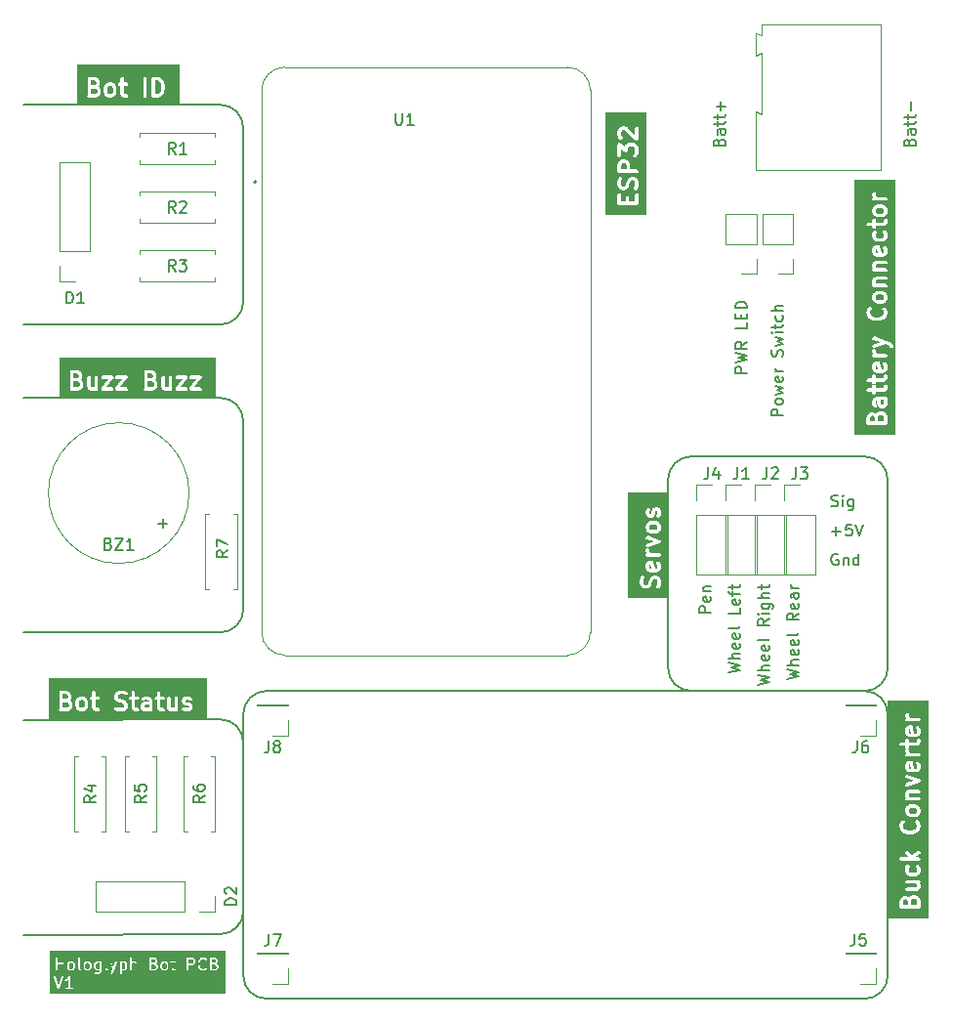
<source format=gbr>
%TF.GenerationSoftware,KiCad,Pcbnew,7.0.1*%
%TF.CreationDate,2023-12-09T17:11:34+05:30*%
%TF.ProjectId,hologlyph bot circuit,686f6c6f-676c-4797-9068-20626f742063,rev?*%
%TF.SameCoordinates,Original*%
%TF.FileFunction,Legend,Top*%
%TF.FilePolarity,Positive*%
%FSLAX46Y46*%
G04 Gerber Fmt 4.6, Leading zero omitted, Abs format (unit mm)*
G04 Created by KiCad (PCBNEW 7.0.1) date 2023-12-09 17:11:34*
%MOMM*%
%LPD*%
G01*
G04 APERTURE LIST*
%ADD10C,0.150000*%
%ADD11C,0.300000*%
%ADD12C,0.120000*%
%ADD13C,0.100000*%
%ADD14C,0.200000*%
G04 APERTURE END LIST*
D10*
G36*
X91680052Y-121372271D02*
G01*
X91680052Y-121850995D01*
X91642109Y-121869966D01*
X91487044Y-121869966D01*
X91418526Y-121835707D01*
X91388118Y-121805298D01*
X91353862Y-121736784D01*
X91353862Y-121486481D01*
X91388121Y-121417963D01*
X91418526Y-121387557D01*
X91487042Y-121353299D01*
X91642108Y-121353299D01*
X91680052Y-121372271D01*
G37*
G36*
X93853484Y-121387558D02*
G01*
X93883889Y-121417963D01*
X93918148Y-121486479D01*
X93918148Y-121736783D01*
X93883889Y-121805300D01*
X93853481Y-121835708D01*
X93784967Y-121869966D01*
X93629902Y-121869966D01*
X93591958Y-121850994D01*
X93591958Y-121372271D01*
X93629900Y-121353299D01*
X93784966Y-121353299D01*
X93853484Y-121387558D01*
G37*
G36*
X97424913Y-121387558D02*
G01*
X97455318Y-121417963D01*
X97489577Y-121486479D01*
X97489577Y-121736783D01*
X97455318Y-121805300D01*
X97424910Y-121835708D01*
X97356396Y-121869966D01*
X97248950Y-121869966D01*
X97180432Y-121835707D01*
X97150024Y-121805298D01*
X97115768Y-121736784D01*
X97115768Y-121486481D01*
X97150027Y-121417963D01*
X97180432Y-121387557D01*
X97248948Y-121353299D01*
X97356395Y-121353299D01*
X97424913Y-121387558D01*
G37*
G36*
X90758245Y-121387558D02*
G01*
X90788650Y-121417963D01*
X90822909Y-121486479D01*
X90822909Y-121736783D01*
X90788650Y-121805300D01*
X90758242Y-121835708D01*
X90689728Y-121869966D01*
X90582282Y-121869966D01*
X90513764Y-121835707D01*
X90483356Y-121805298D01*
X90449100Y-121736784D01*
X90449100Y-121486481D01*
X90483359Y-121417963D01*
X90513764Y-121387557D01*
X90582280Y-121353299D01*
X90689727Y-121353299D01*
X90758245Y-121387558D01*
G37*
G36*
X89329673Y-121387558D02*
G01*
X89360078Y-121417963D01*
X89394337Y-121486479D01*
X89394337Y-121736783D01*
X89360078Y-121805300D01*
X89329670Y-121835708D01*
X89261156Y-121869966D01*
X89153710Y-121869966D01*
X89085192Y-121835707D01*
X89054784Y-121805298D01*
X89020528Y-121736784D01*
X89020528Y-121486481D01*
X89054787Y-121417963D01*
X89085192Y-121387557D01*
X89153708Y-121353299D01*
X89261155Y-121353299D01*
X89329673Y-121387558D01*
G37*
G36*
X101762159Y-121534327D02*
G01*
X101788652Y-121560820D01*
X101822911Y-121629336D01*
X101822911Y-121736783D01*
X101788652Y-121805300D01*
X101758244Y-121835708D01*
X101689730Y-121869966D01*
X101401483Y-121869966D01*
X101401483Y-121496156D01*
X101647646Y-121496156D01*
X101762159Y-121534327D01*
G37*
G36*
X101710628Y-121054225D02*
G01*
X101741033Y-121084630D01*
X101775292Y-121153146D01*
X101775292Y-121212974D01*
X101741033Y-121281491D01*
X101710626Y-121311898D01*
X101643395Y-121345513D01*
X101640519Y-121345410D01*
X101639260Y-121346156D01*
X101401483Y-121346156D01*
X101401483Y-121019966D01*
X101642110Y-121019966D01*
X101710628Y-121054225D01*
G37*
G36*
X99758247Y-121054225D02*
G01*
X99788652Y-121084630D01*
X99822911Y-121153146D01*
X99822911Y-121260593D01*
X99788652Y-121329110D01*
X99758245Y-121359517D01*
X99689730Y-121393775D01*
X99401483Y-121393775D01*
X99401483Y-121019966D01*
X99689729Y-121019966D01*
X99758247Y-121054225D01*
G37*
G36*
X96524063Y-121534327D02*
G01*
X96550556Y-121560820D01*
X96584815Y-121629336D01*
X96584815Y-121736783D01*
X96550556Y-121805300D01*
X96520148Y-121835708D01*
X96451634Y-121869966D01*
X96163387Y-121869966D01*
X96163387Y-121496156D01*
X96409550Y-121496156D01*
X96524063Y-121534327D01*
G37*
G36*
X96472532Y-121054225D02*
G01*
X96502937Y-121084630D01*
X96537196Y-121153146D01*
X96537196Y-121212974D01*
X96502937Y-121281491D01*
X96472530Y-121311898D01*
X96405299Y-121345513D01*
X96402423Y-121345410D01*
X96401164Y-121346156D01*
X96163387Y-121346156D01*
X96163387Y-121019966D01*
X96404014Y-121019966D01*
X96472532Y-121054225D01*
G37*
G36*
X102631245Y-124055204D02*
G01*
X87339576Y-124055204D01*
X87339576Y-122567791D01*
X87724556Y-122567791D01*
X88060563Y-123575815D01*
X88060258Y-123584263D01*
X88067390Y-123596296D01*
X88068262Y-123598911D01*
X88072870Y-123605542D01*
X88082715Y-123622151D01*
X88085321Y-123623457D01*
X88086985Y-123625851D01*
X88104827Y-123633231D01*
X88122091Y-123641883D01*
X88124990Y-123641572D01*
X88127684Y-123642687D01*
X88146671Y-123639252D01*
X88165884Y-123637196D01*
X88168157Y-123635365D01*
X88171024Y-123634847D01*
X88185142Y-123621690D01*
X88200191Y-123609575D01*
X88201113Y-123606808D01*
X88203246Y-123604821D01*
X88208012Y-123586110D01*
X88452238Y-122853435D01*
X88676935Y-122853435D01*
X88690825Y-122895231D01*
X88725107Y-122922883D01*
X88768896Y-122927611D01*
X88875419Y-122874348D01*
X88887751Y-122871666D01*
X88902378Y-122857038D01*
X88917496Y-122842977D01*
X88917858Y-122841558D01*
X88965766Y-122793651D01*
X88965766Y-123489966D01*
X88744270Y-123489966D01*
X88712792Y-123499209D01*
X88683950Y-123532495D01*
X88677682Y-123576090D01*
X88695978Y-123616154D01*
X88733030Y-123639966D01*
X89035406Y-123639966D01*
X89051890Y-123642336D01*
X89057080Y-123639966D01*
X89337262Y-123639966D01*
X89368740Y-123630723D01*
X89397582Y-123597437D01*
X89403850Y-123553842D01*
X89385554Y-123513778D01*
X89348502Y-123489966D01*
X89115766Y-123489966D01*
X89115766Y-122576392D01*
X89118921Y-122566279D01*
X89115766Y-122554826D01*
X89115766Y-122554184D01*
X89112907Y-122544449D01*
X89107224Y-122523817D01*
X89106715Y-122523361D01*
X89106523Y-122522706D01*
X89090363Y-122508704D01*
X89074428Y-122494420D01*
X89073753Y-122494311D01*
X89073237Y-122493864D01*
X89052089Y-122490823D01*
X89030944Y-122487419D01*
X89030316Y-122487692D01*
X89029642Y-122487596D01*
X89010208Y-122496470D01*
X88990578Y-122505040D01*
X88990199Y-122505608D01*
X88989578Y-122505892D01*
X88978012Y-122523888D01*
X88887243Y-122660041D01*
X88805862Y-122741422D01*
X88711867Y-122788420D01*
X88687846Y-122810764D01*
X88676935Y-122853435D01*
X88452238Y-122853435D01*
X88543898Y-122578455D01*
X88545083Y-122545669D01*
X88522626Y-122507781D01*
X88483250Y-122488049D01*
X88439456Y-122492737D01*
X88405150Y-122520357D01*
X88136004Y-123327794D01*
X87870413Y-122531020D01*
X87851690Y-122504080D01*
X87810991Y-122487244D01*
X87767651Y-122495084D01*
X87735429Y-122525111D01*
X87724556Y-122567791D01*
X87339576Y-122567791D01*
X87339576Y-121432280D01*
X87868158Y-121432280D01*
X87870528Y-121437470D01*
X87870528Y-121955748D01*
X87879771Y-121987226D01*
X87913057Y-122016068D01*
X87956652Y-122022336D01*
X87996716Y-122004040D01*
X88020528Y-121966988D01*
X88020528Y-121496156D01*
X88441956Y-121496156D01*
X88441956Y-121955748D01*
X88451199Y-121987226D01*
X88484485Y-122016068D01*
X88528080Y-122022336D01*
X88568144Y-122004040D01*
X88591956Y-121966988D01*
X88591956Y-121477166D01*
X88867814Y-121477166D01*
X88870528Y-121483710D01*
X88870528Y-121750449D01*
X88868597Y-121768333D01*
X88875453Y-121782046D01*
X88879771Y-121796749D01*
X88885124Y-121801387D01*
X88921859Y-121874856D01*
X88924542Y-121887187D01*
X88939161Y-121901807D01*
X88953231Y-121916933D01*
X88954649Y-121917295D01*
X88981083Y-121943730D01*
X88987528Y-121954581D01*
X89006039Y-121963836D01*
X89024150Y-121973726D01*
X89025609Y-121973621D01*
X89098855Y-122010244D01*
X89113982Y-122019966D01*
X89129312Y-122019966D01*
X89144395Y-122022680D01*
X89150939Y-122019966D01*
X89274821Y-122019966D01*
X89292705Y-122021897D01*
X89306418Y-122015040D01*
X89321121Y-122010723D01*
X89325759Y-122005369D01*
X89399227Y-121968634D01*
X89411561Y-121965952D01*
X89426192Y-121951319D01*
X89441305Y-121937263D01*
X89441667Y-121935843D01*
X89468101Y-121909409D01*
X89478952Y-121902965D01*
X89488208Y-121884451D01*
X89498098Y-121866341D01*
X89497993Y-121864881D01*
X89522458Y-121815952D01*
X89820978Y-121815952D01*
X89827834Y-121829665D01*
X89832152Y-121844368D01*
X89837505Y-121849006D01*
X89869901Y-121913798D01*
X89869799Y-121916712D01*
X89879660Y-121933316D01*
X89883268Y-121940531D01*
X89885142Y-121942545D01*
X89892290Y-121954581D01*
X89899854Y-121958363D01*
X89905612Y-121964553D01*
X89919165Y-121968018D01*
X90016868Y-122016870D01*
X90049157Y-122022680D01*
X90089840Y-122005807D01*
X90114942Y-121969617D01*
X90116495Y-121925601D01*
X90094004Y-121887732D01*
X90001430Y-121841445D01*
X89972909Y-121784404D01*
X89972909Y-121477166D01*
X90296386Y-121477166D01*
X90299100Y-121483710D01*
X90299100Y-121750449D01*
X90297169Y-121768333D01*
X90304025Y-121782046D01*
X90308343Y-121796749D01*
X90313696Y-121801387D01*
X90350431Y-121874856D01*
X90353114Y-121887187D01*
X90367733Y-121901807D01*
X90381803Y-121916933D01*
X90383221Y-121917295D01*
X90409655Y-121943730D01*
X90416100Y-121954581D01*
X90434611Y-121963836D01*
X90452722Y-121973726D01*
X90454181Y-121973621D01*
X90527427Y-122010244D01*
X90542554Y-122019966D01*
X90557884Y-122019966D01*
X90572967Y-122022680D01*
X90579511Y-122019966D01*
X90703393Y-122019966D01*
X90721277Y-122021897D01*
X90734990Y-122015040D01*
X90749693Y-122010723D01*
X90754331Y-122005369D01*
X90827799Y-121968634D01*
X90840133Y-121965952D01*
X90854764Y-121951319D01*
X90869877Y-121937263D01*
X90870239Y-121935843D01*
X90896673Y-121909409D01*
X90907524Y-121902965D01*
X90916780Y-121884451D01*
X90926670Y-121866341D01*
X90926565Y-121864881D01*
X90963187Y-121791637D01*
X90972909Y-121776511D01*
X90972909Y-121761181D01*
X90975623Y-121746098D01*
X90972909Y-121739554D01*
X90972909Y-121477166D01*
X91201148Y-121477166D01*
X91203862Y-121483710D01*
X91203862Y-121750449D01*
X91201931Y-121768333D01*
X91208787Y-121782046D01*
X91213105Y-121796749D01*
X91218458Y-121801387D01*
X91255193Y-121874856D01*
X91257876Y-121887187D01*
X91272495Y-121901807D01*
X91286565Y-121916933D01*
X91287983Y-121917295D01*
X91314417Y-121943730D01*
X91320862Y-121954581D01*
X91339373Y-121963836D01*
X91357484Y-121973726D01*
X91358943Y-121973621D01*
X91432189Y-122010244D01*
X91447316Y-122019966D01*
X91462646Y-122019966D01*
X91477729Y-122022680D01*
X91484273Y-122019966D01*
X91655774Y-122019966D01*
X91673658Y-122021897D01*
X91680052Y-122018700D01*
X91680052Y-122070117D01*
X91645793Y-122138634D01*
X91615386Y-122169041D01*
X91546871Y-122203299D01*
X91439425Y-122203299D01*
X91350378Y-122158776D01*
X91318090Y-122152966D01*
X91277407Y-122169839D01*
X91252304Y-122206029D01*
X91250752Y-122250045D01*
X91273243Y-122287914D01*
X91384570Y-122343577D01*
X91399697Y-122353299D01*
X91415027Y-122353299D01*
X91430110Y-122356013D01*
X91436654Y-122353299D01*
X91560536Y-122353299D01*
X91578420Y-122355230D01*
X91592133Y-122348373D01*
X91606836Y-122344056D01*
X91611474Y-122338702D01*
X91684943Y-122301967D01*
X91697275Y-122299285D01*
X91711902Y-122284657D01*
X91715776Y-122281054D01*
X92581698Y-122281054D01*
X92595588Y-122322850D01*
X92629870Y-122350502D01*
X92673659Y-122355230D01*
X92780182Y-122301967D01*
X92792514Y-122299285D01*
X92807141Y-122284657D01*
X92822259Y-122270596D01*
X92822621Y-122269177D01*
X92851285Y-122240513D01*
X92864129Y-122231362D01*
X92870646Y-122215068D01*
X92879051Y-122199676D01*
X92878710Y-122194909D01*
X92959931Y-121991856D01*
X92961134Y-121990930D01*
X92962682Y-121986592D01*
X92965985Y-121983382D01*
X92969671Y-121967506D01*
X92971550Y-121962810D01*
X92971685Y-121961385D01*
X93197654Y-121328673D01*
X93438841Y-121328673D01*
X93441958Y-121338052D01*
X93441958Y-121896037D01*
X93441229Y-121916712D01*
X93441958Y-121917939D01*
X93441958Y-122289081D01*
X93451201Y-122320559D01*
X93484487Y-122349401D01*
X93528082Y-122355669D01*
X93568146Y-122337373D01*
X93591958Y-122300321D01*
X93591958Y-122019966D01*
X93605504Y-122019966D01*
X93620587Y-122022680D01*
X93627131Y-122019966D01*
X93798632Y-122019966D01*
X93816516Y-122021897D01*
X93830229Y-122015040D01*
X93844932Y-122010723D01*
X93849570Y-122005369D01*
X93923038Y-121968634D01*
X93935372Y-121965952D01*
X93950003Y-121951319D01*
X93965116Y-121937263D01*
X93965478Y-121935843D01*
X93991912Y-121909409D01*
X94002763Y-121902965D01*
X94012019Y-121884451D01*
X94021909Y-121866341D01*
X94021804Y-121864881D01*
X94058426Y-121791637D01*
X94068148Y-121776511D01*
X94068148Y-121761181D01*
X94070862Y-121746098D01*
X94068148Y-121739554D01*
X94068148Y-121472806D01*
X94070078Y-121454931D01*
X94063223Y-121441221D01*
X94058905Y-121426515D01*
X94053550Y-121421875D01*
X94021074Y-121356922D01*
X94345340Y-121356922D01*
X94346720Y-121376211D01*
X94346720Y-121955748D01*
X94355963Y-121987226D01*
X94389249Y-122016068D01*
X94432844Y-122022336D01*
X94472908Y-122004040D01*
X94496720Y-121966988D01*
X94496720Y-121404603D01*
X94513765Y-121387557D01*
X94582281Y-121353299D01*
X94689728Y-121353299D01*
X94746770Y-121381820D01*
X94775291Y-121438860D01*
X94775291Y-121955748D01*
X94784534Y-121987226D01*
X94817820Y-122016068D01*
X94861415Y-122022336D01*
X94901479Y-122004040D01*
X94925291Y-121966988D01*
X94925291Y-121956090D01*
X96011017Y-121956090D01*
X96017936Y-121971242D01*
X96022630Y-121987226D01*
X96026942Y-121990962D01*
X96029313Y-121996154D01*
X96043329Y-122005161D01*
X96055916Y-122016068D01*
X96061562Y-122016879D01*
X96066365Y-122019966D01*
X96083027Y-122019966D01*
X96099511Y-122022336D01*
X96104701Y-122019966D01*
X96465299Y-122019966D01*
X96483183Y-122021897D01*
X96496896Y-122015040D01*
X96511599Y-122010723D01*
X96516237Y-122005369D01*
X96589705Y-121968634D01*
X96602039Y-121965952D01*
X96616670Y-121951319D01*
X96631783Y-121937263D01*
X96632145Y-121935843D01*
X96658579Y-121909409D01*
X96669430Y-121902965D01*
X96678686Y-121884451D01*
X96688576Y-121866341D01*
X96688471Y-121864881D01*
X96725093Y-121791637D01*
X96734815Y-121776511D01*
X96734815Y-121761181D01*
X96737529Y-121746098D01*
X96734815Y-121739554D01*
X96734815Y-121615663D01*
X96736745Y-121597788D01*
X96729890Y-121584078D01*
X96725572Y-121569372D01*
X96720217Y-121564732D01*
X96683483Y-121491263D01*
X96680801Y-121478933D01*
X96679034Y-121477166D01*
X96963054Y-121477166D01*
X96965768Y-121483710D01*
X96965768Y-121750449D01*
X96963837Y-121768333D01*
X96970693Y-121782046D01*
X96975011Y-121796749D01*
X96980364Y-121801387D01*
X97017099Y-121874856D01*
X97019782Y-121887187D01*
X97034401Y-121901807D01*
X97048471Y-121916933D01*
X97049889Y-121917295D01*
X97076323Y-121943730D01*
X97082768Y-121954581D01*
X97101279Y-121963836D01*
X97119390Y-121973726D01*
X97120849Y-121973621D01*
X97194095Y-122010244D01*
X97209222Y-122019966D01*
X97224552Y-122019966D01*
X97239635Y-122022680D01*
X97246179Y-122019966D01*
X97370061Y-122019966D01*
X97387945Y-122021897D01*
X97401658Y-122015040D01*
X97416361Y-122010723D01*
X97420999Y-122005369D01*
X97494467Y-121968634D01*
X97506801Y-121965952D01*
X97521432Y-121951319D01*
X97536545Y-121937263D01*
X97536907Y-121935843D01*
X97563341Y-121909409D01*
X97574192Y-121902965D01*
X97583448Y-121884451D01*
X97593338Y-121866341D01*
X97593233Y-121864881D01*
X97629855Y-121791637D01*
X97639577Y-121776511D01*
X97639577Y-121761181D01*
X97642291Y-121746098D01*
X97639577Y-121739554D01*
X97639577Y-121472806D01*
X97641507Y-121454931D01*
X97634652Y-121441221D01*
X97630334Y-121426515D01*
X97624979Y-121421875D01*
X97588245Y-121348406D01*
X97585563Y-121336076D01*
X97570943Y-121321456D01*
X97556874Y-121306331D01*
X97555455Y-121305968D01*
X97538910Y-121289423D01*
X97772922Y-121289423D01*
X97791218Y-121329487D01*
X97828270Y-121353299D01*
X97918149Y-121353299D01*
X97918149Y-121798067D01*
X97916218Y-121815952D01*
X97923074Y-121829665D01*
X97927392Y-121844368D01*
X97932745Y-121849006D01*
X97965141Y-121913798D01*
X97965039Y-121916712D01*
X97974900Y-121933316D01*
X97978508Y-121940531D01*
X97980382Y-121942545D01*
X97987530Y-121954581D01*
X97995094Y-121958363D01*
X98000852Y-121964553D01*
X98014405Y-121968018D01*
X98098857Y-122010244D01*
X98113984Y-122019966D01*
X98129314Y-122019966D01*
X98144397Y-122022680D01*
X98150941Y-122019966D01*
X98242026Y-122019966D01*
X98273504Y-122010723D01*
X98302346Y-121977437D01*
X98308614Y-121933842D01*
X98290318Y-121893778D01*
X98253266Y-121869966D01*
X98153712Y-121869966D01*
X98096670Y-121841445D01*
X98068149Y-121784404D01*
X98068149Y-121479899D01*
X99249113Y-121479899D01*
X99251483Y-121485089D01*
X99251483Y-121955748D01*
X99260726Y-121987226D01*
X99294012Y-122016068D01*
X99337607Y-122022336D01*
X99377671Y-122004040D01*
X99401483Y-121966988D01*
X99401483Y-121543775D01*
X99703395Y-121543775D01*
X99721279Y-121545706D01*
X99734992Y-121538849D01*
X99749695Y-121534532D01*
X99754333Y-121529178D01*
X99786249Y-121513220D01*
X100200762Y-121513220D01*
X100203864Y-121525628D01*
X100203864Y-121527176D01*
X100206468Y-121536045D01*
X100250482Y-121712100D01*
X100249552Y-121720714D01*
X100255718Y-121733047D01*
X100256337Y-121735520D01*
X100260519Y-121742647D01*
X100302814Y-121827237D01*
X100305497Y-121839569D01*
X100320126Y-121854198D01*
X100334186Y-121869314D01*
X100335604Y-121869676D01*
X100413452Y-121947525D01*
X100424731Y-121961534D01*
X100439272Y-121966381D01*
X100452725Y-121973727D01*
X100459793Y-121973221D01*
X100579560Y-122013144D01*
X100590175Y-122019966D01*
X100610854Y-122019966D01*
X100631494Y-122020712D01*
X100632753Y-122019966D01*
X100698033Y-122019966D01*
X100710260Y-122023081D01*
X100729872Y-122016543D01*
X100749695Y-122010723D01*
X100750653Y-122009616D01*
X100870177Y-121969775D01*
X100887754Y-121965952D01*
X100897614Y-121956090D01*
X101249113Y-121956090D01*
X101256032Y-121971242D01*
X101260726Y-121987226D01*
X101265038Y-121990962D01*
X101267409Y-121996154D01*
X101281425Y-122005161D01*
X101294012Y-122016068D01*
X101299658Y-122016879D01*
X101304461Y-122019966D01*
X101321123Y-122019966D01*
X101337607Y-122022336D01*
X101342797Y-122019966D01*
X101703395Y-122019966D01*
X101721279Y-122021897D01*
X101734992Y-122015040D01*
X101749695Y-122010723D01*
X101754333Y-122005369D01*
X101827801Y-121968634D01*
X101840135Y-121965952D01*
X101854766Y-121951319D01*
X101869879Y-121937263D01*
X101870241Y-121935843D01*
X101896675Y-121909409D01*
X101907526Y-121902965D01*
X101916782Y-121884451D01*
X101926672Y-121866341D01*
X101926567Y-121864881D01*
X101963189Y-121791637D01*
X101972911Y-121776511D01*
X101972911Y-121761181D01*
X101975625Y-121746098D01*
X101972911Y-121739554D01*
X101972911Y-121615663D01*
X101974841Y-121597788D01*
X101967986Y-121584078D01*
X101963668Y-121569372D01*
X101958313Y-121564732D01*
X101921579Y-121491263D01*
X101918897Y-121478933D01*
X101904277Y-121464313D01*
X101890208Y-121449188D01*
X101888789Y-121448825D01*
X101858559Y-121418595D01*
X101847282Y-121404588D01*
X101834372Y-121400284D01*
X101849057Y-121385599D01*
X101859907Y-121379156D01*
X101869161Y-121360646D01*
X101879052Y-121342533D01*
X101878947Y-121341074D01*
X101915570Y-121267828D01*
X101925292Y-121252702D01*
X101925292Y-121237372D01*
X101928006Y-121222289D01*
X101925292Y-121215745D01*
X101925292Y-121139473D01*
X101927222Y-121121598D01*
X101920367Y-121107888D01*
X101916049Y-121093182D01*
X101910694Y-121088542D01*
X101873960Y-121015073D01*
X101871278Y-121002743D01*
X101856658Y-120988123D01*
X101842589Y-120972998D01*
X101841170Y-120972635D01*
X101814735Y-120946200D01*
X101808292Y-120935351D01*
X101789791Y-120926100D01*
X101771669Y-120916205D01*
X101770208Y-120916309D01*
X101696967Y-120879689D01*
X101681838Y-120869966D01*
X101666508Y-120869966D01*
X101651425Y-120867252D01*
X101644881Y-120869966D01*
X101331843Y-120869966D01*
X101315359Y-120867596D01*
X101300206Y-120874515D01*
X101284223Y-120879209D01*
X101280486Y-120883521D01*
X101275295Y-120885892D01*
X101266287Y-120899908D01*
X101255381Y-120912495D01*
X101254569Y-120918141D01*
X101251483Y-120922944D01*
X101251483Y-120939606D01*
X101249113Y-120956090D01*
X101251483Y-120961280D01*
X101251483Y-121415796D01*
X101249113Y-121432280D01*
X101251483Y-121437470D01*
X101251483Y-121939606D01*
X101249113Y-121956090D01*
X100897614Y-121956090D01*
X100898595Y-121955109D01*
X100911177Y-121946366D01*
X100913884Y-121939820D01*
X100958568Y-121895135D01*
X100974291Y-121866341D01*
X100971148Y-121822410D01*
X100944753Y-121787152D01*
X100903486Y-121771760D01*
X100860449Y-121781123D01*
X100809778Y-121831794D01*
X100695263Y-121869966D01*
X100624367Y-121869966D01*
X100509852Y-121831794D01*
X100435740Y-121757680D01*
X100397247Y-121680694D01*
X100353864Y-121507160D01*
X100353864Y-121382772D01*
X100397247Y-121209238D01*
X100435742Y-121132249D01*
X100509853Y-121058137D01*
X100624368Y-121019966D01*
X100695265Y-121019966D01*
X100809778Y-121058137D01*
X100852502Y-121100861D01*
X100881296Y-121116583D01*
X100925227Y-121113441D01*
X100960485Y-121087047D01*
X100975878Y-121045780D01*
X100966516Y-121002743D01*
X100906178Y-120942405D01*
X100894901Y-120928398D01*
X100880359Y-120923550D01*
X100866907Y-120916205D01*
X100859839Y-120916710D01*
X100740072Y-120876788D01*
X100729457Y-120869966D01*
X100708777Y-120869966D01*
X100688138Y-120869220D01*
X100686879Y-120869966D01*
X100621599Y-120869966D01*
X100609371Y-120866851D01*
X100589751Y-120873390D01*
X100569937Y-120879209D01*
X100568978Y-120880315D01*
X100449449Y-120920157D01*
X100431879Y-120923980D01*
X100421040Y-120934818D01*
X100408454Y-120943566D01*
X100405745Y-120950113D01*
X100327717Y-121028141D01*
X100316868Y-121034585D01*
X100307617Y-121053085D01*
X100297722Y-121071208D01*
X100297826Y-121072668D01*
X100265374Y-121137572D01*
X100259063Y-121143507D01*
X100255718Y-121156884D01*
X100254579Y-121159164D01*
X100253115Y-121167296D01*
X100209096Y-121343373D01*
X100203864Y-121351515D01*
X100203864Y-121364303D01*
X100203488Y-121365807D01*
X100203864Y-121375053D01*
X100203864Y-121504051D01*
X100200762Y-121513220D01*
X99786249Y-121513220D01*
X99827802Y-121492443D01*
X99840134Y-121489761D01*
X99854761Y-121475133D01*
X99869879Y-121461072D01*
X99870241Y-121459653D01*
X99896676Y-121433218D01*
X99907526Y-121426775D01*
X99916780Y-121408265D01*
X99926671Y-121390152D01*
X99926566Y-121388693D01*
X99963189Y-121315447D01*
X99972911Y-121300321D01*
X99972911Y-121284991D01*
X99975625Y-121269908D01*
X99972911Y-121263364D01*
X99972911Y-121139473D01*
X99974841Y-121121598D01*
X99967986Y-121107888D01*
X99963668Y-121093182D01*
X99958313Y-121088542D01*
X99921579Y-121015073D01*
X99918897Y-121002743D01*
X99904277Y-120988123D01*
X99890208Y-120972998D01*
X99888789Y-120972635D01*
X99862354Y-120946200D01*
X99855911Y-120935351D01*
X99837410Y-120926100D01*
X99819288Y-120916205D01*
X99817827Y-120916309D01*
X99744586Y-120879689D01*
X99729457Y-120869966D01*
X99714127Y-120869966D01*
X99699044Y-120867252D01*
X99692500Y-120869966D01*
X99331843Y-120869966D01*
X99315359Y-120867596D01*
X99300206Y-120874515D01*
X99284223Y-120879209D01*
X99280486Y-120883521D01*
X99275295Y-120885892D01*
X99266287Y-120899908D01*
X99255381Y-120912495D01*
X99254569Y-120918141D01*
X99251483Y-120922944D01*
X99251483Y-120939606D01*
X99249113Y-120956090D01*
X99251483Y-120961280D01*
X99251483Y-121463415D01*
X99249113Y-121479899D01*
X98068149Y-121479899D01*
X98068149Y-121353299D01*
X98242026Y-121353299D01*
X98273504Y-121344056D01*
X98302346Y-121310770D01*
X98308614Y-121267175D01*
X98290318Y-121227111D01*
X98253266Y-121203299D01*
X98068149Y-121203299D01*
X98068149Y-120934184D01*
X98058906Y-120902706D01*
X98025620Y-120873864D01*
X97982025Y-120867596D01*
X97941961Y-120885892D01*
X97918149Y-120922944D01*
X97918149Y-121203299D01*
X97839510Y-121203299D01*
X97808032Y-121212542D01*
X97779190Y-121245828D01*
X97772922Y-121289423D01*
X97538910Y-121289423D01*
X97529020Y-121279533D01*
X97522577Y-121268684D01*
X97504076Y-121259433D01*
X97485954Y-121249538D01*
X97484493Y-121249642D01*
X97411252Y-121213022D01*
X97396123Y-121203299D01*
X97380793Y-121203299D01*
X97365710Y-121200585D01*
X97359166Y-121203299D01*
X97235275Y-121203299D01*
X97217400Y-121201369D01*
X97203690Y-121208223D01*
X97188984Y-121212542D01*
X97184344Y-121217896D01*
X97110875Y-121254630D01*
X97098545Y-121257313D01*
X97083925Y-121271932D01*
X97068800Y-121286002D01*
X97068437Y-121287420D01*
X97042002Y-121313855D01*
X97031153Y-121320299D01*
X97021902Y-121338799D01*
X97012007Y-121356922D01*
X97012111Y-121358382D01*
X96975491Y-121431623D01*
X96965768Y-121446753D01*
X96965768Y-121462083D01*
X96963054Y-121477166D01*
X96679034Y-121477166D01*
X96666181Y-121464313D01*
X96652112Y-121449188D01*
X96650693Y-121448825D01*
X96620463Y-121418595D01*
X96609186Y-121404588D01*
X96596276Y-121400284D01*
X96610961Y-121385599D01*
X96621811Y-121379156D01*
X96631065Y-121360646D01*
X96640956Y-121342533D01*
X96640851Y-121341074D01*
X96677474Y-121267828D01*
X96687196Y-121252702D01*
X96687196Y-121237372D01*
X96689910Y-121222289D01*
X96687196Y-121215745D01*
X96687196Y-121139473D01*
X96689126Y-121121598D01*
X96682271Y-121107888D01*
X96677953Y-121093182D01*
X96672598Y-121088542D01*
X96635864Y-121015073D01*
X96633182Y-121002743D01*
X96618562Y-120988123D01*
X96604493Y-120972998D01*
X96603074Y-120972635D01*
X96576639Y-120946200D01*
X96570196Y-120935351D01*
X96551695Y-120926100D01*
X96533573Y-120916205D01*
X96532112Y-120916309D01*
X96458871Y-120879689D01*
X96443742Y-120869966D01*
X96428412Y-120869966D01*
X96413329Y-120867252D01*
X96406785Y-120869966D01*
X96093747Y-120869966D01*
X96077263Y-120867596D01*
X96062110Y-120874515D01*
X96046127Y-120879209D01*
X96042390Y-120883521D01*
X96037199Y-120885892D01*
X96028191Y-120899908D01*
X96017285Y-120912495D01*
X96016473Y-120918141D01*
X96013387Y-120922944D01*
X96013387Y-120939606D01*
X96011017Y-120956090D01*
X96013387Y-120961280D01*
X96013387Y-121415796D01*
X96011017Y-121432280D01*
X96013387Y-121437470D01*
X96013387Y-121939606D01*
X96011017Y-121956090D01*
X94925291Y-121956090D01*
X94925291Y-121425187D01*
X94927221Y-121407312D01*
X94920366Y-121393602D01*
X94916048Y-121378896D01*
X94910693Y-121374256D01*
X94878298Y-121309465D01*
X94878401Y-121306553D01*
X94868541Y-121289952D01*
X94864932Y-121282733D01*
X94863056Y-121280716D01*
X94855910Y-121268684D01*
X94848345Y-121264901D01*
X94842588Y-121258712D01*
X94829034Y-121255246D01*
X94744585Y-121213022D01*
X94729456Y-121203299D01*
X94714126Y-121203299D01*
X94699043Y-121200585D01*
X94692499Y-121203299D01*
X94568608Y-121203299D01*
X94550733Y-121201369D01*
X94537023Y-121208223D01*
X94522317Y-121212542D01*
X94517677Y-121217896D01*
X94496720Y-121228375D01*
X94496720Y-120934184D01*
X94487477Y-120902706D01*
X94454191Y-120873864D01*
X94410596Y-120867596D01*
X94370532Y-120885892D01*
X94346720Y-120922944D01*
X94346720Y-121354395D01*
X94345340Y-121356922D01*
X94021074Y-121356922D01*
X94016816Y-121348406D01*
X94014134Y-121336076D01*
X93999514Y-121321456D01*
X93985445Y-121306331D01*
X93984026Y-121305968D01*
X93957591Y-121279533D01*
X93951148Y-121268684D01*
X93932647Y-121259433D01*
X93914525Y-121249538D01*
X93913064Y-121249642D01*
X93839823Y-121213022D01*
X93824694Y-121203299D01*
X93809364Y-121203299D01*
X93794281Y-121200585D01*
X93787737Y-121203299D01*
X93616227Y-121203299D01*
X93598352Y-121201369D01*
X93584642Y-121208223D01*
X93569936Y-121212542D01*
X93565296Y-121217896D01*
X93563064Y-121219012D01*
X93549429Y-121207197D01*
X93505834Y-121200929D01*
X93465770Y-121219225D01*
X93441958Y-121256277D01*
X93441958Y-121316483D01*
X93438841Y-121328673D01*
X93197654Y-121328673D01*
X93210262Y-121293371D01*
X93212145Y-121260618D01*
X93190498Y-121222261D01*
X93151551Y-121201695D01*
X93107668Y-121205450D01*
X93072781Y-121232335D01*
X92897909Y-121721975D01*
X92726819Y-121242920D01*
X92707528Y-121216385D01*
X92666480Y-121200418D01*
X92623317Y-121209178D01*
X92591740Y-121239883D01*
X92581778Y-121282785D01*
X92817733Y-121943462D01*
X92738753Y-122140913D01*
X92710625Y-122169041D01*
X92616630Y-122216039D01*
X92592609Y-122238383D01*
X92581698Y-122281054D01*
X91715776Y-122281054D01*
X91727020Y-122270596D01*
X91727382Y-122269177D01*
X91753817Y-122242742D01*
X91764667Y-122236299D01*
X91773921Y-122217789D01*
X91783812Y-122199676D01*
X91783707Y-122198217D01*
X91820330Y-122124971D01*
X91830052Y-122109845D01*
X91830052Y-122094515D01*
X91832766Y-122079432D01*
X91830052Y-122072888D01*
X91830052Y-121906782D01*
X91833169Y-121894592D01*
X91830052Y-121885213D01*
X91830052Y-121815952D01*
X92154312Y-121815952D01*
X92161168Y-121829665D01*
X92165486Y-121844368D01*
X92170839Y-121849006D01*
X92203235Y-121913798D01*
X92203133Y-121916712D01*
X92212994Y-121933316D01*
X92216602Y-121940531D01*
X92218476Y-121942545D01*
X92225624Y-121954581D01*
X92233188Y-121958363D01*
X92238946Y-121964553D01*
X92252499Y-121968018D01*
X92350202Y-122016870D01*
X92382491Y-122022680D01*
X92423174Y-122005807D01*
X92448276Y-121969617D01*
X92449829Y-121925601D01*
X92427338Y-121887732D01*
X92334764Y-121841445D01*
X92306243Y-121784404D01*
X92306243Y-120934184D01*
X92297000Y-120902706D01*
X92263714Y-120873864D01*
X92220119Y-120867596D01*
X92180055Y-120885892D01*
X92156243Y-120922944D01*
X92156243Y-121798067D01*
X92154312Y-121815952D01*
X91830052Y-121815952D01*
X91830052Y-121327215D01*
X91830781Y-121306553D01*
X91830052Y-121305326D01*
X91830052Y-121267517D01*
X91820809Y-121236039D01*
X91787523Y-121207197D01*
X91743928Y-121200929D01*
X91706742Y-121217910D01*
X91696965Y-121213022D01*
X91681836Y-121203299D01*
X91666506Y-121203299D01*
X91651423Y-121200585D01*
X91644879Y-121203299D01*
X91473369Y-121203299D01*
X91455494Y-121201369D01*
X91441784Y-121208223D01*
X91427078Y-121212542D01*
X91422438Y-121217896D01*
X91348969Y-121254630D01*
X91336639Y-121257313D01*
X91322019Y-121271932D01*
X91306894Y-121286002D01*
X91306531Y-121287420D01*
X91280096Y-121313855D01*
X91269247Y-121320299D01*
X91259996Y-121338799D01*
X91250101Y-121356922D01*
X91250205Y-121358382D01*
X91213585Y-121431623D01*
X91203862Y-121446753D01*
X91203862Y-121462083D01*
X91201148Y-121477166D01*
X90972909Y-121477166D01*
X90972909Y-121472806D01*
X90974839Y-121454931D01*
X90967984Y-121441221D01*
X90963666Y-121426515D01*
X90958311Y-121421875D01*
X90921577Y-121348406D01*
X90918895Y-121336076D01*
X90904275Y-121321456D01*
X90890206Y-121306331D01*
X90888787Y-121305968D01*
X90862352Y-121279533D01*
X90855909Y-121268684D01*
X90837408Y-121259433D01*
X90819286Y-121249538D01*
X90817825Y-121249642D01*
X90744584Y-121213022D01*
X90729455Y-121203299D01*
X90714125Y-121203299D01*
X90699042Y-121200585D01*
X90692498Y-121203299D01*
X90568607Y-121203299D01*
X90550732Y-121201369D01*
X90537022Y-121208223D01*
X90522316Y-121212542D01*
X90517676Y-121217896D01*
X90444207Y-121254630D01*
X90431877Y-121257313D01*
X90417257Y-121271932D01*
X90402132Y-121286002D01*
X90401769Y-121287420D01*
X90375334Y-121313855D01*
X90364485Y-121320299D01*
X90355234Y-121338799D01*
X90345339Y-121356922D01*
X90345443Y-121358382D01*
X90308823Y-121431623D01*
X90299100Y-121446753D01*
X90299100Y-121462083D01*
X90296386Y-121477166D01*
X89972909Y-121477166D01*
X89972909Y-120934184D01*
X89963666Y-120902706D01*
X89930380Y-120873864D01*
X89886785Y-120867596D01*
X89846721Y-120885892D01*
X89822909Y-120922944D01*
X89822909Y-121798067D01*
X89820978Y-121815952D01*
X89522458Y-121815952D01*
X89534615Y-121791637D01*
X89544337Y-121776511D01*
X89544337Y-121761181D01*
X89547051Y-121746098D01*
X89544337Y-121739554D01*
X89544337Y-121472806D01*
X89546267Y-121454931D01*
X89539412Y-121441221D01*
X89535094Y-121426515D01*
X89529739Y-121421875D01*
X89493005Y-121348406D01*
X89490323Y-121336076D01*
X89475703Y-121321456D01*
X89461634Y-121306331D01*
X89460215Y-121305968D01*
X89433780Y-121279533D01*
X89427337Y-121268684D01*
X89408836Y-121259433D01*
X89390714Y-121249538D01*
X89389253Y-121249642D01*
X89316012Y-121213022D01*
X89300883Y-121203299D01*
X89285553Y-121203299D01*
X89270470Y-121200585D01*
X89263926Y-121203299D01*
X89140035Y-121203299D01*
X89122160Y-121201369D01*
X89108450Y-121208223D01*
X89093744Y-121212542D01*
X89089104Y-121217896D01*
X89015635Y-121254630D01*
X89003305Y-121257313D01*
X88988685Y-121271932D01*
X88973560Y-121286002D01*
X88973197Y-121287420D01*
X88946762Y-121313855D01*
X88935913Y-121320299D01*
X88926662Y-121338799D01*
X88916767Y-121356922D01*
X88916871Y-121358382D01*
X88880251Y-121431623D01*
X88870528Y-121446753D01*
X88870528Y-121462083D01*
X88867814Y-121477166D01*
X88591956Y-121477166D01*
X88591956Y-121426515D01*
X88594326Y-121410032D01*
X88591956Y-121404842D01*
X88591956Y-120934184D01*
X88582713Y-120902706D01*
X88549427Y-120873864D01*
X88505832Y-120867596D01*
X88465768Y-120885892D01*
X88441956Y-120922944D01*
X88441956Y-121346156D01*
X88020528Y-121346156D01*
X88020528Y-120934184D01*
X88011285Y-120902706D01*
X87977999Y-120873864D01*
X87934404Y-120867596D01*
X87894340Y-120885892D01*
X87870528Y-120922944D01*
X87870528Y-121415796D01*
X87868158Y-121432280D01*
X87339576Y-121432280D01*
X87339576Y-120324490D01*
X102631245Y-120324490D01*
X102631245Y-124055204D01*
G37*
X104140000Y-48990000D02*
G75*
G03*
X102140000Y-46990000I-2000000J0D01*
G01*
X89101592Y-46990000D02*
X85090000Y-46990000D01*
X87090000Y-72390000D02*
X85090000Y-72390000D01*
X102140000Y-66040000D02*
G75*
G03*
X104140000Y-64040000I0J2000000D01*
G01*
X104140000Y-74390000D02*
X104140000Y-90710000D01*
X102140000Y-92710000D02*
X87090000Y-92710000D01*
X158020000Y-97790000D02*
X142970000Y-97790000D01*
X140970000Y-95790000D02*
G75*
G03*
X142970000Y-97790000I2000000J0D01*
G01*
X158020000Y-97790000D02*
G75*
G03*
X160020000Y-95790000I0J2000000D01*
G01*
X104140000Y-48990000D02*
X104140000Y-64040000D01*
X142970000Y-77470000D02*
G75*
G03*
X140970000Y-79470000I0J-2000000D01*
G01*
X104140000Y-74390000D02*
G75*
G03*
X102140000Y-72390000I-2000000J0D01*
G01*
X142970000Y-77470000D02*
X158020000Y-77470000D01*
X102140000Y-118867756D02*
X85090000Y-118946174D01*
X87090000Y-92710000D02*
X85090000Y-92710000D01*
X106140000Y-97790000D02*
X158020000Y-97790000D01*
X160020000Y-79470000D02*
G75*
G03*
X158020000Y-77470000I-2000000J0D01*
G01*
X89101592Y-66040000D02*
X85090000Y-66040000D01*
X160020000Y-79470000D02*
X160020000Y-95790000D01*
X140970000Y-95790000D02*
X140970000Y-79470000D01*
X102140000Y-100251582D02*
X85090000Y-100330000D01*
X89101592Y-46990000D02*
X102140000Y-46990000D01*
X158020000Y-124460000D02*
G75*
G03*
X160020000Y-122460000I0J2000000D01*
G01*
X102140000Y-118867700D02*
G75*
G03*
X104140000Y-116867756I100J1999900D01*
G01*
X104140000Y-122460000D02*
G75*
G03*
X106140000Y-124460000I2000000J0D01*
G01*
X106140000Y-97790000D02*
G75*
G03*
X104140000Y-99790000I0J-2000000D01*
G01*
X104140000Y-122460000D02*
X104140000Y-99790000D01*
X104140018Y-102251582D02*
G75*
G03*
X102140000Y-100251582I-1999918J82D01*
G01*
X160020000Y-99790000D02*
X160020000Y-122460000D01*
X87090000Y-72390000D02*
X102140000Y-72390000D01*
X102140000Y-66040000D02*
X89101592Y-66040000D01*
X104140000Y-102251582D02*
X104140000Y-116867756D01*
X102140000Y-92710000D02*
G75*
G03*
X104140000Y-90710000I0J2000000D01*
G01*
X158020000Y-124460000D02*
X106140000Y-124460000D01*
X160020000Y-99790000D02*
G75*
G03*
X158020000Y-97790000I-2000000J0D01*
G01*
D11*
G36*
X137300431Y-52074706D02*
G01*
X137337436Y-52111711D01*
X137382142Y-52201124D01*
X137382142Y-52587143D01*
X136896428Y-52587143D01*
X136896428Y-52201125D01*
X136941135Y-52111709D01*
X136978138Y-52074706D01*
X137067552Y-52030000D01*
X137211018Y-52030000D01*
X137300431Y-52074706D01*
G37*
G36*
X139094286Y-56544286D02*
G01*
X135515714Y-56544286D01*
X135515714Y-55545106D01*
X136591686Y-55545106D01*
X136605526Y-55575412D01*
X136614912Y-55607377D01*
X136623537Y-55614851D01*
X136628279Y-55625233D01*
X136656306Y-55643245D01*
X136681485Y-55665062D01*
X136692782Y-55666686D01*
X136702384Y-55672857D01*
X136735697Y-55672857D01*
X136768677Y-55677599D01*
X136779060Y-55672857D01*
X137449983Y-55672857D01*
X137482963Y-55677599D01*
X137493346Y-55672857D01*
X138235697Y-55672857D01*
X138268677Y-55677599D01*
X138298983Y-55663758D01*
X138330948Y-55654373D01*
X138338422Y-55645747D01*
X138348804Y-55641006D01*
X138366816Y-55612978D01*
X138388633Y-55587800D01*
X138390257Y-55576502D01*
X138396428Y-55566901D01*
X138396428Y-55533588D01*
X138401170Y-55500608D01*
X138396428Y-55490225D01*
X138396428Y-54787003D01*
X138377944Y-54724051D01*
X138311371Y-54666366D01*
X138224179Y-54653829D01*
X138144052Y-54690422D01*
X138096428Y-54764527D01*
X138096428Y-55372857D01*
X137610714Y-55372857D01*
X137610714Y-55001289D01*
X137592230Y-54938337D01*
X137525657Y-54880652D01*
X137438465Y-54868115D01*
X137358338Y-54904708D01*
X137310714Y-54978813D01*
X137310714Y-55372857D01*
X136896428Y-55372857D01*
X136896428Y-54787003D01*
X136877944Y-54724051D01*
X136811371Y-54666366D01*
X136724179Y-54653829D01*
X136644052Y-54690422D01*
X136596428Y-54764527D01*
X136596428Y-55512126D01*
X136591686Y-55545106D01*
X135515714Y-55545106D01*
X135515714Y-53979116D01*
X136592567Y-53979116D01*
X136606274Y-54006530D01*
X136614912Y-54035948D01*
X136625624Y-54045230D01*
X136675282Y-54144544D01*
X136680647Y-54169206D01*
X136709853Y-54198412D01*
X136738024Y-54228698D01*
X136740864Y-54229424D01*
X136769919Y-54258480D01*
X136782809Y-54280181D01*
X136819767Y-54298660D01*
X136856053Y-54318474D01*
X136858977Y-54318264D01*
X136957836Y-54367694D01*
X136988098Y-54387142D01*
X137018750Y-54387142D01*
X137048924Y-54392572D01*
X137062016Y-54387142D01*
X137166924Y-54387142D01*
X137202687Y-54391003D01*
X137230101Y-54377295D01*
X137259520Y-54368658D01*
X137268801Y-54357946D01*
X137368119Y-54308288D01*
X137392780Y-54302923D01*
X137421983Y-54273718D01*
X137452270Y-54245547D01*
X137452996Y-54242705D01*
X137482049Y-54213651D01*
X137503752Y-54200762D01*
X137522239Y-54163787D01*
X137542046Y-54127515D01*
X137541836Y-54124592D01*
X137582929Y-54042406D01*
X137595553Y-54030537D01*
X137602241Y-54003783D01*
X137604523Y-53999220D01*
X137607454Y-53982929D01*
X137673668Y-53718071D01*
X137726849Y-53611711D01*
X137763854Y-53574705D01*
X137853267Y-53529999D01*
X137925303Y-53529999D01*
X138014717Y-53574706D01*
X138051722Y-53611711D01*
X138096428Y-53701124D01*
X138096428Y-53998514D01*
X138025877Y-54210169D01*
X138023505Y-54275736D01*
X138068421Y-54351513D01*
X138147174Y-54390979D01*
X138234761Y-54381602D01*
X138303375Y-54326360D01*
X138382783Y-54088132D01*
X138396428Y-54066901D01*
X138396428Y-54025588D01*
X138397923Y-53984263D01*
X138396428Y-53981741D01*
X138396428Y-53673790D01*
X138400289Y-53638027D01*
X138386581Y-53610612D01*
X138377944Y-53581194D01*
X138367232Y-53571912D01*
X138317574Y-53472596D01*
X138312210Y-53447935D01*
X138282998Y-53418723D01*
X138254833Y-53388444D01*
X138251992Y-53387717D01*
X138222935Y-53358660D01*
X138210047Y-53336961D01*
X138173095Y-53318485D01*
X138136802Y-53298667D01*
X138133877Y-53298876D01*
X138035023Y-53249449D01*
X138004758Y-53229999D01*
X137974105Y-53229999D01*
X137943933Y-53224569D01*
X137930841Y-53229999D01*
X137825932Y-53229999D01*
X137790168Y-53226138D01*
X137762752Y-53239846D01*
X137733337Y-53248483D01*
X137724055Y-53259194D01*
X137624740Y-53308852D01*
X137600078Y-53314218D01*
X137570857Y-53343438D01*
X137540587Y-53371595D01*
X137539860Y-53374435D01*
X137510803Y-53403492D01*
X137489104Y-53416381D01*
X137470628Y-53453332D01*
X137450810Y-53489626D01*
X137451019Y-53492550D01*
X137409927Y-53574734D01*
X137397303Y-53586605D01*
X137390614Y-53613360D01*
X137388333Y-53617923D01*
X137385401Y-53634210D01*
X137319186Y-53899072D01*
X137266007Y-54005430D01*
X137229002Y-54042436D01*
X137139590Y-54087142D01*
X137067552Y-54087142D01*
X136978137Y-54042434D01*
X136941135Y-54005432D01*
X136896428Y-53916018D01*
X136896428Y-53618626D01*
X136966980Y-53406973D01*
X136969352Y-53341406D01*
X136924437Y-53265629D01*
X136845684Y-53226162D01*
X136758097Y-53235539D01*
X136689482Y-53290781D01*
X136610072Y-53529009D01*
X136596428Y-53550241D01*
X136596428Y-53591554D01*
X136594933Y-53632878D01*
X136596428Y-53635400D01*
X136596428Y-53943353D01*
X136592567Y-53979116D01*
X135515714Y-53979116D01*
X135515714Y-52182495D01*
X136590998Y-52182495D01*
X136596428Y-52195587D01*
X136596428Y-52726412D01*
X136591686Y-52759392D01*
X136605526Y-52789698D01*
X136614912Y-52821663D01*
X136623537Y-52829137D01*
X136628279Y-52839519D01*
X136656306Y-52857531D01*
X136681485Y-52879348D01*
X136692782Y-52880972D01*
X136702384Y-52887143D01*
X136735697Y-52887143D01*
X136768677Y-52891885D01*
X136779060Y-52887143D01*
X137521411Y-52887143D01*
X137554391Y-52891885D01*
X137564774Y-52887143D01*
X138267996Y-52887143D01*
X138330948Y-52868659D01*
X138388633Y-52802086D01*
X138401170Y-52714894D01*
X138364577Y-52634767D01*
X138290472Y-52587143D01*
X137682142Y-52587143D01*
X137682142Y-52173790D01*
X137686003Y-52138027D01*
X137672295Y-52110612D01*
X137663658Y-52081194D01*
X137652946Y-52071912D01*
X137603288Y-51972596D01*
X137597924Y-51947935D01*
X137568712Y-51918723D01*
X137540547Y-51888444D01*
X137537706Y-51887717D01*
X137508649Y-51858660D01*
X137495761Y-51836961D01*
X137458809Y-51818485D01*
X137422516Y-51798667D01*
X137419591Y-51798876D01*
X137320730Y-51749445D01*
X137290472Y-51730000D01*
X137259821Y-51730000D01*
X137229646Y-51724570D01*
X137216554Y-51730000D01*
X137040218Y-51730000D01*
X137004455Y-51726139D01*
X136977040Y-51739846D01*
X136947622Y-51748484D01*
X136938340Y-51759195D01*
X136839022Y-51808853D01*
X136814362Y-51814219D01*
X136785154Y-51843426D01*
X136754872Y-51871595D01*
X136754145Y-51874435D01*
X136725088Y-51903493D01*
X136703390Y-51916381D01*
X136684915Y-51953330D01*
X136665096Y-51989627D01*
X136665305Y-51992550D01*
X136615878Y-52091404D01*
X136596428Y-52121670D01*
X136596428Y-52152323D01*
X136590998Y-52182495D01*
X135515714Y-52182495D01*
X135515714Y-50450672D01*
X136590097Y-50450672D01*
X136596428Y-50472625D01*
X136596428Y-51401568D01*
X136614912Y-51464520D01*
X136681485Y-51522205D01*
X136768677Y-51534742D01*
X136848804Y-51498149D01*
X136896428Y-51424044D01*
X136896428Y-50781993D01*
X137186229Y-51035569D01*
X137186341Y-51035948D01*
X137219428Y-51064618D01*
X137235313Y-51078517D01*
X137235647Y-51078671D01*
X137252914Y-51093633D01*
X137274796Y-51096779D01*
X137294861Y-51106060D01*
X137317489Y-51102918D01*
X137340106Y-51106170D01*
X137360218Y-51096985D01*
X137382112Y-51093945D01*
X137399448Y-51079069D01*
X137420233Y-51069577D01*
X137432185Y-51050978D01*
X137448963Y-51036582D01*
X137455505Y-51014690D01*
X137467857Y-50995472D01*
X137467857Y-50973366D01*
X137474188Y-50952184D01*
X137467857Y-50930231D01*
X137467857Y-50772553D01*
X137512563Y-50683139D01*
X137549568Y-50646134D01*
X137638981Y-50601428D01*
X137925303Y-50601428D01*
X138014717Y-50646135D01*
X138051722Y-50683140D01*
X138096428Y-50772553D01*
X138096428Y-51130304D01*
X138051721Y-51219718D01*
X137982254Y-51289185D01*
X137950810Y-51346769D01*
X137957095Y-51434632D01*
X138009884Y-51505152D01*
X138092418Y-51535935D01*
X138178493Y-51517210D01*
X138267767Y-51427935D01*
X138289467Y-51415047D01*
X138307941Y-51378097D01*
X138327761Y-51341802D01*
X138327551Y-51338877D01*
X138376980Y-51240019D01*
X138396428Y-51209758D01*
X138396428Y-51179106D01*
X138401858Y-51148932D01*
X138396428Y-51135840D01*
X138396428Y-50745219D01*
X138400289Y-50709456D01*
X138386581Y-50682041D01*
X138377944Y-50652623D01*
X138367232Y-50643341D01*
X138317574Y-50544025D01*
X138312210Y-50519364D01*
X138282998Y-50490152D01*
X138254833Y-50459873D01*
X138251992Y-50459146D01*
X138222935Y-50430089D01*
X138210047Y-50408390D01*
X138173095Y-50389914D01*
X138136802Y-50370096D01*
X138133877Y-50370305D01*
X138035023Y-50320878D01*
X138004758Y-50301428D01*
X137974105Y-50301428D01*
X137943933Y-50295998D01*
X137930841Y-50301428D01*
X137611646Y-50301428D01*
X137575882Y-50297567D01*
X137548466Y-50311275D01*
X137519051Y-50319912D01*
X137509769Y-50330623D01*
X137410454Y-50380281D01*
X137385792Y-50385647D01*
X137356571Y-50414867D01*
X137326301Y-50443024D01*
X137325574Y-50445864D01*
X137296517Y-50474921D01*
X137274818Y-50487810D01*
X137256342Y-50524761D01*
X137236524Y-50561055D01*
X137236733Y-50563979D01*
X137195985Y-50645475D01*
X136878055Y-50367286D01*
X136877944Y-50366908D01*
X136844859Y-50338240D01*
X136828972Y-50324339D01*
X136828637Y-50324184D01*
X136811371Y-50309223D01*
X136789490Y-50306076D01*
X136769424Y-50296795D01*
X136746793Y-50299937D01*
X136724179Y-50296686D01*
X136704067Y-50305870D01*
X136682173Y-50308911D01*
X136664836Y-50323786D01*
X136644052Y-50333279D01*
X136632099Y-50351877D01*
X136615322Y-50366274D01*
X136608779Y-50388165D01*
X136596428Y-50407384D01*
X136596428Y-50429490D01*
X136590097Y-50450672D01*
X135515714Y-50450672D01*
X135515714Y-49325353D01*
X136590998Y-49325353D01*
X136596428Y-49338445D01*
X136596428Y-49657640D01*
X136592567Y-49693403D01*
X136606274Y-49720817D01*
X136614912Y-49750235D01*
X136625624Y-49759517D01*
X136675281Y-49858830D01*
X136680647Y-49883494D01*
X136709867Y-49912714D01*
X136738024Y-49942985D01*
X136740864Y-49943711D01*
X136798470Y-50001317D01*
X136856053Y-50032760D01*
X136943917Y-50026475D01*
X137014436Y-49973686D01*
X137045219Y-49891153D01*
X137026495Y-49805077D01*
X136941134Y-49719717D01*
X136896428Y-49630305D01*
X136896428Y-49343983D01*
X136941135Y-49254567D01*
X136978138Y-49217563D01*
X137067552Y-49172857D01*
X137150659Y-49172857D01*
X137308258Y-49225391D01*
X138113289Y-50030422D01*
X138114912Y-50035949D01*
X138144153Y-50061286D01*
X138155613Y-50072746D01*
X138160387Y-50075352D01*
X138181485Y-50093634D01*
X138198292Y-50096050D01*
X138213197Y-50104189D01*
X138241042Y-50102197D01*
X138268677Y-50106171D01*
X138284124Y-50099116D01*
X138301060Y-50097905D01*
X138323407Y-50081176D01*
X138348804Y-50069578D01*
X138357984Y-50055292D01*
X138371579Y-50045116D01*
X138381336Y-50018956D01*
X138396428Y-49995473D01*
X138396428Y-49978494D01*
X138402363Y-49962582D01*
X138396428Y-49935300D01*
X138396428Y-49001289D01*
X138377944Y-48938337D01*
X138311371Y-48880652D01*
X138224179Y-48868115D01*
X138144052Y-48904708D01*
X138096428Y-48978813D01*
X138096428Y-49589297D01*
X137501059Y-48993928D01*
X137478503Y-48965912D01*
X137449426Y-48956219D01*
X137422516Y-48941525D01*
X137408377Y-48942536D01*
X137240275Y-48886501D01*
X137219044Y-48872857D01*
X137177731Y-48872857D01*
X137136407Y-48871362D01*
X137133885Y-48872857D01*
X137040217Y-48872857D01*
X137004453Y-48868996D01*
X136977037Y-48882704D01*
X136947622Y-48891341D01*
X136938340Y-48902052D01*
X136839024Y-48951711D01*
X136814362Y-48957077D01*
X136785145Y-48986293D01*
X136754872Y-49014453D01*
X136754145Y-49017293D01*
X136725088Y-49046351D01*
X136703390Y-49059239D01*
X136684915Y-49096188D01*
X136665096Y-49132485D01*
X136665305Y-49135408D01*
X136615878Y-49234262D01*
X136596428Y-49264528D01*
X136596428Y-49295181D01*
X136590998Y-49325353D01*
X135515714Y-49325353D01*
X135515714Y-47622858D01*
X139094286Y-47622858D01*
X139094286Y-56544286D01*
G37*
D10*
X155701904Y-85938655D02*
X155606666Y-85891036D01*
X155606666Y-85891036D02*
X155463809Y-85891036D01*
X155463809Y-85891036D02*
X155320952Y-85938655D01*
X155320952Y-85938655D02*
X155225714Y-86033893D01*
X155225714Y-86033893D02*
X155178095Y-86129131D01*
X155178095Y-86129131D02*
X155130476Y-86319607D01*
X155130476Y-86319607D02*
X155130476Y-86462464D01*
X155130476Y-86462464D02*
X155178095Y-86652940D01*
X155178095Y-86652940D02*
X155225714Y-86748178D01*
X155225714Y-86748178D02*
X155320952Y-86843417D01*
X155320952Y-86843417D02*
X155463809Y-86891036D01*
X155463809Y-86891036D02*
X155559047Y-86891036D01*
X155559047Y-86891036D02*
X155701904Y-86843417D01*
X155701904Y-86843417D02*
X155749523Y-86795797D01*
X155749523Y-86795797D02*
X155749523Y-86462464D01*
X155749523Y-86462464D02*
X155559047Y-86462464D01*
X156178095Y-86224369D02*
X156178095Y-86891036D01*
X156178095Y-86319607D02*
X156225714Y-86271988D01*
X156225714Y-86271988D02*
X156320952Y-86224369D01*
X156320952Y-86224369D02*
X156463809Y-86224369D01*
X156463809Y-86224369D02*
X156559047Y-86271988D01*
X156559047Y-86271988D02*
X156606666Y-86367226D01*
X156606666Y-86367226D02*
X156606666Y-86891036D01*
X157511428Y-86891036D02*
X157511428Y-85891036D01*
X157511428Y-86843417D02*
X157416190Y-86891036D01*
X157416190Y-86891036D02*
X157225714Y-86891036D01*
X157225714Y-86891036D02*
X157130476Y-86843417D01*
X157130476Y-86843417D02*
X157082857Y-86795797D01*
X157082857Y-86795797D02*
X157035238Y-86700559D01*
X157035238Y-86700559D02*
X157035238Y-86414845D01*
X157035238Y-86414845D02*
X157082857Y-86319607D01*
X157082857Y-86319607D02*
X157130476Y-86271988D01*
X157130476Y-86271988D02*
X157225714Y-86224369D01*
X157225714Y-86224369D02*
X157416190Y-86224369D01*
X157416190Y-86224369D02*
X157511428Y-86271988D01*
D11*
G36*
X96838834Y-44919124D02*
G01*
X96939440Y-45019730D01*
X96992618Y-45126084D01*
X97055575Y-45377911D01*
X97055575Y-45555269D01*
X96992619Y-45807091D01*
X96939441Y-45913448D01*
X96838832Y-46014057D01*
X96681234Y-46066590D01*
X96498432Y-46066590D01*
X96498432Y-44866590D01*
X96681234Y-44866590D01*
X96838834Y-44919124D01*
G37*
G36*
X92759579Y-45411297D02*
G01*
X92796582Y-45448300D01*
X92841289Y-45537714D01*
X92841289Y-45895466D01*
X92796582Y-45984880D01*
X92759577Y-46021884D01*
X92670165Y-46066590D01*
X92526699Y-46066590D01*
X92437285Y-46021883D01*
X92400280Y-45984878D01*
X92355575Y-45895466D01*
X92355575Y-45537714D01*
X92400281Y-45448300D01*
X92437285Y-45411296D01*
X92526699Y-45366590D01*
X92670164Y-45366590D01*
X92759579Y-45411297D01*
G37*
G36*
X91410262Y-45633409D02*
G01*
X91439440Y-45662587D01*
X91484146Y-45752000D01*
X91484146Y-45895466D01*
X91439439Y-45984880D01*
X91402434Y-46021884D01*
X91313022Y-46066590D01*
X90927003Y-46066590D01*
X90927003Y-45580876D01*
X91252661Y-45580876D01*
X91410262Y-45633409D01*
G37*
G36*
X91331007Y-44911297D02*
G01*
X91368011Y-44948301D01*
X91412718Y-45037714D01*
X91412718Y-45109752D01*
X91368012Y-45199162D01*
X91331006Y-45236168D01*
X91244164Y-45279590D01*
X91238409Y-45279382D01*
X91235888Y-45280876D01*
X90927003Y-45280876D01*
X90927003Y-44866590D01*
X91241593Y-44866590D01*
X91331007Y-44911297D01*
G37*
G36*
X98605576Y-47064448D02*
G01*
X89755575Y-47064448D01*
X89755575Y-46238839D01*
X90622261Y-46238839D01*
X90636101Y-46269145D01*
X90645487Y-46301110D01*
X90654112Y-46308584D01*
X90658854Y-46318966D01*
X90686881Y-46336978D01*
X90712060Y-46358795D01*
X90723357Y-46360419D01*
X90732959Y-46366590D01*
X90766272Y-46366590D01*
X90799252Y-46371332D01*
X90809635Y-46366590D01*
X91340356Y-46366590D01*
X91376119Y-46370451D01*
X91403533Y-46356743D01*
X91432952Y-46348106D01*
X91442233Y-46337394D01*
X91541549Y-46287736D01*
X91566211Y-46282372D01*
X91595422Y-46253160D01*
X91625702Y-46224995D01*
X91626428Y-46222154D01*
X91655485Y-46193097D01*
X91677185Y-46180209D01*
X91695659Y-46143259D01*
X91715479Y-46106964D01*
X91715269Y-46104039D01*
X91764698Y-46005181D01*
X91784146Y-45974920D01*
X91784146Y-45944268D01*
X91789576Y-45914094D01*
X91784146Y-45901002D01*
X91784146Y-45724666D01*
X91788007Y-45688903D01*
X91774299Y-45661488D01*
X91765662Y-45632070D01*
X91754950Y-45622788D01*
X91705292Y-45523472D01*
X91704338Y-45519086D01*
X92050145Y-45519086D01*
X92055575Y-45532178D01*
X92055575Y-45922800D01*
X92051714Y-45958563D01*
X92065421Y-45985977D01*
X92074059Y-46015396D01*
X92084770Y-46024677D01*
X92134428Y-46123993D01*
X92139793Y-46148655D01*
X92168998Y-46177860D01*
X92197170Y-46208146D01*
X92200010Y-46208872D01*
X92229067Y-46237929D01*
X92241956Y-46259629D01*
X92278905Y-46278103D01*
X92315201Y-46297923D01*
X92318125Y-46297713D01*
X92416983Y-46347142D01*
X92447245Y-46366590D01*
X92477897Y-46366590D01*
X92508071Y-46372020D01*
X92521163Y-46366590D01*
X92697499Y-46366590D01*
X92733262Y-46370451D01*
X92760676Y-46356743D01*
X92790095Y-46348106D01*
X92799376Y-46337394D01*
X92898692Y-46287736D01*
X92923354Y-46282372D01*
X92952565Y-46253160D01*
X92982845Y-46224995D01*
X92983571Y-46222154D01*
X93012628Y-46193097D01*
X93034328Y-46180209D01*
X93052802Y-46143259D01*
X93072622Y-46106964D01*
X93072412Y-46104039D01*
X93121841Y-46005181D01*
X93141289Y-45974920D01*
X93141289Y-45944268D01*
X93146719Y-45914094D01*
X93141289Y-45901002D01*
X93141289Y-45510380D01*
X93145150Y-45474617D01*
X93131442Y-45447202D01*
X93122805Y-45417784D01*
X93112093Y-45408502D01*
X93062435Y-45309184D01*
X93057070Y-45284524D01*
X93027862Y-45255316D01*
X93012535Y-45238839D01*
X93265119Y-45238839D01*
X93301712Y-45318966D01*
X93375817Y-45366590D01*
X93484146Y-45366590D01*
X93484146Y-45994228D01*
X93480285Y-46029992D01*
X93493992Y-46057407D01*
X93502630Y-46086824D01*
X93513341Y-46096105D01*
X93554320Y-46178063D01*
X93554115Y-46183892D01*
X93573836Y-46217096D01*
X93581056Y-46231535D01*
X93584808Y-46235569D01*
X93599099Y-46259629D01*
X93614222Y-46267190D01*
X93625742Y-46279575D01*
X93652858Y-46286508D01*
X93774126Y-46347142D01*
X93804388Y-46366590D01*
X93835040Y-46366590D01*
X93865214Y-46372020D01*
X93878306Y-46366590D01*
X94012857Y-46366590D01*
X94075809Y-46348106D01*
X94133494Y-46281533D01*
X94139731Y-46238158D01*
X95484146Y-46238158D01*
X95502630Y-46301110D01*
X95569203Y-46358795D01*
X95656395Y-46371332D01*
X95736522Y-46334739D01*
X95784146Y-46260634D01*
X95784146Y-46238839D01*
X96193690Y-46238839D01*
X96207530Y-46269145D01*
X96216916Y-46301110D01*
X96225541Y-46308584D01*
X96230283Y-46318966D01*
X96258310Y-46336978D01*
X96283489Y-46358795D01*
X96294786Y-46360419D01*
X96304388Y-46366590D01*
X96337701Y-46366590D01*
X96370681Y-46371332D01*
X96381064Y-46366590D01*
X96686770Y-46366590D01*
X96711225Y-46372820D01*
X96750413Y-46359757D01*
X96790095Y-46348106D01*
X96792014Y-46345890D01*
X96959628Y-46290019D01*
X96994784Y-46282372D01*
X97016460Y-46260695D01*
X97041632Y-46243202D01*
X97047049Y-46230105D01*
X97155484Y-46121669D01*
X97177185Y-46108781D01*
X97195666Y-46071818D01*
X97215479Y-46035535D01*
X97215269Y-46032611D01*
X97256362Y-45950425D01*
X97268986Y-45938556D01*
X97275674Y-45911802D01*
X97277956Y-45907239D01*
X97280887Y-45890948D01*
X97345108Y-45634063D01*
X97355575Y-45617777D01*
X97355575Y-45592197D01*
X97356327Y-45589189D01*
X97355575Y-45570684D01*
X97355575Y-45384134D01*
X97361779Y-45365796D01*
X97355575Y-45340980D01*
X97355575Y-45337879D01*
X97350356Y-45320105D01*
X97286147Y-45063272D01*
X97288008Y-45046044D01*
X97275673Y-45021375D01*
X97274437Y-45016429D01*
X97266065Y-45002159D01*
X97205293Y-44880616D01*
X97199928Y-44855954D01*
X97170707Y-44826733D01*
X97142551Y-44796463D01*
X97139710Y-44795736D01*
X97031637Y-44687663D01*
X97009079Y-44659644D01*
X96979998Y-44649950D01*
X96953092Y-44635258D01*
X96938954Y-44636269D01*
X96770850Y-44580234D01*
X96749619Y-44566590D01*
X96708306Y-44566590D01*
X96666982Y-44565095D01*
X96664460Y-44566590D01*
X96359163Y-44566590D01*
X96326183Y-44561848D01*
X96295876Y-44575688D01*
X96263912Y-44585074D01*
X96256437Y-44593699D01*
X96246056Y-44598441D01*
X96228043Y-44626468D01*
X96206227Y-44651647D01*
X96204602Y-44662944D01*
X96198432Y-44672546D01*
X96198432Y-44705859D01*
X96193690Y-44738839D01*
X96198432Y-44749222D01*
X96198432Y-46205859D01*
X96193690Y-46238839D01*
X95784146Y-46238839D01*
X95784146Y-44695022D01*
X95765662Y-44632070D01*
X95699089Y-44574385D01*
X95611897Y-44561848D01*
X95531770Y-44598441D01*
X95484146Y-44672546D01*
X95484146Y-46238158D01*
X94139731Y-46238158D01*
X94146031Y-46194341D01*
X94109438Y-46114214D01*
X94035333Y-46066590D01*
X93883842Y-46066590D01*
X93817378Y-46033358D01*
X93784146Y-45966893D01*
X93784146Y-45366590D01*
X94012857Y-45366590D01*
X94075809Y-45348106D01*
X94133494Y-45281533D01*
X94146031Y-45194341D01*
X94109438Y-45114214D01*
X94035333Y-45066590D01*
X93784146Y-45066590D01*
X93784146Y-44695022D01*
X93765662Y-44632070D01*
X93699089Y-44574385D01*
X93611897Y-44561848D01*
X93531770Y-44598441D01*
X93484146Y-44672546D01*
X93484146Y-45066590D01*
X93398293Y-45066590D01*
X93335341Y-45085074D01*
X93277656Y-45151647D01*
X93265119Y-45238839D01*
X93012535Y-45238839D01*
X92999694Y-45225034D01*
X92996853Y-45224307D01*
X92967795Y-45195250D01*
X92954908Y-45173552D01*
X92917958Y-45155077D01*
X92881662Y-45135258D01*
X92878738Y-45135467D01*
X92779884Y-45086040D01*
X92749619Y-45066590D01*
X92718966Y-45066590D01*
X92688794Y-45061160D01*
X92675702Y-45066590D01*
X92499364Y-45066590D01*
X92463600Y-45062729D01*
X92436184Y-45076437D01*
X92406769Y-45085074D01*
X92397487Y-45095785D01*
X92298172Y-45145444D01*
X92273511Y-45150809D01*
X92244296Y-45180023D01*
X92214019Y-45208186D01*
X92213292Y-45211026D01*
X92184236Y-45240081D01*
X92162536Y-45252971D01*
X92144055Y-45289931D01*
X92124243Y-45326215D01*
X92124452Y-45329138D01*
X92075020Y-45428001D01*
X92055575Y-45458260D01*
X92055575Y-45488911D01*
X92050145Y-45519086D01*
X91704338Y-45519086D01*
X91699928Y-45498811D01*
X91670716Y-45469599D01*
X91642551Y-45439320D01*
X91639710Y-45438593D01*
X91603067Y-45401950D01*
X91599877Y-45397987D01*
X91605756Y-45394496D01*
X91624239Y-45357529D01*
X91644049Y-45321251D01*
X91643839Y-45318328D01*
X91693270Y-45219467D01*
X91712718Y-45189206D01*
X91712718Y-45158553D01*
X91718148Y-45128381D01*
X91712718Y-45115289D01*
X91712718Y-45010379D01*
X91716579Y-44974615D01*
X91702870Y-44947199D01*
X91694234Y-44917784D01*
X91683522Y-44908502D01*
X91633864Y-44809187D01*
X91628499Y-44784524D01*
X91599268Y-44755293D01*
X91571122Y-44725034D01*
X91568282Y-44724307D01*
X91539224Y-44695250D01*
X91526337Y-44673552D01*
X91489383Y-44655075D01*
X91453092Y-44635258D01*
X91450167Y-44635467D01*
X91351305Y-44586035D01*
X91321047Y-44566590D01*
X91290396Y-44566590D01*
X91260222Y-44561160D01*
X91247130Y-44566590D01*
X90787734Y-44566590D01*
X90754754Y-44561848D01*
X90724447Y-44575688D01*
X90692483Y-44585074D01*
X90685008Y-44593699D01*
X90674627Y-44598441D01*
X90656614Y-44626468D01*
X90634798Y-44651647D01*
X90633173Y-44662944D01*
X90627003Y-44672546D01*
X90627003Y-44705859D01*
X90622261Y-44738839D01*
X90627003Y-44749222D01*
X90627003Y-45420145D01*
X90622261Y-45453125D01*
X90627003Y-45463508D01*
X90627003Y-46205859D01*
X90622261Y-46238839D01*
X89755575Y-46238839D01*
X89755575Y-43485876D01*
X98605576Y-43485876D01*
X98605576Y-47064448D01*
G37*
D10*
X155130476Y-81763417D02*
X155273333Y-81811036D01*
X155273333Y-81811036D02*
X155511428Y-81811036D01*
X155511428Y-81811036D02*
X155606666Y-81763417D01*
X155606666Y-81763417D02*
X155654285Y-81715797D01*
X155654285Y-81715797D02*
X155701904Y-81620559D01*
X155701904Y-81620559D02*
X155701904Y-81525321D01*
X155701904Y-81525321D02*
X155654285Y-81430083D01*
X155654285Y-81430083D02*
X155606666Y-81382464D01*
X155606666Y-81382464D02*
X155511428Y-81334845D01*
X155511428Y-81334845D02*
X155320952Y-81287226D01*
X155320952Y-81287226D02*
X155225714Y-81239607D01*
X155225714Y-81239607D02*
X155178095Y-81191988D01*
X155178095Y-81191988D02*
X155130476Y-81096750D01*
X155130476Y-81096750D02*
X155130476Y-81001512D01*
X155130476Y-81001512D02*
X155178095Y-80906274D01*
X155178095Y-80906274D02*
X155225714Y-80858655D01*
X155225714Y-80858655D02*
X155320952Y-80811036D01*
X155320952Y-80811036D02*
X155559047Y-80811036D01*
X155559047Y-80811036D02*
X155701904Y-80858655D01*
X156130476Y-81811036D02*
X156130476Y-81144369D01*
X156130476Y-80811036D02*
X156082857Y-80858655D01*
X156082857Y-80858655D02*
X156130476Y-80906274D01*
X156130476Y-80906274D02*
X156178095Y-80858655D01*
X156178095Y-80858655D02*
X156130476Y-80811036D01*
X156130476Y-80811036D02*
X156130476Y-80906274D01*
X157035237Y-81144369D02*
X157035237Y-81953893D01*
X157035237Y-81953893D02*
X156987618Y-82049131D01*
X156987618Y-82049131D02*
X156939999Y-82096750D01*
X156939999Y-82096750D02*
X156844761Y-82144369D01*
X156844761Y-82144369D02*
X156701904Y-82144369D01*
X156701904Y-82144369D02*
X156606666Y-82096750D01*
X157035237Y-81763417D02*
X156939999Y-81811036D01*
X156939999Y-81811036D02*
X156749523Y-81811036D01*
X156749523Y-81811036D02*
X156654285Y-81763417D01*
X156654285Y-81763417D02*
X156606666Y-81715797D01*
X156606666Y-81715797D02*
X156559047Y-81620559D01*
X156559047Y-81620559D02*
X156559047Y-81334845D01*
X156559047Y-81334845D02*
X156606666Y-81239607D01*
X156606666Y-81239607D02*
X156654285Y-81191988D01*
X156654285Y-81191988D02*
X156749523Y-81144369D01*
X156749523Y-81144369D02*
X156939999Y-81144369D01*
X156939999Y-81144369D02*
X157035237Y-81191988D01*
X155178095Y-83970083D02*
X155940000Y-83970083D01*
X155559047Y-84351036D02*
X155559047Y-83589131D01*
X156892380Y-83351036D02*
X156416190Y-83351036D01*
X156416190Y-83351036D02*
X156368571Y-83827226D01*
X156368571Y-83827226D02*
X156416190Y-83779607D01*
X156416190Y-83779607D02*
X156511428Y-83731988D01*
X156511428Y-83731988D02*
X156749523Y-83731988D01*
X156749523Y-83731988D02*
X156844761Y-83779607D01*
X156844761Y-83779607D02*
X156892380Y-83827226D01*
X156892380Y-83827226D02*
X156939999Y-83922464D01*
X156939999Y-83922464D02*
X156939999Y-84160559D01*
X156939999Y-84160559D02*
X156892380Y-84255797D01*
X156892380Y-84255797D02*
X156844761Y-84303417D01*
X156844761Y-84303417D02*
X156749523Y-84351036D01*
X156749523Y-84351036D02*
X156511428Y-84351036D01*
X156511428Y-84351036D02*
X156416190Y-84303417D01*
X156416190Y-84303417D02*
X156368571Y-84255797D01*
X157225714Y-83351036D02*
X157559047Y-84351036D01*
X157559047Y-84351036D02*
X157892380Y-83351036D01*
X147799346Y-70247473D02*
X146799346Y-70247473D01*
X146799346Y-70247473D02*
X146799346Y-69866521D01*
X146799346Y-69866521D02*
X146846965Y-69771283D01*
X146846965Y-69771283D02*
X146894584Y-69723664D01*
X146894584Y-69723664D02*
X146989822Y-69676045D01*
X146989822Y-69676045D02*
X147132679Y-69676045D01*
X147132679Y-69676045D02*
X147227917Y-69723664D01*
X147227917Y-69723664D02*
X147275536Y-69771283D01*
X147275536Y-69771283D02*
X147323155Y-69866521D01*
X147323155Y-69866521D02*
X147323155Y-70247473D01*
X146799346Y-69342711D02*
X147799346Y-69104616D01*
X147799346Y-69104616D02*
X147085060Y-68914140D01*
X147085060Y-68914140D02*
X147799346Y-68723664D01*
X147799346Y-68723664D02*
X146799346Y-68485569D01*
X147799346Y-67533188D02*
X147323155Y-67866521D01*
X147799346Y-68104616D02*
X146799346Y-68104616D01*
X146799346Y-68104616D02*
X146799346Y-67723664D01*
X146799346Y-67723664D02*
X146846965Y-67628426D01*
X146846965Y-67628426D02*
X146894584Y-67580807D01*
X146894584Y-67580807D02*
X146989822Y-67533188D01*
X146989822Y-67533188D02*
X147132679Y-67533188D01*
X147132679Y-67533188D02*
X147227917Y-67580807D01*
X147227917Y-67580807D02*
X147275536Y-67628426D01*
X147275536Y-67628426D02*
X147323155Y-67723664D01*
X147323155Y-67723664D02*
X147323155Y-68104616D01*
X147799346Y-65866521D02*
X147799346Y-66342711D01*
X147799346Y-66342711D02*
X146799346Y-66342711D01*
X147275536Y-65533187D02*
X147275536Y-65199854D01*
X147799346Y-65056997D02*
X147799346Y-65533187D01*
X147799346Y-65533187D02*
X146799346Y-65533187D01*
X146799346Y-65533187D02*
X146799346Y-65056997D01*
X147799346Y-64628425D02*
X146799346Y-64628425D01*
X146799346Y-64628425D02*
X146799346Y-64390330D01*
X146799346Y-64390330D02*
X146846965Y-64247473D01*
X146846965Y-64247473D02*
X146942203Y-64152235D01*
X146942203Y-64152235D02*
X147037441Y-64104616D01*
X147037441Y-64104616D02*
X147227917Y-64056997D01*
X147227917Y-64056997D02*
X147370774Y-64056997D01*
X147370774Y-64056997D02*
X147561250Y-64104616D01*
X147561250Y-64104616D02*
X147656488Y-64152235D01*
X147656488Y-64152235D02*
X147751727Y-64247473D01*
X147751727Y-64247473D02*
X147799346Y-64390330D01*
X147799346Y-64390330D02*
X147799346Y-64628425D01*
D11*
G36*
X139513238Y-87196143D02*
G01*
X139445905Y-87196143D01*
X139379440Y-87162910D01*
X139346209Y-87096448D01*
X139346209Y-86881554D01*
X139379441Y-86815089D01*
X139431792Y-86788914D01*
X139513238Y-87196143D01*
G37*
G36*
X139964499Y-83397994D02*
G01*
X140001502Y-83434997D01*
X140046209Y-83524411D01*
X140046209Y-83667877D01*
X140001502Y-83757291D01*
X139964497Y-83794295D01*
X139875085Y-83839001D01*
X139517333Y-83839001D01*
X139427918Y-83794293D01*
X139390916Y-83757291D01*
X139346209Y-83667877D01*
X139346209Y-83524412D01*
X139390916Y-83434998D01*
X139427920Y-83397993D01*
X139517333Y-83353287D01*
X139875084Y-83353287D01*
X139964499Y-83397994D01*
G37*
G36*
X141044067Y-89724715D02*
G01*
X137465495Y-89724715D01*
X137465495Y-88516688D01*
X138542348Y-88516688D01*
X138556055Y-88544102D01*
X138564693Y-88573520D01*
X138575405Y-88582802D01*
X138625063Y-88682116D01*
X138630428Y-88706778D01*
X138659634Y-88735984D01*
X138687805Y-88766270D01*
X138690645Y-88766996D01*
X138719700Y-88796052D01*
X138732590Y-88817753D01*
X138769548Y-88836232D01*
X138805834Y-88856046D01*
X138808758Y-88855836D01*
X138907617Y-88905266D01*
X138937879Y-88924714D01*
X138968531Y-88924714D01*
X138998705Y-88930144D01*
X139011797Y-88924714D01*
X139116705Y-88924714D01*
X139152468Y-88928575D01*
X139179882Y-88914867D01*
X139209301Y-88906230D01*
X139218582Y-88895518D01*
X139317900Y-88845860D01*
X139342561Y-88840495D01*
X139371764Y-88811290D01*
X139402051Y-88783119D01*
X139402777Y-88780277D01*
X139431830Y-88751223D01*
X139453533Y-88738334D01*
X139472020Y-88701359D01*
X139491827Y-88665087D01*
X139491617Y-88662164D01*
X139532710Y-88579978D01*
X139545334Y-88568109D01*
X139552022Y-88541355D01*
X139554304Y-88536792D01*
X139557235Y-88520501D01*
X139623449Y-88255643D01*
X139676630Y-88149283D01*
X139713635Y-88112277D01*
X139803048Y-88067571D01*
X139875084Y-88067571D01*
X139964498Y-88112278D01*
X140001503Y-88149283D01*
X140046209Y-88238696D01*
X140046209Y-88536086D01*
X139975658Y-88747741D01*
X139973286Y-88813308D01*
X140018202Y-88889085D01*
X140096955Y-88928551D01*
X140184542Y-88919174D01*
X140253156Y-88863932D01*
X140332564Y-88625704D01*
X140346209Y-88604473D01*
X140346209Y-88563160D01*
X140347704Y-88521835D01*
X140346209Y-88519313D01*
X140346209Y-88211362D01*
X140350070Y-88175599D01*
X140336362Y-88148184D01*
X140327725Y-88118766D01*
X140317013Y-88109484D01*
X140267355Y-88010168D01*
X140261991Y-87985507D01*
X140232779Y-87956295D01*
X140204614Y-87926016D01*
X140201773Y-87925289D01*
X140172716Y-87896232D01*
X140159828Y-87874533D01*
X140122876Y-87856057D01*
X140086583Y-87836239D01*
X140083658Y-87836448D01*
X139984804Y-87787021D01*
X139954539Y-87767571D01*
X139923886Y-87767571D01*
X139893714Y-87762141D01*
X139880622Y-87767571D01*
X139775713Y-87767571D01*
X139739949Y-87763710D01*
X139712533Y-87777418D01*
X139683118Y-87786055D01*
X139673836Y-87796766D01*
X139574521Y-87846424D01*
X139549859Y-87851790D01*
X139520638Y-87881010D01*
X139490368Y-87909167D01*
X139489641Y-87912007D01*
X139460584Y-87941064D01*
X139438885Y-87953953D01*
X139420409Y-87990904D01*
X139400591Y-88027198D01*
X139400800Y-88030122D01*
X139359708Y-88112306D01*
X139347084Y-88124177D01*
X139340395Y-88150932D01*
X139338114Y-88155495D01*
X139335182Y-88171782D01*
X139268967Y-88436644D01*
X139215788Y-88543002D01*
X139178783Y-88580008D01*
X139089371Y-88624714D01*
X139017333Y-88624714D01*
X138927918Y-88580006D01*
X138890916Y-88543004D01*
X138846209Y-88453590D01*
X138846209Y-88156198D01*
X138916761Y-87944545D01*
X138919133Y-87878978D01*
X138874218Y-87803201D01*
X138795465Y-87763734D01*
X138707878Y-87773111D01*
X138639263Y-87828353D01*
X138559853Y-88066581D01*
X138546209Y-88087813D01*
X138546209Y-88129126D01*
X138544714Y-88170450D01*
X138546209Y-88172972D01*
X138546209Y-88480925D01*
X138542348Y-88516688D01*
X137465495Y-88516688D01*
X137465495Y-86862924D01*
X139040779Y-86862924D01*
X139046209Y-86876016D01*
X139046209Y-87123783D01*
X139042348Y-87159546D01*
X139056055Y-87186960D01*
X139064693Y-87216378D01*
X139075405Y-87225660D01*
X139116383Y-87307615D01*
X139116178Y-87313445D01*
X139135905Y-87346658D01*
X139143120Y-87361088D01*
X139146870Y-87365119D01*
X139161162Y-87389182D01*
X139176285Y-87396743D01*
X139187805Y-87409128D01*
X139214921Y-87416061D01*
X139336189Y-87476695D01*
X139366451Y-87496143D01*
X139397103Y-87496143D01*
X139427277Y-87501573D01*
X139440369Y-87496143D01*
X139656578Y-87496143D01*
X139660416Y-87498323D01*
X139700313Y-87496143D01*
X139973850Y-87496143D01*
X140009610Y-87500004D01*
X140037025Y-87486296D01*
X140066443Y-87477659D01*
X140075724Y-87466947D01*
X140157681Y-87425969D01*
X140163511Y-87426175D01*
X140196716Y-87406452D01*
X140211154Y-87399234D01*
X140215188Y-87395480D01*
X140239248Y-87381191D01*
X140246808Y-87366069D01*
X140259194Y-87354549D01*
X140266128Y-87327429D01*
X140326761Y-87206163D01*
X140346209Y-87175902D01*
X140346209Y-87145250D01*
X140351639Y-87115076D01*
X140346209Y-87101984D01*
X140346209Y-86854219D01*
X140350070Y-86818456D01*
X140336362Y-86791041D01*
X140327725Y-86761623D01*
X140317013Y-86752341D01*
X140249300Y-86616913D01*
X140204614Y-86568873D01*
X140119272Y-86547051D01*
X140035679Y-86574830D01*
X139980375Y-86643394D01*
X139970920Y-86730973D01*
X140046209Y-86881553D01*
X140046209Y-87096448D01*
X140012977Y-87162911D01*
X139946514Y-87196143D01*
X139819180Y-87196143D01*
X139705491Y-86627705D01*
X139708094Y-86609609D01*
X139697025Y-86585371D01*
X139696209Y-86581291D01*
X139688099Y-86565826D01*
X139671501Y-86529482D01*
X139667787Y-86527095D01*
X139665738Y-86523187D01*
X139631001Y-86503454D01*
X139597396Y-86481858D01*
X139592983Y-86481858D01*
X139589145Y-86479678D01*
X139549248Y-86481858D01*
X139418571Y-86481858D01*
X139382808Y-86477997D01*
X139355393Y-86491704D01*
X139325975Y-86500342D01*
X139316693Y-86511053D01*
X139234736Y-86552031D01*
X139228908Y-86551826D01*
X139195703Y-86571548D01*
X139181265Y-86578767D01*
X139177230Y-86582519D01*
X139153171Y-86596810D01*
X139145609Y-86611933D01*
X139133225Y-86623453D01*
X139126291Y-86650569D01*
X139065659Y-86771833D01*
X139046209Y-86802099D01*
X139046209Y-86832752D01*
X139040779Y-86862924D01*
X137465495Y-86862924D01*
X137465495Y-86011250D01*
X139041467Y-86011250D01*
X139078060Y-86091377D01*
X139152165Y-86139001D01*
X139468532Y-86139001D01*
X139498704Y-86144431D01*
X139511796Y-86139001D01*
X140217777Y-86139001D01*
X140280729Y-86120517D01*
X140338414Y-86053944D01*
X140350951Y-85966752D01*
X140314358Y-85886625D01*
X140240253Y-85839001D01*
X139517333Y-85839001D01*
X139427922Y-85794295D01*
X139390916Y-85757289D01*
X139346209Y-85667875D01*
X139346209Y-85538861D01*
X139327725Y-85475909D01*
X139261152Y-85418224D01*
X139173960Y-85405687D01*
X139093833Y-85442280D01*
X139046209Y-85516385D01*
X139046209Y-85695210D01*
X139042348Y-85730974D01*
X139056055Y-85758389D01*
X139064693Y-85787806D01*
X139075404Y-85797087D01*
X139107829Y-85861938D01*
X139054004Y-85924058D01*
X139041467Y-86011250D01*
X137465495Y-86011250D01*
X137465495Y-85189956D01*
X139040446Y-85189956D01*
X139057965Y-85276285D01*
X139119376Y-85339437D01*
X139205181Y-85359362D01*
X140217990Y-84997644D01*
X140231571Y-84998425D01*
X140258750Y-84983086D01*
X140266971Y-84980151D01*
X140277441Y-84972538D01*
X140308287Y-84955132D01*
X140312587Y-84946988D01*
X140320039Y-84941571D01*
X140332880Y-84908558D01*
X140349419Y-84877237D01*
X140348633Y-84868057D01*
X140351972Y-84859475D01*
X140344928Y-84824767D01*
X140341908Y-84789470D01*
X140336284Y-84782173D01*
X140334453Y-84773146D01*
X140309754Y-84747747D01*
X140288137Y-84719696D01*
X140279464Y-84716598D01*
X140273042Y-84709994D01*
X140238535Y-84701981D01*
X139226348Y-84340486D01*
X139160847Y-84336720D01*
X139084131Y-84380013D01*
X139042999Y-84457908D01*
X139050510Y-84545675D01*
X139104280Y-84615449D01*
X139750227Y-84846144D01*
X139125447Y-85069280D01*
X139072379Y-85107860D01*
X139040446Y-85189956D01*
X137465495Y-85189956D01*
X137465495Y-83505782D01*
X139040779Y-83505782D01*
X139046209Y-83518874D01*
X139046209Y-83695212D01*
X139042348Y-83730975D01*
X139056055Y-83758389D01*
X139064693Y-83787807D01*
X139075405Y-83797089D01*
X139125063Y-83896403D01*
X139130428Y-83921065D01*
X139159634Y-83950271D01*
X139187805Y-83980557D01*
X139190645Y-83981283D01*
X139219700Y-84010339D01*
X139232590Y-84032040D01*
X139269548Y-84050519D01*
X139305834Y-84070333D01*
X139308758Y-84070123D01*
X139407617Y-84119553D01*
X139437879Y-84139001D01*
X139468531Y-84139001D01*
X139498705Y-84144431D01*
X139511797Y-84139001D01*
X139902419Y-84139001D01*
X139938182Y-84142862D01*
X139965596Y-84129154D01*
X139995015Y-84120517D01*
X140004296Y-84109805D01*
X140103612Y-84060147D01*
X140128274Y-84054783D01*
X140157485Y-84025571D01*
X140187765Y-83997406D01*
X140188491Y-83994565D01*
X140217548Y-83965508D01*
X140239248Y-83952620D01*
X140257722Y-83915670D01*
X140277542Y-83879375D01*
X140277332Y-83876450D01*
X140326761Y-83777592D01*
X140346209Y-83747331D01*
X140346209Y-83716679D01*
X140351639Y-83686505D01*
X140346209Y-83673413D01*
X140346209Y-83497077D01*
X140350070Y-83461314D01*
X140336362Y-83433899D01*
X140327725Y-83404481D01*
X140317013Y-83395199D01*
X140267355Y-83295881D01*
X140261990Y-83271221D01*
X140232782Y-83242013D01*
X140204614Y-83211731D01*
X140201773Y-83211004D01*
X140172715Y-83181947D01*
X140159828Y-83160249D01*
X140122878Y-83141774D01*
X140086582Y-83121955D01*
X140083658Y-83122164D01*
X139984804Y-83072737D01*
X139954539Y-83053287D01*
X139923886Y-83053287D01*
X139893714Y-83047857D01*
X139880622Y-83053287D01*
X139489998Y-83053287D01*
X139454234Y-83049426D01*
X139426818Y-83063134D01*
X139397403Y-83071771D01*
X139388121Y-83082482D01*
X139288806Y-83132140D01*
X139264143Y-83137506D01*
X139234912Y-83166736D01*
X139204653Y-83194883D01*
X139203926Y-83197722D01*
X139174869Y-83226780D01*
X139153171Y-83239668D01*
X139134695Y-83276619D01*
X139114877Y-83312913D01*
X139115086Y-83315837D01*
X139065659Y-83414691D01*
X139046209Y-83444957D01*
X139046209Y-83475610D01*
X139040779Y-83505782D01*
X137465495Y-83505782D01*
X137465495Y-82220068D01*
X139040779Y-82220068D01*
X139046209Y-82233160D01*
X139046209Y-82409498D01*
X139042348Y-82445261D01*
X139056055Y-82472675D01*
X139064693Y-82502093D01*
X139075405Y-82511375D01*
X139116383Y-82593330D01*
X139116178Y-82599160D01*
X139135905Y-82632373D01*
X139143120Y-82646803D01*
X139146870Y-82650834D01*
X139161162Y-82674897D01*
X139176285Y-82682458D01*
X139187805Y-82694843D01*
X139214921Y-82701776D01*
X139336189Y-82762410D01*
X139366451Y-82781858D01*
X139397103Y-82781858D01*
X139427277Y-82787288D01*
X139440369Y-82781858D01*
X139473850Y-82781858D01*
X139509610Y-82785719D01*
X139537025Y-82772011D01*
X139566443Y-82763374D01*
X139575724Y-82752662D01*
X139657681Y-82711684D01*
X139663511Y-82711890D01*
X139696716Y-82692167D01*
X139711154Y-82684949D01*
X139715188Y-82681195D01*
X139739248Y-82666906D01*
X139746808Y-82651784D01*
X139759194Y-82640264D01*
X139766128Y-82613144D01*
X139826761Y-82491878D01*
X139846209Y-82461617D01*
X139846209Y-82430965D01*
X139851639Y-82400791D01*
X139846209Y-82387699D01*
X139846209Y-82238698D01*
X139879441Y-82172232D01*
X139945905Y-82139001D01*
X139946513Y-82139001D01*
X140012977Y-82172233D01*
X140046209Y-82238697D01*
X140046209Y-82453591D01*
X139980971Y-82584067D01*
X139969351Y-82648640D01*
X140003098Y-82730007D01*
X140075479Y-82780214D01*
X140163511Y-82783318D01*
X140239248Y-82738334D01*
X140326761Y-82563306D01*
X140346209Y-82533045D01*
X140346209Y-82502393D01*
X140351639Y-82472219D01*
X140346209Y-82459127D01*
X140346209Y-82211363D01*
X140350070Y-82175600D01*
X140336362Y-82148185D01*
X140327725Y-82118767D01*
X140317013Y-82109485D01*
X140276035Y-82027528D01*
X140276241Y-82021700D01*
X140256518Y-81988495D01*
X140249300Y-81974057D01*
X140245547Y-81970022D01*
X140231257Y-81945963D01*
X140216133Y-81938401D01*
X140204614Y-81926017D01*
X140177498Y-81919083D01*
X140056225Y-81858446D01*
X140025967Y-81839001D01*
X139995316Y-81839001D01*
X139965142Y-81833571D01*
X139952050Y-81839001D01*
X139918570Y-81839001D01*
X139882806Y-81835140D01*
X139855390Y-81848848D01*
X139825975Y-81857485D01*
X139816693Y-81868196D01*
X139734737Y-81909175D01*
X139728908Y-81908970D01*
X139695694Y-81928697D01*
X139681265Y-81935912D01*
X139677233Y-81939662D01*
X139653171Y-81953954D01*
X139645609Y-81969077D01*
X139633225Y-81980597D01*
X139626291Y-82007712D01*
X139565659Y-82128977D01*
X139546209Y-82159243D01*
X139546209Y-82189896D01*
X139540779Y-82220068D01*
X139546209Y-82233160D01*
X139546209Y-82382163D01*
X139512977Y-82448626D01*
X139446514Y-82481858D01*
X139445905Y-82481858D01*
X139379440Y-82448625D01*
X139346209Y-82382163D01*
X139346209Y-82238698D01*
X139411447Y-82108222D01*
X139423068Y-82043649D01*
X139389321Y-81962282D01*
X139316941Y-81912075D01*
X139228908Y-81908970D01*
X139153171Y-81953954D01*
X139065659Y-82128977D01*
X139046209Y-82159243D01*
X139046209Y-82189896D01*
X139040779Y-82220068D01*
X137465495Y-82220068D01*
X137465495Y-80589001D01*
X141044067Y-80589001D01*
X141044067Y-89724715D01*
G37*
D10*
X146213499Y-96204632D02*
X147213499Y-95966537D01*
X147213499Y-95966537D02*
X146499213Y-95776061D01*
X146499213Y-95776061D02*
X147213499Y-95585585D01*
X147213499Y-95585585D02*
X146213499Y-95347490D01*
X147213499Y-94966537D02*
X146213499Y-94966537D01*
X147213499Y-94537966D02*
X146689689Y-94537966D01*
X146689689Y-94537966D02*
X146594451Y-94585585D01*
X146594451Y-94585585D02*
X146546832Y-94680823D01*
X146546832Y-94680823D02*
X146546832Y-94823680D01*
X146546832Y-94823680D02*
X146594451Y-94918918D01*
X146594451Y-94918918D02*
X146642070Y-94966537D01*
X147165880Y-93680823D02*
X147213499Y-93776061D01*
X147213499Y-93776061D02*
X147213499Y-93966537D01*
X147213499Y-93966537D02*
X147165880Y-94061775D01*
X147165880Y-94061775D02*
X147070641Y-94109394D01*
X147070641Y-94109394D02*
X146689689Y-94109394D01*
X146689689Y-94109394D02*
X146594451Y-94061775D01*
X146594451Y-94061775D02*
X146546832Y-93966537D01*
X146546832Y-93966537D02*
X146546832Y-93776061D01*
X146546832Y-93776061D02*
X146594451Y-93680823D01*
X146594451Y-93680823D02*
X146689689Y-93633204D01*
X146689689Y-93633204D02*
X146784927Y-93633204D01*
X146784927Y-93633204D02*
X146880165Y-94109394D01*
X147165880Y-92823680D02*
X147213499Y-92918918D01*
X147213499Y-92918918D02*
X147213499Y-93109394D01*
X147213499Y-93109394D02*
X147165880Y-93204632D01*
X147165880Y-93204632D02*
X147070641Y-93252251D01*
X147070641Y-93252251D02*
X146689689Y-93252251D01*
X146689689Y-93252251D02*
X146594451Y-93204632D01*
X146594451Y-93204632D02*
X146546832Y-93109394D01*
X146546832Y-93109394D02*
X146546832Y-92918918D01*
X146546832Y-92918918D02*
X146594451Y-92823680D01*
X146594451Y-92823680D02*
X146689689Y-92776061D01*
X146689689Y-92776061D02*
X146784927Y-92776061D01*
X146784927Y-92776061D02*
X146880165Y-93252251D01*
X147213499Y-92204632D02*
X147165880Y-92299870D01*
X147165880Y-92299870D02*
X147070641Y-92347489D01*
X147070641Y-92347489D02*
X146213499Y-92347489D01*
X147213499Y-90585584D02*
X147213499Y-91061774D01*
X147213499Y-91061774D02*
X146213499Y-91061774D01*
X147165880Y-89871298D02*
X147213499Y-89966536D01*
X147213499Y-89966536D02*
X147213499Y-90157012D01*
X147213499Y-90157012D02*
X147165880Y-90252250D01*
X147165880Y-90252250D02*
X147070641Y-90299869D01*
X147070641Y-90299869D02*
X146689689Y-90299869D01*
X146689689Y-90299869D02*
X146594451Y-90252250D01*
X146594451Y-90252250D02*
X146546832Y-90157012D01*
X146546832Y-90157012D02*
X146546832Y-89966536D01*
X146546832Y-89966536D02*
X146594451Y-89871298D01*
X146594451Y-89871298D02*
X146689689Y-89823679D01*
X146689689Y-89823679D02*
X146784927Y-89823679D01*
X146784927Y-89823679D02*
X146880165Y-90299869D01*
X146546832Y-89537964D02*
X146546832Y-89157012D01*
X147213499Y-89395107D02*
X146356356Y-89395107D01*
X146356356Y-89395107D02*
X146261118Y-89347488D01*
X146261118Y-89347488D02*
X146213499Y-89252250D01*
X146213499Y-89252250D02*
X146213499Y-89157012D01*
X146546832Y-88966535D02*
X146546832Y-88585583D01*
X146213499Y-88823678D02*
X147070641Y-88823678D01*
X147070641Y-88823678D02*
X147165880Y-88776059D01*
X147165880Y-88776059D02*
X147213499Y-88680821D01*
X147213499Y-88680821D02*
X147213499Y-88585583D01*
D11*
G36*
X162471428Y-115820420D02*
G01*
X162508433Y-115857425D01*
X162553139Y-115946838D01*
X162553139Y-116332857D01*
X162067425Y-116332857D01*
X162067425Y-116007199D01*
X162119958Y-115849597D01*
X162149136Y-115820419D01*
X162238549Y-115775714D01*
X162382015Y-115775714D01*
X162471428Y-115820420D01*
G37*
G36*
X161685714Y-115891849D02*
G01*
X161722718Y-115928853D01*
X161766139Y-116015694D01*
X161765931Y-116021451D01*
X161767425Y-116023972D01*
X161767425Y-116332857D01*
X161353139Y-116332857D01*
X161353139Y-116018268D01*
X161397846Y-115928852D01*
X161434849Y-115891848D01*
X161524263Y-115847142D01*
X161596300Y-115847142D01*
X161685714Y-115891849D01*
G37*
G36*
X162471429Y-107963278D02*
G01*
X162508432Y-108000281D01*
X162553139Y-108089695D01*
X162553139Y-108233161D01*
X162508432Y-108322575D01*
X162471427Y-108359579D01*
X162382015Y-108404285D01*
X162024263Y-108404285D01*
X161934848Y-108359577D01*
X161897846Y-108322575D01*
X161853139Y-108233161D01*
X161853139Y-108089696D01*
X161897846Y-108000282D01*
X161934850Y-107963277D01*
X162024263Y-107918571D01*
X162382014Y-107918571D01*
X162471429Y-107963278D01*
G37*
G36*
X162020168Y-104547142D02*
G01*
X161952835Y-104547142D01*
X161886370Y-104513909D01*
X161853139Y-104447447D01*
X161853139Y-104232553D01*
X161886371Y-104166088D01*
X161938722Y-104139913D01*
X162020168Y-104547142D01*
G37*
G36*
X162020168Y-101475714D02*
G01*
X161952835Y-101475714D01*
X161886370Y-101442481D01*
X161853139Y-101376019D01*
X161853139Y-101161125D01*
X161886371Y-101094660D01*
X161938722Y-101068485D01*
X162020168Y-101475714D01*
G37*
G36*
X163550997Y-117504286D02*
G01*
X159972425Y-117504286D01*
X159972425Y-115999638D01*
X161047709Y-115999638D01*
X161053139Y-116012730D01*
X161053139Y-116472126D01*
X161048397Y-116505106D01*
X161062237Y-116535412D01*
X161071623Y-116567377D01*
X161080248Y-116574851D01*
X161084990Y-116585233D01*
X161113017Y-116603245D01*
X161138196Y-116625062D01*
X161149493Y-116626686D01*
X161159095Y-116632857D01*
X161192408Y-116632857D01*
X161225388Y-116637599D01*
X161235771Y-116632857D01*
X161906694Y-116632857D01*
X161939674Y-116637599D01*
X161950057Y-116632857D01*
X162692408Y-116632857D01*
X162725388Y-116637599D01*
X162755694Y-116623758D01*
X162787659Y-116614373D01*
X162795133Y-116605747D01*
X162805515Y-116601006D01*
X162823527Y-116572978D01*
X162845344Y-116547800D01*
X162846968Y-116536502D01*
X162853139Y-116526901D01*
X162853139Y-116493588D01*
X162857881Y-116460608D01*
X162853139Y-116450225D01*
X162853139Y-115919504D01*
X162857000Y-115883741D01*
X162843292Y-115856326D01*
X162834655Y-115826908D01*
X162823943Y-115817626D01*
X162774285Y-115718310D01*
X162768921Y-115693649D01*
X162739709Y-115664437D01*
X162711544Y-115634158D01*
X162708703Y-115633431D01*
X162679646Y-115604374D01*
X162666758Y-115582675D01*
X162629806Y-115564199D01*
X162593513Y-115544381D01*
X162590588Y-115544590D01*
X162491727Y-115495159D01*
X162461469Y-115475714D01*
X162430818Y-115475714D01*
X162400643Y-115470284D01*
X162387551Y-115475714D01*
X162211215Y-115475714D01*
X162175452Y-115471853D01*
X162148037Y-115485560D01*
X162118619Y-115494198D01*
X162109337Y-115504909D01*
X162010021Y-115554567D01*
X161985360Y-115559932D01*
X161956148Y-115589143D01*
X161925869Y-115617309D01*
X161925142Y-115620149D01*
X161888499Y-115656792D01*
X161884536Y-115659983D01*
X161881044Y-115654104D01*
X161844083Y-115635623D01*
X161807800Y-115615811D01*
X161804876Y-115616020D01*
X161706020Y-115566592D01*
X161675755Y-115547142D01*
X161645102Y-115547142D01*
X161614930Y-115541712D01*
X161601838Y-115547142D01*
X161496928Y-115547142D01*
X161461164Y-115543281D01*
X161433748Y-115556989D01*
X161404333Y-115565626D01*
X161395051Y-115576337D01*
X161295735Y-115625996D01*
X161271073Y-115631362D01*
X161241856Y-115660578D01*
X161211583Y-115688738D01*
X161210856Y-115691578D01*
X161181799Y-115720636D01*
X161160101Y-115733524D01*
X161141626Y-115770473D01*
X161121807Y-115806770D01*
X161122016Y-115809693D01*
X161072589Y-115908547D01*
X161053139Y-115938813D01*
X161053139Y-115969466D01*
X161047709Y-115999638D01*
X159972425Y-115999638D01*
X159972425Y-115005106D01*
X161548397Y-115005106D01*
X161584990Y-115085233D01*
X161659095Y-115132857D01*
X162480777Y-115132857D01*
X162516541Y-115136718D01*
X162543956Y-115123010D01*
X162573373Y-115114373D01*
X162582654Y-115103661D01*
X162664612Y-115062682D01*
X162670441Y-115062888D01*
X162703645Y-115043166D01*
X162718084Y-115035947D01*
X162722118Y-115032194D01*
X162746178Y-115017904D01*
X162753739Y-115002780D01*
X162766124Y-114991261D01*
X162773057Y-114964144D01*
X162833691Y-114842876D01*
X162853139Y-114812615D01*
X162853139Y-114781963D01*
X162858569Y-114751789D01*
X162853139Y-114738697D01*
X162853139Y-114562361D01*
X162857000Y-114526598D01*
X162843292Y-114499183D01*
X162834655Y-114469765D01*
X162823943Y-114460483D01*
X162814164Y-114440926D01*
X162845344Y-114404943D01*
X162857881Y-114317751D01*
X162821288Y-114237624D01*
X162747183Y-114190000D01*
X162598568Y-114190000D01*
X162593512Y-114187239D01*
X162554919Y-114190000D01*
X161681571Y-114190000D01*
X161618619Y-114208484D01*
X161560934Y-114275057D01*
X161548397Y-114362249D01*
X161584990Y-114442376D01*
X161659095Y-114490000D01*
X162498151Y-114490000D01*
X162508432Y-114500281D01*
X162553139Y-114589695D01*
X162553139Y-114733161D01*
X162519907Y-114799624D01*
X162453442Y-114832857D01*
X161681571Y-114832857D01*
X161618619Y-114851341D01*
X161560934Y-114917914D01*
X161548397Y-115005106D01*
X159972425Y-115005106D01*
X159972425Y-113142495D01*
X161547709Y-113142495D01*
X161553139Y-113155587D01*
X161553139Y-113403353D01*
X161549278Y-113439116D01*
X161562985Y-113466530D01*
X161571623Y-113495948D01*
X161582335Y-113505230D01*
X161631993Y-113604544D01*
X161637358Y-113629206D01*
X161666564Y-113658412D01*
X161694735Y-113688698D01*
X161697575Y-113689424D01*
X161726630Y-113718480D01*
X161739520Y-113740181D01*
X161776478Y-113758660D01*
X161812764Y-113778474D01*
X161815688Y-113778264D01*
X161914547Y-113827694D01*
X161944809Y-113847142D01*
X161975461Y-113847142D01*
X162005635Y-113852572D01*
X162018727Y-113847142D01*
X162409349Y-113847142D01*
X162445112Y-113851003D01*
X162472526Y-113837295D01*
X162501945Y-113828658D01*
X162511226Y-113817946D01*
X162610542Y-113768288D01*
X162635204Y-113762924D01*
X162664415Y-113733712D01*
X162694695Y-113705547D01*
X162695421Y-113702706D01*
X162724478Y-113673649D01*
X162746178Y-113660761D01*
X162764652Y-113623811D01*
X162784472Y-113587516D01*
X162784262Y-113584591D01*
X162833691Y-113485733D01*
X162853139Y-113455472D01*
X162853139Y-113424820D01*
X162858569Y-113394646D01*
X162853139Y-113381554D01*
X162853139Y-113133790D01*
X162857000Y-113098027D01*
X162843292Y-113070612D01*
X162834655Y-113041194D01*
X162823943Y-113031912D01*
X162756230Y-112896484D01*
X162711544Y-112848444D01*
X162626202Y-112826622D01*
X162542609Y-112854401D01*
X162487305Y-112922965D01*
X162477850Y-113010544D01*
X162553139Y-113161124D01*
X162553139Y-113376018D01*
X162508432Y-113465432D01*
X162471427Y-113502436D01*
X162382015Y-113547142D01*
X162024263Y-113547142D01*
X161934848Y-113502434D01*
X161897846Y-113465432D01*
X161853139Y-113376018D01*
X161853139Y-113161125D01*
X161918377Y-113030649D01*
X161929998Y-112966076D01*
X161896251Y-112884709D01*
X161823871Y-112834502D01*
X161735838Y-112831397D01*
X161660101Y-112876381D01*
X161572589Y-113051404D01*
X161553139Y-113081670D01*
X161553139Y-113112323D01*
X161547709Y-113142495D01*
X159972425Y-113142495D01*
X159972425Y-112362249D01*
X161048397Y-112362249D01*
X161084990Y-112442376D01*
X161159095Y-112490000D01*
X162236281Y-112490000D01*
X162241337Y-112492761D01*
X162279936Y-112490000D01*
X162724707Y-112490000D01*
X162787659Y-112471516D01*
X162845344Y-112404943D01*
X162857881Y-112317751D01*
X162821288Y-112237624D01*
X162747183Y-112190000D01*
X162391234Y-112190000D01*
X162810394Y-111875630D01*
X162849665Y-111823071D01*
X162855869Y-111735202D01*
X162813583Y-111657926D01*
X162736233Y-111615781D01*
X162648374Y-111622144D01*
X162145786Y-111999086D01*
X161793954Y-111647254D01*
X161736370Y-111615810D01*
X161648507Y-111622095D01*
X161577987Y-111674884D01*
X161547204Y-111757418D01*
X161565929Y-111843493D01*
X161912436Y-112190000D01*
X161181571Y-112190000D01*
X161118619Y-112208484D01*
X161060934Y-112275057D01*
X161048397Y-112362249D01*
X159972425Y-112362249D01*
X159972425Y-109559936D01*
X161046909Y-109559936D01*
X161059972Y-109599127D01*
X161071623Y-109638805D01*
X161073838Y-109640724D01*
X161129710Y-109808340D01*
X161137358Y-109843493D01*
X161159034Y-109865169D01*
X161176529Y-109890342D01*
X161189624Y-109895759D01*
X161298058Y-110004193D01*
X161310948Y-110025895D01*
X161347918Y-110044380D01*
X161384194Y-110064188D01*
X161387116Y-110063979D01*
X161469303Y-110105072D01*
X161481173Y-110117696D01*
X161507926Y-110124384D01*
X161512490Y-110126666D01*
X161528780Y-110129597D01*
X161785665Y-110193818D01*
X161801952Y-110204285D01*
X161827532Y-110204285D01*
X161830540Y-110205037D01*
X161849045Y-110204285D01*
X162035594Y-110204285D01*
X162053933Y-110210489D01*
X162078749Y-110204285D01*
X162081850Y-110204285D01*
X162099623Y-110199066D01*
X162356455Y-110134858D01*
X162373684Y-110136718D01*
X162398351Y-110124384D01*
X162403300Y-110123147D01*
X162417572Y-110114773D01*
X162539111Y-110054003D01*
X162563775Y-110048638D01*
X162593000Y-110019413D01*
X162623266Y-109991261D01*
X162623992Y-109988421D01*
X162732068Y-109880346D01*
X162760086Y-109857789D01*
X162769779Y-109828709D01*
X162784471Y-109801803D01*
X162783459Y-109787666D01*
X162839494Y-109619559D01*
X162853139Y-109598329D01*
X162853139Y-109557006D01*
X162854633Y-109515691D01*
X162853139Y-109513170D01*
X162853139Y-109430233D01*
X162859369Y-109405778D01*
X162846306Y-109366589D01*
X162834655Y-109326908D01*
X162832439Y-109324988D01*
X162776567Y-109157370D01*
X162768920Y-109122219D01*
X162747246Y-109100545D01*
X162729751Y-109075371D01*
X162716653Y-109069952D01*
X162651096Y-109004396D01*
X162593512Y-108972953D01*
X162505648Y-108979239D01*
X162435130Y-109032028D01*
X162404347Y-109114562D01*
X162423073Y-109200637D01*
X162500606Y-109278169D01*
X162553139Y-109435769D01*
X162553139Y-109529943D01*
X162500606Y-109687543D01*
X162399997Y-109788150D01*
X162293643Y-109841328D01*
X162041818Y-109904285D01*
X161864460Y-109904285D01*
X161612637Y-109841329D01*
X161506280Y-109788151D01*
X161405672Y-109687543D01*
X161353139Y-109529943D01*
X161353139Y-109435769D01*
X161405673Y-109278168D01*
X161467313Y-109216529D01*
X161498756Y-109158946D01*
X161492471Y-109071082D01*
X161439682Y-109000563D01*
X161357149Y-108969780D01*
X161271073Y-108988504D01*
X161174211Y-109085366D01*
X161146193Y-109107924D01*
X161136499Y-109137004D01*
X161121807Y-109163911D01*
X161122818Y-109178048D01*
X161066783Y-109346152D01*
X161053139Y-109367384D01*
X161053139Y-109408697D01*
X161051644Y-109450021D01*
X161053139Y-109452543D01*
X161053139Y-109535479D01*
X161046909Y-109559936D01*
X159972425Y-109559936D01*
X159972425Y-108071066D01*
X161547709Y-108071066D01*
X161553139Y-108084158D01*
X161553139Y-108260496D01*
X161549278Y-108296259D01*
X161562985Y-108323673D01*
X161571623Y-108353091D01*
X161582335Y-108362373D01*
X161631993Y-108461687D01*
X161637358Y-108486349D01*
X161666564Y-108515555D01*
X161694735Y-108545841D01*
X161697575Y-108546567D01*
X161726630Y-108575623D01*
X161739520Y-108597324D01*
X161776478Y-108615803D01*
X161812764Y-108635617D01*
X161815688Y-108635407D01*
X161914547Y-108684837D01*
X161944809Y-108704285D01*
X161975461Y-108704285D01*
X162005635Y-108709715D01*
X162018727Y-108704285D01*
X162409349Y-108704285D01*
X162445112Y-108708146D01*
X162472526Y-108694438D01*
X162501945Y-108685801D01*
X162511226Y-108675089D01*
X162610542Y-108625431D01*
X162635204Y-108620067D01*
X162664415Y-108590855D01*
X162694695Y-108562690D01*
X162695421Y-108559849D01*
X162724478Y-108530792D01*
X162746178Y-108517904D01*
X162764652Y-108480954D01*
X162784472Y-108444659D01*
X162784262Y-108441734D01*
X162833691Y-108342876D01*
X162853139Y-108312615D01*
X162853139Y-108281963D01*
X162858569Y-108251789D01*
X162853139Y-108238697D01*
X162853139Y-108062361D01*
X162857000Y-108026598D01*
X162843292Y-107999183D01*
X162834655Y-107969765D01*
X162823943Y-107960483D01*
X162774285Y-107861165D01*
X162768920Y-107836505D01*
X162739712Y-107807297D01*
X162711544Y-107777015D01*
X162708703Y-107776288D01*
X162679645Y-107747231D01*
X162666758Y-107725533D01*
X162629808Y-107707058D01*
X162593512Y-107687239D01*
X162590588Y-107687448D01*
X162491734Y-107638021D01*
X162461469Y-107618571D01*
X162430816Y-107618571D01*
X162400644Y-107613141D01*
X162387552Y-107618571D01*
X161996928Y-107618571D01*
X161961164Y-107614710D01*
X161933748Y-107628418D01*
X161904333Y-107637055D01*
X161895051Y-107647766D01*
X161795736Y-107697424D01*
X161771073Y-107702790D01*
X161741842Y-107732020D01*
X161711583Y-107760167D01*
X161710856Y-107763006D01*
X161681799Y-107792064D01*
X161660101Y-107804952D01*
X161641625Y-107841903D01*
X161621807Y-107878197D01*
X161622016Y-107881121D01*
X161572589Y-107979975D01*
X161553139Y-108010241D01*
X161553139Y-108040894D01*
X161547709Y-108071066D01*
X159972425Y-108071066D01*
X159972425Y-106713923D01*
X161547709Y-106713923D01*
X161553139Y-106727015D01*
X161553139Y-106903353D01*
X161549278Y-106939116D01*
X161562985Y-106966530D01*
X161571623Y-106995948D01*
X161582335Y-107005230D01*
X161592113Y-107024786D01*
X161560934Y-107060771D01*
X161548397Y-107147963D01*
X161584990Y-107228090D01*
X161659095Y-107275714D01*
X161807710Y-107275714D01*
X161812764Y-107278474D01*
X161851354Y-107275714D01*
X162724707Y-107275714D01*
X162787659Y-107257230D01*
X162845344Y-107190657D01*
X162857881Y-107103465D01*
X162821288Y-107023338D01*
X162747183Y-106975714D01*
X161908128Y-106975714D01*
X161897846Y-106965432D01*
X161853139Y-106876018D01*
X161853139Y-106732553D01*
X161886371Y-106666088D01*
X161952835Y-106632857D01*
X162724707Y-106632857D01*
X162787659Y-106614373D01*
X162845344Y-106547800D01*
X162857881Y-106460608D01*
X162821288Y-106380481D01*
X162747183Y-106332857D01*
X161925501Y-106332857D01*
X161889738Y-106328996D01*
X161862323Y-106342703D01*
X161832905Y-106351341D01*
X161823623Y-106362052D01*
X161741666Y-106403030D01*
X161735838Y-106402825D01*
X161702633Y-106422547D01*
X161688195Y-106429766D01*
X161684160Y-106433518D01*
X161660101Y-106447809D01*
X161652539Y-106462932D01*
X161640155Y-106474452D01*
X161633221Y-106501568D01*
X161572589Y-106622832D01*
X161553139Y-106653098D01*
X161553139Y-106683751D01*
X161547709Y-106713923D01*
X159972425Y-106713923D01*
X159972425Y-105898097D01*
X161547376Y-105898097D01*
X161564895Y-105984426D01*
X161626306Y-106047578D01*
X161712111Y-106067503D01*
X162724920Y-105705785D01*
X162738501Y-105706566D01*
X162765680Y-105691227D01*
X162773901Y-105688292D01*
X162784371Y-105680679D01*
X162815217Y-105663273D01*
X162819517Y-105655129D01*
X162826969Y-105649712D01*
X162839810Y-105616699D01*
X162856349Y-105585378D01*
X162855563Y-105576198D01*
X162858902Y-105567616D01*
X162851858Y-105532908D01*
X162848838Y-105497611D01*
X162843214Y-105490314D01*
X162841383Y-105481287D01*
X162816684Y-105455888D01*
X162795067Y-105427837D01*
X162786394Y-105424739D01*
X162779972Y-105418135D01*
X162745465Y-105410122D01*
X161733278Y-105048627D01*
X161667777Y-105044861D01*
X161591061Y-105088154D01*
X161549929Y-105166049D01*
X161557440Y-105253816D01*
X161611210Y-105323590D01*
X162257157Y-105554285D01*
X161632377Y-105777421D01*
X161579309Y-105816001D01*
X161547376Y-105898097D01*
X159972425Y-105898097D01*
X159972425Y-104213923D01*
X161547709Y-104213923D01*
X161553139Y-104227015D01*
X161553139Y-104474782D01*
X161549278Y-104510545D01*
X161562985Y-104537959D01*
X161571623Y-104567377D01*
X161582335Y-104576659D01*
X161623313Y-104658614D01*
X161623108Y-104664444D01*
X161642835Y-104697657D01*
X161650050Y-104712087D01*
X161653800Y-104716118D01*
X161668092Y-104740181D01*
X161683215Y-104747742D01*
X161694735Y-104760127D01*
X161721851Y-104767060D01*
X161843119Y-104827694D01*
X161873381Y-104847142D01*
X161904033Y-104847142D01*
X161934207Y-104852572D01*
X161947299Y-104847142D01*
X162163508Y-104847142D01*
X162167346Y-104849322D01*
X162207243Y-104847142D01*
X162480780Y-104847142D01*
X162516540Y-104851003D01*
X162543955Y-104837295D01*
X162573373Y-104828658D01*
X162582654Y-104817946D01*
X162664611Y-104776968D01*
X162670441Y-104777174D01*
X162703646Y-104757451D01*
X162718084Y-104750233D01*
X162722118Y-104746479D01*
X162746178Y-104732190D01*
X162753738Y-104717068D01*
X162766124Y-104705548D01*
X162773058Y-104678428D01*
X162833691Y-104557162D01*
X162853139Y-104526901D01*
X162853139Y-104496249D01*
X162858569Y-104466075D01*
X162853139Y-104452983D01*
X162853139Y-104205218D01*
X162857000Y-104169455D01*
X162843292Y-104142040D01*
X162834655Y-104112622D01*
X162823943Y-104103340D01*
X162756230Y-103967912D01*
X162711544Y-103919872D01*
X162626202Y-103898050D01*
X162542609Y-103925829D01*
X162487305Y-103994393D01*
X162477850Y-104081972D01*
X162553139Y-104232552D01*
X162553139Y-104447447D01*
X162519907Y-104513910D01*
X162453444Y-104547142D01*
X162326110Y-104547142D01*
X162212421Y-103978704D01*
X162215024Y-103960608D01*
X162203955Y-103936370D01*
X162203139Y-103932290D01*
X162195029Y-103916825D01*
X162178431Y-103880481D01*
X162174717Y-103878094D01*
X162172668Y-103874186D01*
X162137931Y-103854453D01*
X162104326Y-103832857D01*
X162099913Y-103832857D01*
X162096075Y-103830677D01*
X162056178Y-103832857D01*
X161925501Y-103832857D01*
X161889738Y-103828996D01*
X161862323Y-103842703D01*
X161832905Y-103851341D01*
X161823623Y-103862052D01*
X161741666Y-103903030D01*
X161735838Y-103902825D01*
X161702633Y-103922547D01*
X161688195Y-103929766D01*
X161684160Y-103933518D01*
X161660101Y-103947809D01*
X161652539Y-103962932D01*
X161640155Y-103974452D01*
X161633221Y-104001568D01*
X161572589Y-104122832D01*
X161553139Y-104153098D01*
X161553139Y-104183751D01*
X161547709Y-104213923D01*
X159972425Y-104213923D01*
X159972425Y-102433678D01*
X161048397Y-102433678D01*
X161084990Y-102513805D01*
X161159095Y-102561429D01*
X161553139Y-102561429D01*
X161553139Y-102647282D01*
X161571623Y-102710234D01*
X161638196Y-102767919D01*
X161651959Y-102769898D01*
X161600763Y-102793279D01*
X161553139Y-102867384D01*
X161553139Y-103046209D01*
X161549278Y-103081973D01*
X161562985Y-103109388D01*
X161571623Y-103138805D01*
X161582334Y-103148086D01*
X161614759Y-103212937D01*
X161560934Y-103275057D01*
X161548397Y-103362249D01*
X161584990Y-103442376D01*
X161659095Y-103490000D01*
X161975462Y-103490000D01*
X162005634Y-103495430D01*
X162018726Y-103490000D01*
X162724707Y-103490000D01*
X162787659Y-103471516D01*
X162845344Y-103404943D01*
X162857881Y-103317751D01*
X162821288Y-103237624D01*
X162747183Y-103190000D01*
X162024263Y-103190000D01*
X161934852Y-103145294D01*
X161897846Y-103108288D01*
X161853139Y-103018874D01*
X161853139Y-102889860D01*
X161834655Y-102826908D01*
X161768082Y-102769223D01*
X161754318Y-102767243D01*
X161805515Y-102743863D01*
X161853139Y-102669758D01*
X161853139Y-102561429D01*
X162480777Y-102561429D01*
X162516541Y-102565290D01*
X162543956Y-102551582D01*
X162573373Y-102542945D01*
X162582654Y-102532233D01*
X162664612Y-102491254D01*
X162670441Y-102491460D01*
X162703645Y-102471738D01*
X162718084Y-102464519D01*
X162722118Y-102460766D01*
X162746178Y-102446476D01*
X162753739Y-102431352D01*
X162766124Y-102419833D01*
X162773057Y-102392716D01*
X162833691Y-102271448D01*
X162853139Y-102241187D01*
X162853139Y-102210535D01*
X162858569Y-102180361D01*
X162853139Y-102167269D01*
X162853139Y-102032718D01*
X162834655Y-101969766D01*
X162768082Y-101912081D01*
X162680890Y-101899544D01*
X162600763Y-101936137D01*
X162553139Y-102010242D01*
X162553139Y-102161733D01*
X162519907Y-102228196D01*
X162453442Y-102261429D01*
X161853139Y-102261429D01*
X161853139Y-102032718D01*
X161834655Y-101969766D01*
X161768082Y-101912081D01*
X161680890Y-101899544D01*
X161600763Y-101936137D01*
X161553139Y-102010242D01*
X161553139Y-102261429D01*
X161181571Y-102261429D01*
X161118619Y-102279913D01*
X161060934Y-102346486D01*
X161048397Y-102433678D01*
X159972425Y-102433678D01*
X159972425Y-101142495D01*
X161547709Y-101142495D01*
X161553139Y-101155587D01*
X161553139Y-101403354D01*
X161549278Y-101439117D01*
X161562985Y-101466531D01*
X161571623Y-101495949D01*
X161582335Y-101505231D01*
X161623313Y-101587186D01*
X161623108Y-101593016D01*
X161642835Y-101626229D01*
X161650050Y-101640659D01*
X161653800Y-101644690D01*
X161668092Y-101668753D01*
X161683215Y-101676314D01*
X161694735Y-101688699D01*
X161721851Y-101695632D01*
X161843119Y-101756266D01*
X161873381Y-101775714D01*
X161904033Y-101775714D01*
X161934207Y-101781144D01*
X161947299Y-101775714D01*
X162163508Y-101775714D01*
X162167346Y-101777894D01*
X162207243Y-101775714D01*
X162480780Y-101775714D01*
X162516540Y-101779575D01*
X162543955Y-101765867D01*
X162573373Y-101757230D01*
X162582654Y-101746518D01*
X162664611Y-101705540D01*
X162670441Y-101705746D01*
X162703646Y-101686023D01*
X162718084Y-101678805D01*
X162722118Y-101675051D01*
X162746178Y-101660762D01*
X162753738Y-101645640D01*
X162766124Y-101634120D01*
X162773058Y-101607000D01*
X162833691Y-101485734D01*
X162853139Y-101455473D01*
X162853139Y-101424821D01*
X162858569Y-101394647D01*
X162853139Y-101381555D01*
X162853139Y-101133790D01*
X162857000Y-101098027D01*
X162843292Y-101070612D01*
X162834655Y-101041194D01*
X162823943Y-101031912D01*
X162756230Y-100896484D01*
X162711544Y-100848444D01*
X162626202Y-100826622D01*
X162542609Y-100854401D01*
X162487305Y-100922965D01*
X162477850Y-101010544D01*
X162553139Y-101161124D01*
X162553139Y-101376019D01*
X162519907Y-101442482D01*
X162453444Y-101475714D01*
X162326110Y-101475714D01*
X162212421Y-100907276D01*
X162215024Y-100889180D01*
X162203955Y-100864942D01*
X162203139Y-100860862D01*
X162195029Y-100845397D01*
X162178431Y-100809053D01*
X162174717Y-100806666D01*
X162172668Y-100802758D01*
X162137931Y-100783025D01*
X162104326Y-100761429D01*
X162099913Y-100761429D01*
X162096075Y-100759249D01*
X162056178Y-100761429D01*
X161925501Y-100761429D01*
X161889738Y-100757568D01*
X161862323Y-100771275D01*
X161832905Y-100779913D01*
X161823623Y-100790624D01*
X161741666Y-100831602D01*
X161735838Y-100831397D01*
X161702633Y-100851119D01*
X161688195Y-100858338D01*
X161684160Y-100862090D01*
X161660101Y-100876381D01*
X161652539Y-100891504D01*
X161640155Y-100903024D01*
X161633221Y-100930140D01*
X161572589Y-101051404D01*
X161553139Y-101081670D01*
X161553139Y-101112323D01*
X161547709Y-101142495D01*
X159972425Y-101142495D01*
X159972425Y-100290821D01*
X161548397Y-100290821D01*
X161584990Y-100370948D01*
X161659095Y-100418572D01*
X161975462Y-100418572D01*
X162005634Y-100424002D01*
X162018726Y-100418572D01*
X162724707Y-100418572D01*
X162787659Y-100400088D01*
X162845344Y-100333515D01*
X162857881Y-100246323D01*
X162821288Y-100166196D01*
X162747183Y-100118572D01*
X162024263Y-100118572D01*
X161934852Y-100073866D01*
X161897846Y-100036860D01*
X161853139Y-99947446D01*
X161853139Y-99818432D01*
X161834655Y-99755480D01*
X161768082Y-99697795D01*
X161680890Y-99685258D01*
X161600763Y-99721851D01*
X161553139Y-99795956D01*
X161553139Y-99974781D01*
X161549278Y-100010545D01*
X161562985Y-100037960D01*
X161571623Y-100067377D01*
X161582334Y-100076658D01*
X161614759Y-100141509D01*
X161560934Y-100203629D01*
X161548397Y-100290821D01*
X159972425Y-100290821D01*
X159972425Y-98582858D01*
X163550997Y-98582858D01*
X163550997Y-117504286D01*
G37*
D10*
X161913809Y-50228571D02*
X161961428Y-50085714D01*
X161961428Y-50085714D02*
X162009047Y-50038095D01*
X162009047Y-50038095D02*
X162104285Y-49990476D01*
X162104285Y-49990476D02*
X162247142Y-49990476D01*
X162247142Y-49990476D02*
X162342380Y-50038095D01*
X162342380Y-50038095D02*
X162390000Y-50085714D01*
X162390000Y-50085714D02*
X162437619Y-50180952D01*
X162437619Y-50180952D02*
X162437619Y-50561904D01*
X162437619Y-50561904D02*
X161437619Y-50561904D01*
X161437619Y-50561904D02*
X161437619Y-50228571D01*
X161437619Y-50228571D02*
X161485238Y-50133333D01*
X161485238Y-50133333D02*
X161532857Y-50085714D01*
X161532857Y-50085714D02*
X161628095Y-50038095D01*
X161628095Y-50038095D02*
X161723333Y-50038095D01*
X161723333Y-50038095D02*
X161818571Y-50085714D01*
X161818571Y-50085714D02*
X161866190Y-50133333D01*
X161866190Y-50133333D02*
X161913809Y-50228571D01*
X161913809Y-50228571D02*
X161913809Y-50561904D01*
X162437619Y-49133333D02*
X161913809Y-49133333D01*
X161913809Y-49133333D02*
X161818571Y-49180952D01*
X161818571Y-49180952D02*
X161770952Y-49276190D01*
X161770952Y-49276190D02*
X161770952Y-49466666D01*
X161770952Y-49466666D02*
X161818571Y-49561904D01*
X162390000Y-49133333D02*
X162437619Y-49228571D01*
X162437619Y-49228571D02*
X162437619Y-49466666D01*
X162437619Y-49466666D02*
X162390000Y-49561904D01*
X162390000Y-49561904D02*
X162294761Y-49609523D01*
X162294761Y-49609523D02*
X162199523Y-49609523D01*
X162199523Y-49609523D02*
X162104285Y-49561904D01*
X162104285Y-49561904D02*
X162056666Y-49466666D01*
X162056666Y-49466666D02*
X162056666Y-49228571D01*
X162056666Y-49228571D02*
X162009047Y-49133333D01*
X161770952Y-48799999D02*
X161770952Y-48419047D01*
X161437619Y-48657142D02*
X162294761Y-48657142D01*
X162294761Y-48657142D02*
X162390000Y-48609523D01*
X162390000Y-48609523D02*
X162437619Y-48514285D01*
X162437619Y-48514285D02*
X162437619Y-48419047D01*
X161770952Y-48228570D02*
X161770952Y-47847618D01*
X161437619Y-48085713D02*
X162294761Y-48085713D01*
X162294761Y-48085713D02*
X162390000Y-48038094D01*
X162390000Y-48038094D02*
X162437619Y-47942856D01*
X162437619Y-47942856D02*
X162437619Y-47847618D01*
X162056666Y-47514284D02*
X162056666Y-46752380D01*
X148753499Y-97252250D02*
X149753499Y-97014155D01*
X149753499Y-97014155D02*
X149039213Y-96823679D01*
X149039213Y-96823679D02*
X149753499Y-96633203D01*
X149753499Y-96633203D02*
X148753499Y-96395108D01*
X149753499Y-96014155D02*
X148753499Y-96014155D01*
X149753499Y-95585584D02*
X149229689Y-95585584D01*
X149229689Y-95585584D02*
X149134451Y-95633203D01*
X149134451Y-95633203D02*
X149086832Y-95728441D01*
X149086832Y-95728441D02*
X149086832Y-95871298D01*
X149086832Y-95871298D02*
X149134451Y-95966536D01*
X149134451Y-95966536D02*
X149182070Y-96014155D01*
X149705880Y-94728441D02*
X149753499Y-94823679D01*
X149753499Y-94823679D02*
X149753499Y-95014155D01*
X149753499Y-95014155D02*
X149705880Y-95109393D01*
X149705880Y-95109393D02*
X149610641Y-95157012D01*
X149610641Y-95157012D02*
X149229689Y-95157012D01*
X149229689Y-95157012D02*
X149134451Y-95109393D01*
X149134451Y-95109393D02*
X149086832Y-95014155D01*
X149086832Y-95014155D02*
X149086832Y-94823679D01*
X149086832Y-94823679D02*
X149134451Y-94728441D01*
X149134451Y-94728441D02*
X149229689Y-94680822D01*
X149229689Y-94680822D02*
X149324927Y-94680822D01*
X149324927Y-94680822D02*
X149420165Y-95157012D01*
X149705880Y-93871298D02*
X149753499Y-93966536D01*
X149753499Y-93966536D02*
X149753499Y-94157012D01*
X149753499Y-94157012D02*
X149705880Y-94252250D01*
X149705880Y-94252250D02*
X149610641Y-94299869D01*
X149610641Y-94299869D02*
X149229689Y-94299869D01*
X149229689Y-94299869D02*
X149134451Y-94252250D01*
X149134451Y-94252250D02*
X149086832Y-94157012D01*
X149086832Y-94157012D02*
X149086832Y-93966536D01*
X149086832Y-93966536D02*
X149134451Y-93871298D01*
X149134451Y-93871298D02*
X149229689Y-93823679D01*
X149229689Y-93823679D02*
X149324927Y-93823679D01*
X149324927Y-93823679D02*
X149420165Y-94299869D01*
X149753499Y-93252250D02*
X149705880Y-93347488D01*
X149705880Y-93347488D02*
X149610641Y-93395107D01*
X149610641Y-93395107D02*
X148753499Y-93395107D01*
X149753499Y-91537964D02*
X149277308Y-91871297D01*
X149753499Y-92109392D02*
X148753499Y-92109392D01*
X148753499Y-92109392D02*
X148753499Y-91728440D01*
X148753499Y-91728440D02*
X148801118Y-91633202D01*
X148801118Y-91633202D02*
X148848737Y-91585583D01*
X148848737Y-91585583D02*
X148943975Y-91537964D01*
X148943975Y-91537964D02*
X149086832Y-91537964D01*
X149086832Y-91537964D02*
X149182070Y-91585583D01*
X149182070Y-91585583D02*
X149229689Y-91633202D01*
X149229689Y-91633202D02*
X149277308Y-91728440D01*
X149277308Y-91728440D02*
X149277308Y-92109392D01*
X149753499Y-91109392D02*
X149086832Y-91109392D01*
X148753499Y-91109392D02*
X148801118Y-91157011D01*
X148801118Y-91157011D02*
X148848737Y-91109392D01*
X148848737Y-91109392D02*
X148801118Y-91061773D01*
X148801118Y-91061773D02*
X148753499Y-91109392D01*
X148753499Y-91109392D02*
X148848737Y-91109392D01*
X149086832Y-90204631D02*
X149896356Y-90204631D01*
X149896356Y-90204631D02*
X149991594Y-90252250D01*
X149991594Y-90252250D02*
X150039213Y-90299869D01*
X150039213Y-90299869D02*
X150086832Y-90395107D01*
X150086832Y-90395107D02*
X150086832Y-90537964D01*
X150086832Y-90537964D02*
X150039213Y-90633202D01*
X149705880Y-90204631D02*
X149753499Y-90299869D01*
X149753499Y-90299869D02*
X149753499Y-90490345D01*
X149753499Y-90490345D02*
X149705880Y-90585583D01*
X149705880Y-90585583D02*
X149658260Y-90633202D01*
X149658260Y-90633202D02*
X149563022Y-90680821D01*
X149563022Y-90680821D02*
X149277308Y-90680821D01*
X149277308Y-90680821D02*
X149182070Y-90633202D01*
X149182070Y-90633202D02*
X149134451Y-90585583D01*
X149134451Y-90585583D02*
X149086832Y-90490345D01*
X149086832Y-90490345D02*
X149086832Y-90299869D01*
X149086832Y-90299869D02*
X149134451Y-90204631D01*
X149753499Y-89728440D02*
X148753499Y-89728440D01*
X149753499Y-89299869D02*
X149229689Y-89299869D01*
X149229689Y-89299869D02*
X149134451Y-89347488D01*
X149134451Y-89347488D02*
X149086832Y-89442726D01*
X149086832Y-89442726D02*
X149086832Y-89585583D01*
X149086832Y-89585583D02*
X149134451Y-89680821D01*
X149134451Y-89680821D02*
X149182070Y-89728440D01*
X149086832Y-88966535D02*
X149086832Y-88585583D01*
X148753499Y-88823678D02*
X149610641Y-88823678D01*
X149610641Y-88823678D02*
X149705880Y-88776059D01*
X149705880Y-88776059D02*
X149753499Y-88680821D01*
X149753499Y-88680821D02*
X149753499Y-88585583D01*
D11*
G36*
X95959715Y-98983881D02*
G01*
X95959715Y-99241075D01*
X95931448Y-99255208D01*
X95645124Y-99255208D01*
X95578660Y-99221976D01*
X95545429Y-99155513D01*
X95545429Y-99083475D01*
X95578660Y-99017011D01*
X95645125Y-98983780D01*
X95958781Y-98983780D01*
X95959715Y-98983881D01*
G37*
G36*
X90306576Y-98599915D02*
G01*
X90343579Y-98636918D01*
X90388286Y-98726332D01*
X90388286Y-99084084D01*
X90343579Y-99173498D01*
X90306574Y-99210502D01*
X90217162Y-99255208D01*
X90073696Y-99255208D01*
X89984282Y-99210501D01*
X89947277Y-99173496D01*
X89902572Y-99084084D01*
X89902572Y-98726332D01*
X89947278Y-98636918D01*
X89984282Y-98599914D01*
X90073696Y-98555208D01*
X90217161Y-98555208D01*
X90306576Y-98599915D01*
G37*
G36*
X88957259Y-98822027D02*
G01*
X88986437Y-98851205D01*
X89031143Y-98940618D01*
X89031143Y-99084084D01*
X88986436Y-99173498D01*
X88949431Y-99210502D01*
X88860019Y-99255208D01*
X88474000Y-99255208D01*
X88474000Y-98769494D01*
X88799658Y-98769494D01*
X88957259Y-98822027D01*
G37*
G36*
X88878004Y-98099915D02*
G01*
X88915008Y-98136919D01*
X88959715Y-98226332D01*
X88959715Y-98298370D01*
X88915009Y-98387780D01*
X88878003Y-98424786D01*
X88791161Y-98468208D01*
X88785406Y-98468000D01*
X88782885Y-98469494D01*
X88474000Y-98469494D01*
X88474000Y-98055208D01*
X88788590Y-98055208D01*
X88878004Y-98099915D01*
G37*
G36*
X101009716Y-100253066D02*
G01*
X87302572Y-100253066D01*
X87302572Y-99427457D01*
X88169258Y-99427457D01*
X88183098Y-99457763D01*
X88192484Y-99489728D01*
X88201109Y-99497202D01*
X88205851Y-99507584D01*
X88233878Y-99525596D01*
X88259057Y-99547413D01*
X88270354Y-99549037D01*
X88279956Y-99555208D01*
X88313269Y-99555208D01*
X88346249Y-99559950D01*
X88356632Y-99555208D01*
X88887353Y-99555208D01*
X88923116Y-99559069D01*
X88950530Y-99545361D01*
X88979949Y-99536724D01*
X88989230Y-99526012D01*
X89088546Y-99476354D01*
X89113208Y-99470990D01*
X89142419Y-99441778D01*
X89172699Y-99413613D01*
X89173425Y-99410772D01*
X89202482Y-99381715D01*
X89224182Y-99368827D01*
X89242656Y-99331877D01*
X89262476Y-99295582D01*
X89262266Y-99292657D01*
X89311695Y-99193799D01*
X89331143Y-99163538D01*
X89331143Y-99132886D01*
X89336573Y-99102712D01*
X89331143Y-99089620D01*
X89331143Y-98913284D01*
X89335004Y-98877521D01*
X89321296Y-98850106D01*
X89312659Y-98820688D01*
X89301947Y-98811406D01*
X89252289Y-98712090D01*
X89251335Y-98707704D01*
X89597142Y-98707704D01*
X89602572Y-98720796D01*
X89602572Y-99111418D01*
X89598711Y-99147181D01*
X89612418Y-99174595D01*
X89621056Y-99204014D01*
X89631767Y-99213295D01*
X89681425Y-99312611D01*
X89686790Y-99337273D01*
X89715995Y-99366478D01*
X89744167Y-99396764D01*
X89747007Y-99397490D01*
X89776064Y-99426547D01*
X89788953Y-99448247D01*
X89825902Y-99466721D01*
X89862198Y-99486541D01*
X89865122Y-99486331D01*
X89963980Y-99535760D01*
X89994242Y-99555208D01*
X90024894Y-99555208D01*
X90055068Y-99560638D01*
X90068160Y-99555208D01*
X90244496Y-99555208D01*
X90280259Y-99559069D01*
X90307673Y-99545361D01*
X90337092Y-99536724D01*
X90346373Y-99526012D01*
X90445689Y-99476354D01*
X90470351Y-99470990D01*
X90499562Y-99441778D01*
X90529842Y-99413613D01*
X90530568Y-99410772D01*
X90559625Y-99381715D01*
X90581325Y-99368827D01*
X90599799Y-99331877D01*
X90619619Y-99295582D01*
X90619409Y-99292657D01*
X90668838Y-99193799D01*
X90688286Y-99163538D01*
X90688286Y-99132886D01*
X90693716Y-99102712D01*
X90688286Y-99089620D01*
X90688286Y-98698998D01*
X90692147Y-98663235D01*
X90678439Y-98635820D01*
X90669802Y-98606402D01*
X90659090Y-98597120D01*
X90609432Y-98497802D01*
X90604067Y-98473142D01*
X90574859Y-98443934D01*
X90559532Y-98427457D01*
X90812116Y-98427457D01*
X90848709Y-98507584D01*
X90922814Y-98555208D01*
X91031143Y-98555208D01*
X91031143Y-99182846D01*
X91027282Y-99218610D01*
X91040989Y-99246025D01*
X91049627Y-99275442D01*
X91060338Y-99284723D01*
X91101317Y-99366681D01*
X91101112Y-99372510D01*
X91120833Y-99405714D01*
X91128053Y-99420153D01*
X91131805Y-99424187D01*
X91146096Y-99448247D01*
X91161219Y-99455808D01*
X91172739Y-99468193D01*
X91199855Y-99475126D01*
X91321123Y-99535760D01*
X91351385Y-99555208D01*
X91382037Y-99555208D01*
X91412211Y-99560638D01*
X91425303Y-99555208D01*
X91559854Y-99555208D01*
X91622806Y-99536724D01*
X91680491Y-99470151D01*
X91693028Y-99382959D01*
X91656435Y-99302832D01*
X91582330Y-99255208D01*
X91430839Y-99255208D01*
X91364375Y-99221976D01*
X91331143Y-99155511D01*
X91331143Y-98555208D01*
X91559854Y-98555208D01*
X91622806Y-98536724D01*
X91680491Y-98470151D01*
X91693028Y-98382959D01*
X91656435Y-98302832D01*
X91582330Y-98255208D01*
X91331143Y-98255208D01*
X91331143Y-98207704D01*
X92954285Y-98207704D01*
X92959715Y-98220796D01*
X92959715Y-98325704D01*
X92955854Y-98361467D01*
X92969561Y-98388881D01*
X92978199Y-98418300D01*
X92988910Y-98427581D01*
X93038568Y-98526899D01*
X93043934Y-98551560D01*
X93073138Y-98580763D01*
X93101310Y-98611050D01*
X93104151Y-98611776D01*
X93133205Y-98640829D01*
X93146095Y-98662532D01*
X93183069Y-98681019D01*
X93219342Y-98700826D01*
X93222264Y-98700616D01*
X93304450Y-98741709D01*
X93316320Y-98754333D01*
X93343073Y-98761021D01*
X93347637Y-98763303D01*
X93363927Y-98766234D01*
X93628786Y-98832449D01*
X93735148Y-98885629D01*
X93772151Y-98922633D01*
X93816858Y-99012047D01*
X93816858Y-99084084D01*
X93772151Y-99173496D01*
X93735146Y-99210502D01*
X93645734Y-99255208D01*
X93348343Y-99255208D01*
X93136688Y-99184657D01*
X93071121Y-99182286D01*
X92995344Y-99227201D01*
X92955878Y-99305954D01*
X92965255Y-99393541D01*
X93020497Y-99462155D01*
X93258726Y-99541563D01*
X93279957Y-99555208D01*
X93321280Y-99555208D01*
X93362595Y-99556702D01*
X93365116Y-99555208D01*
X93673070Y-99555208D01*
X93708830Y-99559069D01*
X93736245Y-99545361D01*
X93765663Y-99536724D01*
X93774944Y-99526012D01*
X93874263Y-99476354D01*
X93898924Y-99470989D01*
X93928122Y-99441790D01*
X93958414Y-99413614D01*
X93959140Y-99410770D01*
X93988193Y-99381717D01*
X94009896Y-99368828D01*
X94028383Y-99331853D01*
X94048190Y-99295581D01*
X94047980Y-99292658D01*
X94097410Y-99193799D01*
X94116858Y-99163538D01*
X94116858Y-99132885D01*
X94122288Y-99102713D01*
X94116858Y-99089621D01*
X94116858Y-98984712D01*
X94120719Y-98948948D01*
X94107010Y-98921532D01*
X94098374Y-98892117D01*
X94087662Y-98882835D01*
X94038003Y-98783520D01*
X94032639Y-98758859D01*
X94003424Y-98729644D01*
X93975262Y-98699367D01*
X93972421Y-98698640D01*
X93943366Y-98669584D01*
X93930477Y-98647884D01*
X93893514Y-98629402D01*
X93857233Y-98609591D01*
X93854309Y-98609800D01*
X93772120Y-98568705D01*
X93760252Y-98556083D01*
X93733500Y-98549395D01*
X93728934Y-98547112D01*
X93712636Y-98544179D01*
X93447784Y-98477966D01*
X93346766Y-98427457D01*
X94240687Y-98427457D01*
X94277280Y-98507584D01*
X94351385Y-98555208D01*
X94459714Y-98555208D01*
X94459714Y-99182846D01*
X94455853Y-99218610D01*
X94469560Y-99246025D01*
X94478198Y-99275442D01*
X94488909Y-99284723D01*
X94529888Y-99366681D01*
X94529683Y-99372510D01*
X94549404Y-99405714D01*
X94556624Y-99420153D01*
X94560376Y-99424187D01*
X94574667Y-99448247D01*
X94589790Y-99455808D01*
X94601310Y-99468193D01*
X94628426Y-99475126D01*
X94749694Y-99535760D01*
X94779956Y-99555208D01*
X94810608Y-99555208D01*
X94840782Y-99560638D01*
X94853874Y-99555208D01*
X94988425Y-99555208D01*
X95051377Y-99536724D01*
X95109062Y-99470151D01*
X95121599Y-99382959D01*
X95085006Y-99302832D01*
X95010901Y-99255208D01*
X94859410Y-99255208D01*
X94792946Y-99221976D01*
X94759714Y-99155511D01*
X94759714Y-99064847D01*
X95239999Y-99064847D01*
X95245429Y-99077939D01*
X95245429Y-99182849D01*
X95241568Y-99218609D01*
X95255275Y-99246024D01*
X95263913Y-99275442D01*
X95274624Y-99284723D01*
X95315603Y-99366682D01*
X95315398Y-99372511D01*
X95335119Y-99405715D01*
X95342338Y-99420153D01*
X95346090Y-99424187D01*
X95360381Y-99448248D01*
X95375504Y-99455809D01*
X95387023Y-99468193D01*
X95414140Y-99475127D01*
X95535411Y-99535761D01*
X95565671Y-99555208D01*
X95596323Y-99555208D01*
X95626497Y-99560638D01*
X95639589Y-99555208D01*
X95958784Y-99555208D01*
X95994544Y-99559069D01*
X96021959Y-99545361D01*
X96037229Y-99540877D01*
X96044772Y-99547413D01*
X96131964Y-99559950D01*
X96212091Y-99523357D01*
X96259715Y-99449252D01*
X96259715Y-99352658D01*
X96265951Y-99328271D01*
X96259715Y-99309506D01*
X96259715Y-98781226D01*
X96265950Y-98756842D01*
X96259715Y-98738080D01*
X96259715Y-98627569D01*
X96263576Y-98591805D01*
X96249867Y-98564389D01*
X96241231Y-98534974D01*
X96230519Y-98525692D01*
X96189540Y-98443736D01*
X96189746Y-98437907D01*
X96183539Y-98427457D01*
X96454973Y-98427457D01*
X96491566Y-98507584D01*
X96565671Y-98555208D01*
X96674000Y-98555208D01*
X96674000Y-99182846D01*
X96670139Y-99218610D01*
X96683846Y-99246025D01*
X96692484Y-99275442D01*
X96703195Y-99284723D01*
X96744174Y-99366681D01*
X96743969Y-99372510D01*
X96763690Y-99405714D01*
X96770910Y-99420153D01*
X96774662Y-99424187D01*
X96788953Y-99448247D01*
X96804076Y-99455808D01*
X96815596Y-99468193D01*
X96842712Y-99475126D01*
X96963980Y-99535760D01*
X96994242Y-99555208D01*
X97024894Y-99555208D01*
X97055068Y-99560638D01*
X97068160Y-99555208D01*
X97202711Y-99555208D01*
X97265663Y-99536724D01*
X97323348Y-99470151D01*
X97335885Y-99382959D01*
X97299292Y-99302832D01*
X97225187Y-99255208D01*
X97073696Y-99255208D01*
X97007232Y-99221976D01*
X97005549Y-99218610D01*
X97527282Y-99218610D01*
X97540989Y-99246025D01*
X97549627Y-99275442D01*
X97560338Y-99284723D01*
X97601317Y-99366681D01*
X97601112Y-99372510D01*
X97620833Y-99405714D01*
X97628053Y-99420153D01*
X97631805Y-99424187D01*
X97646096Y-99448247D01*
X97661219Y-99455808D01*
X97672739Y-99468193D01*
X97699855Y-99475126D01*
X97821123Y-99535760D01*
X97851385Y-99555208D01*
X97882037Y-99555208D01*
X97912211Y-99560638D01*
X97925303Y-99555208D01*
X98101639Y-99555208D01*
X98137402Y-99559069D01*
X98164816Y-99545361D01*
X98194235Y-99536724D01*
X98203516Y-99526012D01*
X98223074Y-99516233D01*
X98259058Y-99547413D01*
X98346250Y-99559950D01*
X98426377Y-99523357D01*
X98474001Y-99449252D01*
X98474001Y-99300638D01*
X98476762Y-99295582D01*
X98474001Y-99256983D01*
X98474001Y-98636276D01*
X98811428Y-98636276D01*
X98816858Y-98649368D01*
X98816858Y-98682849D01*
X98812997Y-98718609D01*
X98826704Y-98746024D01*
X98835342Y-98775442D01*
X98846053Y-98784723D01*
X98887032Y-98866682D01*
X98886827Y-98872511D01*
X98906548Y-98905715D01*
X98913767Y-98920153D01*
X98917519Y-98924187D01*
X98931810Y-98948248D01*
X98946933Y-98955809D01*
X98958452Y-98968193D01*
X98985569Y-98975127D01*
X99106840Y-99035761D01*
X99137100Y-99055208D01*
X99167752Y-99055208D01*
X99197926Y-99060638D01*
X99211018Y-99055208D01*
X99360018Y-99055208D01*
X99426483Y-99088440D01*
X99459715Y-99154904D01*
X99459715Y-99155512D01*
X99426482Y-99221976D01*
X99360019Y-99255208D01*
X99145125Y-99255208D01*
X99014649Y-99189970D01*
X98950076Y-99178350D01*
X98868709Y-99212097D01*
X98818502Y-99284478D01*
X98815398Y-99372510D01*
X98860382Y-99448247D01*
X99035409Y-99535760D01*
X99065671Y-99555208D01*
X99096323Y-99555208D01*
X99126497Y-99560638D01*
X99139589Y-99555208D01*
X99387353Y-99555208D01*
X99423116Y-99559069D01*
X99450530Y-99545361D01*
X99479949Y-99536724D01*
X99489230Y-99526012D01*
X99571187Y-99485034D01*
X99577016Y-99485240D01*
X99610220Y-99465517D01*
X99624659Y-99458299D01*
X99628693Y-99454546D01*
X99652753Y-99440256D01*
X99660314Y-99425132D01*
X99672699Y-99413613D01*
X99679633Y-99386495D01*
X99740269Y-99265224D01*
X99759715Y-99234966D01*
X99759715Y-99204315D01*
X99765145Y-99174141D01*
X99759715Y-99161049D01*
X99759715Y-99127569D01*
X99763576Y-99091805D01*
X99749867Y-99064389D01*
X99741231Y-99034974D01*
X99730519Y-99025692D01*
X99689540Y-98943736D01*
X99689746Y-98937907D01*
X99670018Y-98904693D01*
X99662804Y-98890264D01*
X99659053Y-98886232D01*
X99644762Y-98862170D01*
X99629638Y-98854608D01*
X99618119Y-98842224D01*
X99591003Y-98835290D01*
X99469738Y-98774658D01*
X99439473Y-98755208D01*
X99408820Y-98755208D01*
X99378648Y-98749778D01*
X99365556Y-98755208D01*
X99216553Y-98755208D01*
X99150089Y-98721976D01*
X99116858Y-98655513D01*
X99116858Y-98654904D01*
X99150089Y-98588440D01*
X99216555Y-98555208D01*
X99360018Y-98555208D01*
X99490494Y-98620446D01*
X99555067Y-98632067D01*
X99636434Y-98598320D01*
X99686641Y-98525940D01*
X99689746Y-98437907D01*
X99644762Y-98362170D01*
X99469738Y-98274658D01*
X99439473Y-98255208D01*
X99408820Y-98255208D01*
X99378648Y-98249778D01*
X99365556Y-98255208D01*
X99189220Y-98255208D01*
X99153456Y-98251347D01*
X99126040Y-98265054D01*
X99096624Y-98273692D01*
X99087342Y-98284403D01*
X99005384Y-98325382D01*
X98999556Y-98325177D01*
X98966351Y-98344898D01*
X98951913Y-98352118D01*
X98947878Y-98355870D01*
X98923819Y-98370161D01*
X98916257Y-98385284D01*
X98903873Y-98396804D01*
X98896939Y-98423920D01*
X98836303Y-98545191D01*
X98816858Y-98575450D01*
X98816858Y-98606101D01*
X98811428Y-98636276D01*
X98474001Y-98636276D01*
X98474001Y-98383640D01*
X98455517Y-98320688D01*
X98388944Y-98263003D01*
X98301752Y-98250466D01*
X98221625Y-98287059D01*
X98174001Y-98361164D01*
X98174001Y-99200219D01*
X98163717Y-99210502D01*
X98074305Y-99255208D01*
X97930839Y-99255208D01*
X97864375Y-99221976D01*
X97831143Y-99155511D01*
X97831143Y-98383640D01*
X97812659Y-98320688D01*
X97746086Y-98263003D01*
X97658894Y-98250466D01*
X97578767Y-98287059D01*
X97531143Y-98361164D01*
X97531143Y-99182846D01*
X97527282Y-99218610D01*
X97005549Y-99218610D01*
X96974000Y-99155511D01*
X96974000Y-98555208D01*
X97202711Y-98555208D01*
X97265663Y-98536724D01*
X97323348Y-98470151D01*
X97335885Y-98382959D01*
X97299292Y-98302832D01*
X97225187Y-98255208D01*
X96974000Y-98255208D01*
X96974000Y-97883640D01*
X96955516Y-97820688D01*
X96888943Y-97763003D01*
X96801751Y-97750466D01*
X96721624Y-97787059D01*
X96674000Y-97861164D01*
X96674000Y-98255208D01*
X96588147Y-98255208D01*
X96525195Y-98273692D01*
X96467510Y-98340265D01*
X96454973Y-98427457D01*
X96183539Y-98427457D01*
X96170018Y-98404693D01*
X96162804Y-98390264D01*
X96159053Y-98386232D01*
X96144762Y-98362170D01*
X96129638Y-98354608D01*
X96118119Y-98342224D01*
X96091003Y-98335290D01*
X95969738Y-98274658D01*
X95939473Y-98255208D01*
X95908820Y-98255208D01*
X95878648Y-98249778D01*
X95865556Y-98255208D01*
X95617791Y-98255208D01*
X95582027Y-98251347D01*
X95554611Y-98265054D01*
X95525195Y-98273692D01*
X95515913Y-98284403D01*
X95380484Y-98352118D01*
X95332444Y-98396804D01*
X95310622Y-98482146D01*
X95338402Y-98565740D01*
X95406965Y-98621043D01*
X95494545Y-98630498D01*
X95645126Y-98555208D01*
X95860018Y-98555208D01*
X95926483Y-98588440D01*
X95959715Y-98654904D01*
X95959715Y-98669646D01*
X95931446Y-98683780D01*
X95617792Y-98683780D01*
X95582028Y-98679919D01*
X95554613Y-98693626D01*
X95525195Y-98702264D01*
X95515913Y-98712975D01*
X95433956Y-98753953D01*
X95428127Y-98753748D01*
X95394916Y-98773473D01*
X95380485Y-98780689D01*
X95376451Y-98784440D01*
X95352390Y-98798732D01*
X95344828Y-98813855D01*
X95332445Y-98825374D01*
X95325511Y-98852489D01*
X95264874Y-98973762D01*
X95245429Y-99004021D01*
X95245429Y-99034672D01*
X95239999Y-99064847D01*
X94759714Y-99064847D01*
X94759714Y-98555208D01*
X94988425Y-98555208D01*
X95051377Y-98536724D01*
X95109062Y-98470151D01*
X95121599Y-98382959D01*
X95085006Y-98302832D01*
X95010901Y-98255208D01*
X94759714Y-98255208D01*
X94759714Y-97883640D01*
X94741230Y-97820688D01*
X94674657Y-97763003D01*
X94587465Y-97750466D01*
X94507338Y-97787059D01*
X94459714Y-97861164D01*
X94459714Y-98255208D01*
X94373861Y-98255208D01*
X94310909Y-98273692D01*
X94253224Y-98340265D01*
X94240687Y-98427457D01*
X93346766Y-98427457D01*
X93341426Y-98424787D01*
X93304420Y-98387782D01*
X93259715Y-98298370D01*
X93259715Y-98226332D01*
X93304421Y-98136918D01*
X93341425Y-98099914D01*
X93430839Y-98055208D01*
X93728231Y-98055208D01*
X93939884Y-98125760D01*
X94005451Y-98128132D01*
X94081228Y-98083217D01*
X94120695Y-98004464D01*
X94111318Y-97916877D01*
X94056076Y-97848262D01*
X93817847Y-97768852D01*
X93796616Y-97755208D01*
X93755303Y-97755208D01*
X93713979Y-97753713D01*
X93711457Y-97755208D01*
X93403504Y-97755208D01*
X93367740Y-97751347D01*
X93340324Y-97765055D01*
X93310909Y-97773692D01*
X93301627Y-97784403D01*
X93202312Y-97834062D01*
X93177651Y-97839427D01*
X93148436Y-97868641D01*
X93118159Y-97896804D01*
X93117432Y-97899644D01*
X93088376Y-97928699D01*
X93066676Y-97941589D01*
X93048195Y-97978549D01*
X93028383Y-98014833D01*
X93028592Y-98017756D01*
X92979160Y-98116619D01*
X92959715Y-98146878D01*
X92959715Y-98177529D01*
X92954285Y-98207704D01*
X91331143Y-98207704D01*
X91331143Y-97883640D01*
X91312659Y-97820688D01*
X91246086Y-97763003D01*
X91158894Y-97750466D01*
X91078767Y-97787059D01*
X91031143Y-97861164D01*
X91031143Y-98255208D01*
X90945290Y-98255208D01*
X90882338Y-98273692D01*
X90824653Y-98340265D01*
X90812116Y-98427457D01*
X90559532Y-98427457D01*
X90546691Y-98413652D01*
X90543850Y-98412925D01*
X90514792Y-98383868D01*
X90501905Y-98362170D01*
X90464955Y-98343695D01*
X90428659Y-98323876D01*
X90425735Y-98324085D01*
X90326881Y-98274658D01*
X90296616Y-98255208D01*
X90265963Y-98255208D01*
X90235791Y-98249778D01*
X90222699Y-98255208D01*
X90046361Y-98255208D01*
X90010597Y-98251347D01*
X89983181Y-98265055D01*
X89953766Y-98273692D01*
X89944484Y-98284403D01*
X89845169Y-98334062D01*
X89820508Y-98339427D01*
X89791293Y-98368641D01*
X89761016Y-98396804D01*
X89760289Y-98399644D01*
X89731233Y-98428699D01*
X89709533Y-98441589D01*
X89691052Y-98478549D01*
X89671240Y-98514833D01*
X89671449Y-98517756D01*
X89622017Y-98616619D01*
X89602572Y-98646878D01*
X89602572Y-98677529D01*
X89597142Y-98707704D01*
X89251335Y-98707704D01*
X89246925Y-98687429D01*
X89217713Y-98658217D01*
X89189548Y-98627938D01*
X89186707Y-98627211D01*
X89150064Y-98590568D01*
X89146874Y-98586605D01*
X89152753Y-98583114D01*
X89171236Y-98546147D01*
X89191046Y-98509869D01*
X89190836Y-98506946D01*
X89240267Y-98408085D01*
X89259715Y-98377824D01*
X89259715Y-98347171D01*
X89265145Y-98316999D01*
X89259715Y-98303907D01*
X89259715Y-98198997D01*
X89263576Y-98163233D01*
X89249867Y-98135817D01*
X89241231Y-98106402D01*
X89230519Y-98097120D01*
X89180861Y-97997805D01*
X89175496Y-97973142D01*
X89146265Y-97943911D01*
X89118119Y-97913652D01*
X89115279Y-97912925D01*
X89086221Y-97883868D01*
X89073334Y-97862170D01*
X89036380Y-97843693D01*
X89000089Y-97823876D01*
X88997164Y-97824085D01*
X88898302Y-97774653D01*
X88868044Y-97755208D01*
X88837393Y-97755208D01*
X88807219Y-97749778D01*
X88794127Y-97755208D01*
X88334731Y-97755208D01*
X88301751Y-97750466D01*
X88271444Y-97764306D01*
X88239480Y-97773692D01*
X88232005Y-97782317D01*
X88221624Y-97787059D01*
X88203611Y-97815086D01*
X88181795Y-97840265D01*
X88180170Y-97851562D01*
X88174000Y-97861164D01*
X88174000Y-97894477D01*
X88169258Y-97927457D01*
X88174000Y-97937840D01*
X88174000Y-98608763D01*
X88169258Y-98641743D01*
X88174000Y-98652126D01*
X88174000Y-99394477D01*
X88169258Y-99427457D01*
X87302572Y-99427457D01*
X87302572Y-96674494D01*
X101009716Y-96674494D01*
X101009716Y-100253066D01*
G37*
D10*
X145403809Y-50228571D02*
X145451428Y-50085714D01*
X145451428Y-50085714D02*
X145499047Y-50038095D01*
X145499047Y-50038095D02*
X145594285Y-49990476D01*
X145594285Y-49990476D02*
X145737142Y-49990476D01*
X145737142Y-49990476D02*
X145832380Y-50038095D01*
X145832380Y-50038095D02*
X145880000Y-50085714D01*
X145880000Y-50085714D02*
X145927619Y-50180952D01*
X145927619Y-50180952D02*
X145927619Y-50561904D01*
X145927619Y-50561904D02*
X144927619Y-50561904D01*
X144927619Y-50561904D02*
X144927619Y-50228571D01*
X144927619Y-50228571D02*
X144975238Y-50133333D01*
X144975238Y-50133333D02*
X145022857Y-50085714D01*
X145022857Y-50085714D02*
X145118095Y-50038095D01*
X145118095Y-50038095D02*
X145213333Y-50038095D01*
X145213333Y-50038095D02*
X145308571Y-50085714D01*
X145308571Y-50085714D02*
X145356190Y-50133333D01*
X145356190Y-50133333D02*
X145403809Y-50228571D01*
X145403809Y-50228571D02*
X145403809Y-50561904D01*
X145927619Y-49133333D02*
X145403809Y-49133333D01*
X145403809Y-49133333D02*
X145308571Y-49180952D01*
X145308571Y-49180952D02*
X145260952Y-49276190D01*
X145260952Y-49276190D02*
X145260952Y-49466666D01*
X145260952Y-49466666D02*
X145308571Y-49561904D01*
X145880000Y-49133333D02*
X145927619Y-49228571D01*
X145927619Y-49228571D02*
X145927619Y-49466666D01*
X145927619Y-49466666D02*
X145880000Y-49561904D01*
X145880000Y-49561904D02*
X145784761Y-49609523D01*
X145784761Y-49609523D02*
X145689523Y-49609523D01*
X145689523Y-49609523D02*
X145594285Y-49561904D01*
X145594285Y-49561904D02*
X145546666Y-49466666D01*
X145546666Y-49466666D02*
X145546666Y-49228571D01*
X145546666Y-49228571D02*
X145499047Y-49133333D01*
X145260952Y-48799999D02*
X145260952Y-48419047D01*
X144927619Y-48657142D02*
X145784761Y-48657142D01*
X145784761Y-48657142D02*
X145880000Y-48609523D01*
X145880000Y-48609523D02*
X145927619Y-48514285D01*
X145927619Y-48514285D02*
X145927619Y-48419047D01*
X145260952Y-48228570D02*
X145260952Y-47847618D01*
X144927619Y-48085713D02*
X145784761Y-48085713D01*
X145784761Y-48085713D02*
X145880000Y-48038094D01*
X145880000Y-48038094D02*
X145927619Y-47942856D01*
X145927619Y-47942856D02*
X145927619Y-47847618D01*
X145546666Y-47514284D02*
X145546666Y-46752380D01*
X145927619Y-47133332D02*
X145165714Y-47133332D01*
X144673499Y-91014154D02*
X143673499Y-91014154D01*
X143673499Y-91014154D02*
X143673499Y-90633202D01*
X143673499Y-90633202D02*
X143721118Y-90537964D01*
X143721118Y-90537964D02*
X143768737Y-90490345D01*
X143768737Y-90490345D02*
X143863975Y-90442726D01*
X143863975Y-90442726D02*
X144006832Y-90442726D01*
X144006832Y-90442726D02*
X144102070Y-90490345D01*
X144102070Y-90490345D02*
X144149689Y-90537964D01*
X144149689Y-90537964D02*
X144197308Y-90633202D01*
X144197308Y-90633202D02*
X144197308Y-91014154D01*
X144625880Y-89633202D02*
X144673499Y-89728440D01*
X144673499Y-89728440D02*
X144673499Y-89918916D01*
X144673499Y-89918916D02*
X144625880Y-90014154D01*
X144625880Y-90014154D02*
X144530641Y-90061773D01*
X144530641Y-90061773D02*
X144149689Y-90061773D01*
X144149689Y-90061773D02*
X144054451Y-90014154D01*
X144054451Y-90014154D02*
X144006832Y-89918916D01*
X144006832Y-89918916D02*
X144006832Y-89728440D01*
X144006832Y-89728440D02*
X144054451Y-89633202D01*
X144054451Y-89633202D02*
X144149689Y-89585583D01*
X144149689Y-89585583D02*
X144244927Y-89585583D01*
X144244927Y-89585583D02*
X144340165Y-90061773D01*
X144006832Y-89157011D02*
X144673499Y-89157011D01*
X144102070Y-89157011D02*
X144054451Y-89109392D01*
X144054451Y-89109392D02*
X144006832Y-89014154D01*
X144006832Y-89014154D02*
X144006832Y-88871297D01*
X144006832Y-88871297D02*
X144054451Y-88776059D01*
X144054451Y-88776059D02*
X144149689Y-88728440D01*
X144149689Y-88728440D02*
X144673499Y-88728440D01*
D11*
G36*
X96318973Y-71032134D02*
G01*
X96348151Y-71061312D01*
X96392857Y-71150725D01*
X96392857Y-71294191D01*
X96348150Y-71383605D01*
X96311145Y-71420609D01*
X96221733Y-71465315D01*
X95835714Y-71465315D01*
X95835714Y-70979601D01*
X96161372Y-70979601D01*
X96318973Y-71032134D01*
G37*
G36*
X96239718Y-70310022D02*
G01*
X96276722Y-70347026D01*
X96321429Y-70436439D01*
X96321429Y-70508477D01*
X96276723Y-70597887D01*
X96239717Y-70634893D01*
X96152875Y-70678315D01*
X96147120Y-70678107D01*
X96144599Y-70679601D01*
X95835714Y-70679601D01*
X95835714Y-70265315D01*
X96150304Y-70265315D01*
X96239718Y-70310022D01*
G37*
G36*
X89890401Y-71032134D02*
G01*
X89919579Y-71061312D01*
X89964285Y-71150725D01*
X89964285Y-71294191D01*
X89919578Y-71383605D01*
X89882573Y-71420609D01*
X89793161Y-71465315D01*
X89407142Y-71465315D01*
X89407142Y-70979601D01*
X89732800Y-70979601D01*
X89890401Y-71032134D01*
G37*
G36*
X89811146Y-70310022D02*
G01*
X89848150Y-70347026D01*
X89892857Y-70436439D01*
X89892857Y-70508477D01*
X89848151Y-70597887D01*
X89811145Y-70634893D01*
X89724303Y-70678315D01*
X89718548Y-70678107D01*
X89716027Y-70679601D01*
X89407142Y-70679601D01*
X89407142Y-70265315D01*
X89721732Y-70265315D01*
X89811146Y-70310022D01*
G37*
G36*
X101728573Y-72463173D02*
G01*
X88235714Y-72463173D01*
X88235714Y-71637564D01*
X89102400Y-71637564D01*
X89116240Y-71667870D01*
X89125626Y-71699835D01*
X89134251Y-71707309D01*
X89138993Y-71717691D01*
X89167020Y-71735703D01*
X89192199Y-71757520D01*
X89203496Y-71759144D01*
X89213098Y-71765315D01*
X89246411Y-71765315D01*
X89279391Y-71770057D01*
X89289774Y-71765315D01*
X89820495Y-71765315D01*
X89856258Y-71769176D01*
X89883672Y-71755468D01*
X89913091Y-71746831D01*
X89922372Y-71736119D01*
X90021688Y-71686461D01*
X90046350Y-71681097D01*
X90075561Y-71651885D01*
X90105841Y-71623720D01*
X90106567Y-71620879D01*
X90135624Y-71591822D01*
X90157324Y-71578934D01*
X90175798Y-71541984D01*
X90195618Y-71505689D01*
X90195408Y-71502764D01*
X90232432Y-71428717D01*
X90603281Y-71428717D01*
X90616988Y-71456132D01*
X90625626Y-71485549D01*
X90636337Y-71494830D01*
X90677316Y-71576788D01*
X90677111Y-71582617D01*
X90696832Y-71615821D01*
X90704052Y-71630260D01*
X90707804Y-71634294D01*
X90722095Y-71658354D01*
X90737218Y-71665915D01*
X90748738Y-71678300D01*
X90775854Y-71685233D01*
X90897122Y-71745867D01*
X90927384Y-71765315D01*
X90958036Y-71765315D01*
X90988210Y-71770745D01*
X91001302Y-71765315D01*
X91177638Y-71765315D01*
X91213401Y-71769176D01*
X91240815Y-71755468D01*
X91270234Y-71746831D01*
X91279515Y-71736119D01*
X91299073Y-71726340D01*
X91335057Y-71757520D01*
X91422249Y-71770057D01*
X91502376Y-71733464D01*
X91550000Y-71659359D01*
X91550000Y-71600521D01*
X91815796Y-71600521D01*
X91819359Y-71618968D01*
X91816686Y-71637564D01*
X91827546Y-71661345D01*
X91832505Y-71687010D01*
X91845473Y-71700599D01*
X91853279Y-71717691D01*
X91875272Y-71731825D01*
X91893320Y-71750737D01*
X91911580Y-71755158D01*
X91927384Y-71765315D01*
X91953523Y-71765315D01*
X91978933Y-71771468D01*
X91996686Y-71765315D01*
X92778711Y-71765315D01*
X92841663Y-71746831D01*
X92899348Y-71680258D01*
X92910813Y-71600521D01*
X93030082Y-71600521D01*
X93033645Y-71618968D01*
X93030972Y-71637564D01*
X93041832Y-71661345D01*
X93046791Y-71687010D01*
X93059759Y-71700599D01*
X93067565Y-71717691D01*
X93089558Y-71731825D01*
X93107606Y-71750737D01*
X93125866Y-71755158D01*
X93141670Y-71765315D01*
X93167809Y-71765315D01*
X93193219Y-71771468D01*
X93210972Y-71765315D01*
X93992997Y-71765315D01*
X94055949Y-71746831D01*
X94113634Y-71680258D01*
X94119773Y-71637564D01*
X95530972Y-71637564D01*
X95544812Y-71667870D01*
X95554198Y-71699835D01*
X95562823Y-71707309D01*
X95567565Y-71717691D01*
X95595592Y-71735703D01*
X95620771Y-71757520D01*
X95632068Y-71759144D01*
X95641670Y-71765315D01*
X95674983Y-71765315D01*
X95707963Y-71770057D01*
X95718346Y-71765315D01*
X96249067Y-71765315D01*
X96284830Y-71769176D01*
X96312244Y-71755468D01*
X96341663Y-71746831D01*
X96350944Y-71736119D01*
X96450260Y-71686461D01*
X96474922Y-71681097D01*
X96504133Y-71651885D01*
X96534413Y-71623720D01*
X96535139Y-71620879D01*
X96564196Y-71591822D01*
X96585896Y-71578934D01*
X96604370Y-71541984D01*
X96624190Y-71505689D01*
X96623980Y-71502764D01*
X96661004Y-71428717D01*
X97031853Y-71428717D01*
X97045560Y-71456132D01*
X97054198Y-71485549D01*
X97064909Y-71494830D01*
X97105888Y-71576788D01*
X97105683Y-71582617D01*
X97125404Y-71615821D01*
X97132624Y-71630260D01*
X97136376Y-71634294D01*
X97150667Y-71658354D01*
X97165790Y-71665915D01*
X97177310Y-71678300D01*
X97204426Y-71685233D01*
X97325694Y-71745867D01*
X97355956Y-71765315D01*
X97386608Y-71765315D01*
X97416782Y-71770745D01*
X97429874Y-71765315D01*
X97606210Y-71765315D01*
X97641973Y-71769176D01*
X97669387Y-71755468D01*
X97698806Y-71746831D01*
X97708087Y-71736119D01*
X97727645Y-71726340D01*
X97763629Y-71757520D01*
X97850821Y-71770057D01*
X97930948Y-71733464D01*
X97978572Y-71659359D01*
X97978572Y-71600521D01*
X98244368Y-71600521D01*
X98247931Y-71618968D01*
X98245258Y-71637564D01*
X98256118Y-71661345D01*
X98261077Y-71687010D01*
X98274045Y-71700599D01*
X98281851Y-71717691D01*
X98303844Y-71731825D01*
X98321892Y-71750737D01*
X98340152Y-71755158D01*
X98355956Y-71765315D01*
X98382095Y-71765315D01*
X98407505Y-71771468D01*
X98425258Y-71765315D01*
X99207283Y-71765315D01*
X99270235Y-71746831D01*
X99327920Y-71680258D01*
X99339385Y-71600521D01*
X99458654Y-71600521D01*
X99462217Y-71618968D01*
X99459544Y-71637564D01*
X99470404Y-71661345D01*
X99475363Y-71687010D01*
X99488331Y-71700599D01*
X99496137Y-71717691D01*
X99518130Y-71731825D01*
X99536178Y-71750737D01*
X99554438Y-71755158D01*
X99570242Y-71765315D01*
X99596381Y-71765315D01*
X99621791Y-71771468D01*
X99639544Y-71765315D01*
X100421569Y-71765315D01*
X100484521Y-71746831D01*
X100542206Y-71680258D01*
X100554743Y-71593066D01*
X100518150Y-71512939D01*
X100444045Y-71465315D01*
X99922906Y-71465315D01*
X100515720Y-70710824D01*
X100542206Y-70680258D01*
X100545926Y-70654385D01*
X100555633Y-70630109D01*
X100552069Y-70611661D01*
X100554743Y-70593066D01*
X100543882Y-70569284D01*
X100538924Y-70543620D01*
X100525955Y-70530030D01*
X100518150Y-70512939D01*
X100496156Y-70498804D01*
X100478109Y-70479893D01*
X100459848Y-70475471D01*
X100444045Y-70465315D01*
X100417906Y-70465315D01*
X100392496Y-70459162D01*
X100374743Y-70465315D01*
X99592718Y-70465315D01*
X99529766Y-70483799D01*
X99472081Y-70550372D01*
X99459544Y-70637564D01*
X99496137Y-70717691D01*
X99570242Y-70765315D01*
X100091381Y-70765315D01*
X99498566Y-71519805D01*
X99472081Y-71550372D01*
X99468360Y-71576244D01*
X99458654Y-71600521D01*
X99339385Y-71600521D01*
X99340457Y-71593066D01*
X99303864Y-71512939D01*
X99229759Y-71465315D01*
X98708620Y-71465315D01*
X99301434Y-70710824D01*
X99327920Y-70680258D01*
X99331640Y-70654385D01*
X99341347Y-70630109D01*
X99337783Y-70611661D01*
X99340457Y-70593066D01*
X99329596Y-70569284D01*
X99324638Y-70543620D01*
X99311669Y-70530030D01*
X99303864Y-70512939D01*
X99281870Y-70498804D01*
X99263823Y-70479893D01*
X99245562Y-70475471D01*
X99229759Y-70465315D01*
X99203620Y-70465315D01*
X99178210Y-70459162D01*
X99160457Y-70465315D01*
X98378432Y-70465315D01*
X98315480Y-70483799D01*
X98257795Y-70550372D01*
X98245258Y-70637564D01*
X98281851Y-70717691D01*
X98355956Y-70765315D01*
X98877095Y-70765315D01*
X98284280Y-71519805D01*
X98257795Y-71550372D01*
X98254074Y-71576244D01*
X98244368Y-71600521D01*
X97978572Y-71600521D01*
X97978572Y-71510745D01*
X97981333Y-71505689D01*
X97978572Y-71467090D01*
X97978572Y-70593747D01*
X97960088Y-70530795D01*
X97893515Y-70473110D01*
X97806323Y-70460573D01*
X97726196Y-70497166D01*
X97678572Y-70571271D01*
X97678572Y-71410326D01*
X97668288Y-71420609D01*
X97578876Y-71465315D01*
X97435410Y-71465315D01*
X97368946Y-71432083D01*
X97335714Y-71365618D01*
X97335714Y-70593747D01*
X97317230Y-70530795D01*
X97250657Y-70473110D01*
X97163465Y-70460573D01*
X97083338Y-70497166D01*
X97035714Y-70571271D01*
X97035714Y-71392953D01*
X97031853Y-71428717D01*
X96661004Y-71428717D01*
X96673409Y-71403906D01*
X96692857Y-71373645D01*
X96692857Y-71342993D01*
X96698287Y-71312819D01*
X96692857Y-71299727D01*
X96692857Y-71123391D01*
X96696718Y-71087628D01*
X96683010Y-71060213D01*
X96674373Y-71030795D01*
X96663661Y-71021513D01*
X96614003Y-70922197D01*
X96608639Y-70897536D01*
X96579427Y-70868324D01*
X96551262Y-70838045D01*
X96548421Y-70837318D01*
X96511778Y-70800675D01*
X96508588Y-70796712D01*
X96514467Y-70793221D01*
X96532950Y-70756254D01*
X96552760Y-70719976D01*
X96552550Y-70717053D01*
X96601981Y-70618192D01*
X96621429Y-70587931D01*
X96621429Y-70557278D01*
X96626859Y-70527106D01*
X96621429Y-70514014D01*
X96621429Y-70409104D01*
X96625290Y-70373340D01*
X96611581Y-70345924D01*
X96602945Y-70316509D01*
X96592233Y-70307227D01*
X96542575Y-70207912D01*
X96537210Y-70183249D01*
X96507979Y-70154018D01*
X96479833Y-70123759D01*
X96476993Y-70123032D01*
X96447935Y-70093975D01*
X96435048Y-70072277D01*
X96398094Y-70053800D01*
X96361803Y-70033983D01*
X96358878Y-70034192D01*
X96260016Y-69984760D01*
X96229758Y-69965315D01*
X96199107Y-69965315D01*
X96168933Y-69959885D01*
X96155841Y-69965315D01*
X95696445Y-69965315D01*
X95663465Y-69960573D01*
X95633158Y-69974413D01*
X95601194Y-69983799D01*
X95593719Y-69992424D01*
X95583338Y-69997166D01*
X95565325Y-70025193D01*
X95543509Y-70050372D01*
X95541884Y-70061669D01*
X95535714Y-70071271D01*
X95535714Y-70104584D01*
X95530972Y-70137564D01*
X95535714Y-70147947D01*
X95535714Y-70818870D01*
X95530972Y-70851850D01*
X95535714Y-70862233D01*
X95535714Y-71604584D01*
X95530972Y-71637564D01*
X94119773Y-71637564D01*
X94126171Y-71593066D01*
X94089578Y-71512939D01*
X94015473Y-71465315D01*
X93494334Y-71465315D01*
X94087148Y-70710824D01*
X94113634Y-70680258D01*
X94117354Y-70654385D01*
X94127061Y-70630109D01*
X94123497Y-70611661D01*
X94126171Y-70593066D01*
X94115310Y-70569284D01*
X94110352Y-70543620D01*
X94097383Y-70530030D01*
X94089578Y-70512939D01*
X94067584Y-70498804D01*
X94049537Y-70479893D01*
X94031276Y-70475471D01*
X94015473Y-70465315D01*
X93989334Y-70465315D01*
X93963924Y-70459162D01*
X93946171Y-70465315D01*
X93164146Y-70465315D01*
X93101194Y-70483799D01*
X93043509Y-70550372D01*
X93030972Y-70637564D01*
X93067565Y-70717691D01*
X93141670Y-70765315D01*
X93662809Y-70765315D01*
X93069994Y-71519805D01*
X93043509Y-71550372D01*
X93039788Y-71576244D01*
X93030082Y-71600521D01*
X92910813Y-71600521D01*
X92911885Y-71593066D01*
X92875292Y-71512939D01*
X92801187Y-71465315D01*
X92280048Y-71465315D01*
X92872862Y-70710824D01*
X92899348Y-70680258D01*
X92903068Y-70654385D01*
X92912775Y-70630109D01*
X92909211Y-70611661D01*
X92911885Y-70593066D01*
X92901024Y-70569284D01*
X92896066Y-70543620D01*
X92883097Y-70530030D01*
X92875292Y-70512939D01*
X92853298Y-70498804D01*
X92835251Y-70479893D01*
X92816990Y-70475471D01*
X92801187Y-70465315D01*
X92775048Y-70465315D01*
X92749638Y-70459162D01*
X92731885Y-70465315D01*
X91949860Y-70465315D01*
X91886908Y-70483799D01*
X91829223Y-70550372D01*
X91816686Y-70637564D01*
X91853279Y-70717691D01*
X91927384Y-70765315D01*
X92448523Y-70765315D01*
X91855708Y-71519805D01*
X91829223Y-71550372D01*
X91825502Y-71576244D01*
X91815796Y-71600521D01*
X91550000Y-71600521D01*
X91550000Y-71510745D01*
X91552761Y-71505689D01*
X91550000Y-71467090D01*
X91550000Y-70593747D01*
X91531516Y-70530795D01*
X91464943Y-70473110D01*
X91377751Y-70460573D01*
X91297624Y-70497166D01*
X91250000Y-70571271D01*
X91250000Y-71410326D01*
X91239716Y-71420609D01*
X91150304Y-71465315D01*
X91006838Y-71465315D01*
X90940374Y-71432083D01*
X90907142Y-71365618D01*
X90907142Y-70593747D01*
X90888658Y-70530795D01*
X90822085Y-70473110D01*
X90734893Y-70460573D01*
X90654766Y-70497166D01*
X90607142Y-70571271D01*
X90607142Y-71392953D01*
X90603281Y-71428717D01*
X90232432Y-71428717D01*
X90244837Y-71403906D01*
X90264285Y-71373645D01*
X90264285Y-71342993D01*
X90269715Y-71312819D01*
X90264285Y-71299727D01*
X90264285Y-71123391D01*
X90268146Y-71087628D01*
X90254438Y-71060213D01*
X90245801Y-71030795D01*
X90235089Y-71021513D01*
X90185431Y-70922197D01*
X90180067Y-70897536D01*
X90150855Y-70868324D01*
X90122690Y-70838045D01*
X90119849Y-70837318D01*
X90083206Y-70800675D01*
X90080016Y-70796712D01*
X90085895Y-70793221D01*
X90104378Y-70756254D01*
X90124188Y-70719976D01*
X90123978Y-70717053D01*
X90173409Y-70618192D01*
X90192857Y-70587931D01*
X90192857Y-70557278D01*
X90198287Y-70527106D01*
X90192857Y-70514014D01*
X90192857Y-70409104D01*
X90196718Y-70373340D01*
X90183009Y-70345924D01*
X90174373Y-70316509D01*
X90163661Y-70307227D01*
X90114003Y-70207912D01*
X90108638Y-70183249D01*
X90079407Y-70154018D01*
X90051261Y-70123759D01*
X90048421Y-70123032D01*
X90019363Y-70093975D01*
X90006476Y-70072277D01*
X89969522Y-70053800D01*
X89933231Y-70033983D01*
X89930306Y-70034192D01*
X89831444Y-69984760D01*
X89801186Y-69965315D01*
X89770535Y-69965315D01*
X89740361Y-69959885D01*
X89727269Y-69965315D01*
X89267873Y-69965315D01*
X89234893Y-69960573D01*
X89204586Y-69974413D01*
X89172622Y-69983799D01*
X89165147Y-69992424D01*
X89154766Y-69997166D01*
X89136753Y-70025193D01*
X89114937Y-70050372D01*
X89113312Y-70061669D01*
X89107142Y-70071271D01*
X89107142Y-70104584D01*
X89102400Y-70137564D01*
X89107142Y-70147947D01*
X89107142Y-70818870D01*
X89102400Y-70851850D01*
X89107142Y-70862233D01*
X89107142Y-71604584D01*
X89102400Y-71637564D01*
X88235714Y-71637564D01*
X88235714Y-68884601D01*
X101728573Y-68884601D01*
X101728573Y-72463173D01*
G37*
D10*
X150953144Y-73925828D02*
X149953144Y-73925828D01*
X149953144Y-73925828D02*
X149953144Y-73544876D01*
X149953144Y-73544876D02*
X150000763Y-73449638D01*
X150000763Y-73449638D02*
X150048382Y-73402019D01*
X150048382Y-73402019D02*
X150143620Y-73354400D01*
X150143620Y-73354400D02*
X150286477Y-73354400D01*
X150286477Y-73354400D02*
X150381715Y-73402019D01*
X150381715Y-73402019D02*
X150429334Y-73449638D01*
X150429334Y-73449638D02*
X150476953Y-73544876D01*
X150476953Y-73544876D02*
X150476953Y-73925828D01*
X150953144Y-72782971D02*
X150905525Y-72878209D01*
X150905525Y-72878209D02*
X150857905Y-72925828D01*
X150857905Y-72925828D02*
X150762667Y-72973447D01*
X150762667Y-72973447D02*
X150476953Y-72973447D01*
X150476953Y-72973447D02*
X150381715Y-72925828D01*
X150381715Y-72925828D02*
X150334096Y-72878209D01*
X150334096Y-72878209D02*
X150286477Y-72782971D01*
X150286477Y-72782971D02*
X150286477Y-72640114D01*
X150286477Y-72640114D02*
X150334096Y-72544876D01*
X150334096Y-72544876D02*
X150381715Y-72497257D01*
X150381715Y-72497257D02*
X150476953Y-72449638D01*
X150476953Y-72449638D02*
X150762667Y-72449638D01*
X150762667Y-72449638D02*
X150857905Y-72497257D01*
X150857905Y-72497257D02*
X150905525Y-72544876D01*
X150905525Y-72544876D02*
X150953144Y-72640114D01*
X150953144Y-72640114D02*
X150953144Y-72782971D01*
X150286477Y-72116304D02*
X150953144Y-71925828D01*
X150953144Y-71925828D02*
X150476953Y-71735352D01*
X150476953Y-71735352D02*
X150953144Y-71544876D01*
X150953144Y-71544876D02*
X150286477Y-71354400D01*
X150905525Y-70592495D02*
X150953144Y-70687733D01*
X150953144Y-70687733D02*
X150953144Y-70878209D01*
X150953144Y-70878209D02*
X150905525Y-70973447D01*
X150905525Y-70973447D02*
X150810286Y-71021066D01*
X150810286Y-71021066D02*
X150429334Y-71021066D01*
X150429334Y-71021066D02*
X150334096Y-70973447D01*
X150334096Y-70973447D02*
X150286477Y-70878209D01*
X150286477Y-70878209D02*
X150286477Y-70687733D01*
X150286477Y-70687733D02*
X150334096Y-70592495D01*
X150334096Y-70592495D02*
X150429334Y-70544876D01*
X150429334Y-70544876D02*
X150524572Y-70544876D01*
X150524572Y-70544876D02*
X150619810Y-71021066D01*
X150953144Y-70116304D02*
X150286477Y-70116304D01*
X150476953Y-70116304D02*
X150381715Y-70068685D01*
X150381715Y-70068685D02*
X150334096Y-70021066D01*
X150334096Y-70021066D02*
X150286477Y-69925828D01*
X150286477Y-69925828D02*
X150286477Y-69830590D01*
X150905525Y-68782970D02*
X150953144Y-68640113D01*
X150953144Y-68640113D02*
X150953144Y-68402018D01*
X150953144Y-68402018D02*
X150905525Y-68306780D01*
X150905525Y-68306780D02*
X150857905Y-68259161D01*
X150857905Y-68259161D02*
X150762667Y-68211542D01*
X150762667Y-68211542D02*
X150667429Y-68211542D01*
X150667429Y-68211542D02*
X150572191Y-68259161D01*
X150572191Y-68259161D02*
X150524572Y-68306780D01*
X150524572Y-68306780D02*
X150476953Y-68402018D01*
X150476953Y-68402018D02*
X150429334Y-68592494D01*
X150429334Y-68592494D02*
X150381715Y-68687732D01*
X150381715Y-68687732D02*
X150334096Y-68735351D01*
X150334096Y-68735351D02*
X150238858Y-68782970D01*
X150238858Y-68782970D02*
X150143620Y-68782970D01*
X150143620Y-68782970D02*
X150048382Y-68735351D01*
X150048382Y-68735351D02*
X150000763Y-68687732D01*
X150000763Y-68687732D02*
X149953144Y-68592494D01*
X149953144Y-68592494D02*
X149953144Y-68354399D01*
X149953144Y-68354399D02*
X150000763Y-68211542D01*
X150286477Y-67878208D02*
X150953144Y-67687732D01*
X150953144Y-67687732D02*
X150476953Y-67497256D01*
X150476953Y-67497256D02*
X150953144Y-67306780D01*
X150953144Y-67306780D02*
X150286477Y-67116304D01*
X150953144Y-66735351D02*
X150286477Y-66735351D01*
X149953144Y-66735351D02*
X150000763Y-66782970D01*
X150000763Y-66782970D02*
X150048382Y-66735351D01*
X150048382Y-66735351D02*
X150000763Y-66687732D01*
X150000763Y-66687732D02*
X149953144Y-66735351D01*
X149953144Y-66735351D02*
X150048382Y-66735351D01*
X150286477Y-66402018D02*
X150286477Y-66021066D01*
X149953144Y-66259161D02*
X150810286Y-66259161D01*
X150810286Y-66259161D02*
X150905525Y-66211542D01*
X150905525Y-66211542D02*
X150953144Y-66116304D01*
X150953144Y-66116304D02*
X150953144Y-66021066D01*
X150905525Y-65259161D02*
X150953144Y-65354399D01*
X150953144Y-65354399D02*
X150953144Y-65544875D01*
X150953144Y-65544875D02*
X150905525Y-65640113D01*
X150905525Y-65640113D02*
X150857905Y-65687732D01*
X150857905Y-65687732D02*
X150762667Y-65735351D01*
X150762667Y-65735351D02*
X150476953Y-65735351D01*
X150476953Y-65735351D02*
X150381715Y-65687732D01*
X150381715Y-65687732D02*
X150334096Y-65640113D01*
X150334096Y-65640113D02*
X150286477Y-65544875D01*
X150286477Y-65544875D02*
X150286477Y-65354399D01*
X150286477Y-65354399D02*
X150334096Y-65259161D01*
X150953144Y-64830589D02*
X149953144Y-64830589D01*
X150953144Y-64402018D02*
X150429334Y-64402018D01*
X150429334Y-64402018D02*
X150334096Y-64449637D01*
X150334096Y-64449637D02*
X150286477Y-64544875D01*
X150286477Y-64544875D02*
X150286477Y-64687732D01*
X150286477Y-64687732D02*
X150334096Y-64782970D01*
X150334096Y-64782970D02*
X150381715Y-64830589D01*
D11*
G36*
X159604717Y-73910420D02*
G01*
X159641722Y-73947425D01*
X159686428Y-74036838D01*
X159686428Y-74422857D01*
X159200714Y-74422857D01*
X159200714Y-74097199D01*
X159253247Y-73939597D01*
X159282425Y-73910419D01*
X159371838Y-73865714D01*
X159515304Y-73865714D01*
X159604717Y-73910420D01*
G37*
G36*
X158819003Y-73981849D02*
G01*
X158856007Y-74018853D01*
X158899428Y-74105694D01*
X158899220Y-74111451D01*
X158900714Y-74113972D01*
X158900714Y-74422857D01*
X158486428Y-74422857D01*
X158486428Y-74108268D01*
X158531135Y-74018852D01*
X158568138Y-73981848D01*
X158657552Y-73937142D01*
X158729589Y-73937142D01*
X158819003Y-73981849D01*
G37*
G36*
X159686428Y-72608267D02*
G01*
X159686428Y-72894590D01*
X159653196Y-72961053D01*
X159586733Y-72994285D01*
X159514695Y-72994285D01*
X159448231Y-72961053D01*
X159415000Y-72894590D01*
X159415000Y-72580932D01*
X159415101Y-72580000D01*
X159672295Y-72580000D01*
X159686428Y-72608267D01*
G37*
G36*
X159153457Y-69922856D02*
G01*
X159086124Y-69922856D01*
X159019659Y-69889623D01*
X158986428Y-69823161D01*
X158986428Y-69608267D01*
X159019660Y-69541802D01*
X159072011Y-69515627D01*
X159153457Y-69922856D01*
G37*
G36*
X159604718Y-63481850D02*
G01*
X159641721Y-63518853D01*
X159686428Y-63608267D01*
X159686428Y-63751733D01*
X159641721Y-63841147D01*
X159604716Y-63878151D01*
X159515304Y-63922857D01*
X159157552Y-63922857D01*
X159068137Y-63878149D01*
X159031135Y-63841147D01*
X158986428Y-63751733D01*
X158986428Y-63608268D01*
X159031135Y-63518854D01*
X159068139Y-63481849D01*
X159157552Y-63437143D01*
X159515303Y-63437143D01*
X159604718Y-63481850D01*
G37*
G36*
X159153457Y-59851428D02*
G01*
X159086124Y-59851428D01*
X159019659Y-59818195D01*
X158986428Y-59751733D01*
X158986428Y-59536839D01*
X159019660Y-59470374D01*
X159072011Y-59444199D01*
X159153457Y-59851428D01*
G37*
G36*
X159604718Y-55981850D02*
G01*
X159641721Y-56018853D01*
X159686428Y-56108267D01*
X159686428Y-56251733D01*
X159641721Y-56341147D01*
X159604716Y-56378151D01*
X159515304Y-56422857D01*
X159157552Y-56422857D01*
X159068137Y-56378149D01*
X159031135Y-56341147D01*
X158986428Y-56251733D01*
X158986428Y-56108268D01*
X159031135Y-56018854D01*
X159068139Y-55981849D01*
X159157552Y-55937143D01*
X159515303Y-55937143D01*
X159604718Y-55981850D01*
G37*
G36*
X160684286Y-75594286D02*
G01*
X157105714Y-75594286D01*
X157105714Y-74089638D01*
X158180998Y-74089638D01*
X158186428Y-74102730D01*
X158186428Y-74562126D01*
X158181686Y-74595106D01*
X158195526Y-74625412D01*
X158204912Y-74657377D01*
X158213537Y-74664851D01*
X158218279Y-74675233D01*
X158246306Y-74693245D01*
X158271485Y-74715062D01*
X158282782Y-74716686D01*
X158292384Y-74722857D01*
X158325697Y-74722857D01*
X158358677Y-74727599D01*
X158369060Y-74722857D01*
X159039983Y-74722857D01*
X159072963Y-74727599D01*
X159083346Y-74722857D01*
X159825697Y-74722857D01*
X159858677Y-74727599D01*
X159888983Y-74713758D01*
X159920948Y-74704373D01*
X159928422Y-74695747D01*
X159938804Y-74691006D01*
X159956816Y-74662978D01*
X159978633Y-74637800D01*
X159980257Y-74626502D01*
X159986428Y-74616901D01*
X159986428Y-74583588D01*
X159991170Y-74550608D01*
X159986428Y-74540225D01*
X159986428Y-74009504D01*
X159990289Y-73973741D01*
X159976581Y-73946326D01*
X159967944Y-73916908D01*
X159957232Y-73907626D01*
X159907574Y-73808310D01*
X159902210Y-73783649D01*
X159872998Y-73754437D01*
X159844833Y-73724158D01*
X159841992Y-73723431D01*
X159812935Y-73694374D01*
X159800047Y-73672675D01*
X159763095Y-73654199D01*
X159726802Y-73634381D01*
X159723877Y-73634590D01*
X159625016Y-73585159D01*
X159594758Y-73565714D01*
X159564107Y-73565714D01*
X159533932Y-73560284D01*
X159520840Y-73565714D01*
X159344504Y-73565714D01*
X159308741Y-73561853D01*
X159281326Y-73575560D01*
X159251908Y-73584198D01*
X159242626Y-73594909D01*
X159143310Y-73644567D01*
X159118649Y-73649932D01*
X159089437Y-73679143D01*
X159059158Y-73707309D01*
X159058431Y-73710149D01*
X159021788Y-73746792D01*
X159017825Y-73749983D01*
X159014333Y-73744104D01*
X158977372Y-73725623D01*
X158941089Y-73705811D01*
X158938165Y-73706020D01*
X158839309Y-73656592D01*
X158809044Y-73637142D01*
X158778391Y-73637142D01*
X158748219Y-73631712D01*
X158735127Y-73637142D01*
X158630217Y-73637142D01*
X158594453Y-73633281D01*
X158567037Y-73646989D01*
X158537622Y-73655626D01*
X158528340Y-73666337D01*
X158429024Y-73715996D01*
X158404362Y-73721362D01*
X158375145Y-73750578D01*
X158344872Y-73778738D01*
X158344145Y-73781578D01*
X158315088Y-73810636D01*
X158293390Y-73823524D01*
X158274915Y-73860473D01*
X158255096Y-73896770D01*
X158255305Y-73899693D01*
X158205878Y-73998547D01*
X158186428Y-74028813D01*
X158186428Y-74059466D01*
X158180998Y-74089638D01*
X157105714Y-74089638D01*
X157105714Y-72661066D01*
X158680998Y-72661066D01*
X158686428Y-72674158D01*
X158686428Y-72921925D01*
X158682567Y-72957688D01*
X158696274Y-72985102D01*
X158704912Y-73014520D01*
X158715624Y-73023802D01*
X158783339Y-73159230D01*
X158828024Y-73207270D01*
X158913367Y-73229092D01*
X158996960Y-73201312D01*
X159052263Y-73132748D01*
X159061718Y-73045168D01*
X158986428Y-72894590D01*
X158986428Y-72679696D01*
X159019660Y-72613231D01*
X159086124Y-72580000D01*
X159100867Y-72580000D01*
X159115000Y-72608267D01*
X159115000Y-72921924D01*
X159111139Y-72957687D01*
X159124846Y-72985101D01*
X159133484Y-73014520D01*
X159144195Y-73023801D01*
X159185173Y-73105758D01*
X159184968Y-73111587D01*
X159204690Y-73144791D01*
X159211909Y-73159230D01*
X159215661Y-73163264D01*
X159229952Y-73187324D01*
X159245075Y-73194885D01*
X159256595Y-73207270D01*
X159283713Y-73214204D01*
X159404979Y-73274837D01*
X159435241Y-73294285D01*
X159465893Y-73294285D01*
X159496067Y-73299715D01*
X159509159Y-73294285D01*
X159614069Y-73294285D01*
X159649829Y-73298146D01*
X159677244Y-73284438D01*
X159706662Y-73275801D01*
X159715943Y-73265089D01*
X159797900Y-73224111D01*
X159803730Y-73224317D01*
X159836935Y-73204594D01*
X159851373Y-73197376D01*
X159855407Y-73193622D01*
X159879467Y-73179333D01*
X159887027Y-73164211D01*
X159899413Y-73152691D01*
X159906347Y-73125571D01*
X159966980Y-73004305D01*
X159986428Y-72974044D01*
X159986428Y-72943392D01*
X159991858Y-72913218D01*
X159986428Y-72900126D01*
X159986428Y-72580933D01*
X159990289Y-72545170D01*
X159976581Y-72517755D01*
X159972098Y-72502484D01*
X159978633Y-72494943D01*
X159991170Y-72407751D01*
X159954577Y-72327624D01*
X159880472Y-72280000D01*
X159783875Y-72280000D01*
X159759491Y-72273765D01*
X159740729Y-72280000D01*
X159212445Y-72280000D01*
X159188061Y-72273765D01*
X159169299Y-72280000D01*
X159058790Y-72280000D01*
X159023027Y-72276139D01*
X158995612Y-72289846D01*
X158966194Y-72298484D01*
X158956912Y-72309195D01*
X158874955Y-72350173D01*
X158869127Y-72349968D01*
X158835922Y-72369690D01*
X158821484Y-72376909D01*
X158817449Y-72380661D01*
X158793390Y-72394952D01*
X158785828Y-72410075D01*
X158773444Y-72421595D01*
X158766510Y-72448711D01*
X158705878Y-72569975D01*
X158686428Y-72600241D01*
X158686428Y-72630894D01*
X158680998Y-72661066D01*
X157105714Y-72661066D01*
X157105714Y-71737963D01*
X158181686Y-71737963D01*
X158218279Y-71818090D01*
X158292384Y-71865714D01*
X158686428Y-71865714D01*
X158686428Y-71951567D01*
X158704912Y-72014519D01*
X158771485Y-72072204D01*
X158858677Y-72084741D01*
X158938804Y-72048148D01*
X158986428Y-71974043D01*
X158986428Y-71865714D01*
X159614066Y-71865714D01*
X159649830Y-71869575D01*
X159677245Y-71855867D01*
X159706662Y-71847230D01*
X159715943Y-71836518D01*
X159797901Y-71795539D01*
X159803730Y-71795745D01*
X159836934Y-71776023D01*
X159851373Y-71768804D01*
X159855407Y-71765051D01*
X159879467Y-71750761D01*
X159887028Y-71735637D01*
X159899413Y-71724118D01*
X159906346Y-71697001D01*
X159966980Y-71575733D01*
X159986428Y-71545472D01*
X159986428Y-71514820D01*
X159991858Y-71484646D01*
X159986428Y-71471554D01*
X159986428Y-71337003D01*
X159967944Y-71274051D01*
X159901371Y-71216366D01*
X159814179Y-71203829D01*
X159734052Y-71240422D01*
X159686428Y-71314527D01*
X159686428Y-71466018D01*
X159653196Y-71532481D01*
X159586731Y-71565714D01*
X158986428Y-71565714D01*
X158986428Y-71337003D01*
X158967944Y-71274051D01*
X158901371Y-71216366D01*
X158887605Y-71214386D01*
X158938804Y-71191005D01*
X158986428Y-71116900D01*
X158986428Y-71008571D01*
X159614066Y-71008571D01*
X159649830Y-71012432D01*
X159677245Y-70998724D01*
X159706662Y-70990087D01*
X159715943Y-70979375D01*
X159797901Y-70938396D01*
X159803730Y-70938602D01*
X159836934Y-70918880D01*
X159851373Y-70911661D01*
X159855407Y-70907908D01*
X159879467Y-70893618D01*
X159887028Y-70878494D01*
X159899413Y-70866975D01*
X159906346Y-70839858D01*
X159966980Y-70718590D01*
X159986428Y-70688329D01*
X159986428Y-70657677D01*
X159991858Y-70627503D01*
X159986428Y-70614411D01*
X159986428Y-70479860D01*
X159967944Y-70416908D01*
X159901371Y-70359223D01*
X159814179Y-70346686D01*
X159734052Y-70383279D01*
X159686428Y-70457384D01*
X159686428Y-70608875D01*
X159653196Y-70675338D01*
X159586731Y-70708571D01*
X158986428Y-70708571D01*
X158986428Y-70479860D01*
X158967944Y-70416908D01*
X158901371Y-70359223D01*
X158814179Y-70346686D01*
X158734052Y-70383279D01*
X158686428Y-70457384D01*
X158686428Y-70708571D01*
X158314860Y-70708571D01*
X158251908Y-70727055D01*
X158194223Y-70793628D01*
X158181686Y-70880820D01*
X158218279Y-70960947D01*
X158292384Y-71008571D01*
X158686428Y-71008571D01*
X158686428Y-71094424D01*
X158704912Y-71157376D01*
X158771485Y-71215061D01*
X158785250Y-71217040D01*
X158734052Y-71240422D01*
X158686428Y-71314527D01*
X158686428Y-71565714D01*
X158314860Y-71565714D01*
X158251908Y-71584198D01*
X158194223Y-71650771D01*
X158181686Y-71737963D01*
X157105714Y-71737963D01*
X157105714Y-69589637D01*
X158680998Y-69589637D01*
X158686428Y-69602729D01*
X158686428Y-69850496D01*
X158682567Y-69886259D01*
X158696274Y-69913673D01*
X158704912Y-69943091D01*
X158715624Y-69952373D01*
X158756602Y-70034328D01*
X158756397Y-70040158D01*
X158776124Y-70073371D01*
X158783339Y-70087801D01*
X158787089Y-70091832D01*
X158801381Y-70115895D01*
X158816504Y-70123456D01*
X158828024Y-70135841D01*
X158855140Y-70142774D01*
X158976408Y-70203408D01*
X159006670Y-70222856D01*
X159037322Y-70222856D01*
X159067496Y-70228286D01*
X159080588Y-70222856D01*
X159296797Y-70222856D01*
X159300635Y-70225036D01*
X159340532Y-70222856D01*
X159614069Y-70222856D01*
X159649829Y-70226717D01*
X159677244Y-70213009D01*
X159706662Y-70204372D01*
X159715943Y-70193660D01*
X159797900Y-70152682D01*
X159803730Y-70152888D01*
X159836935Y-70133165D01*
X159851373Y-70125947D01*
X159855407Y-70122193D01*
X159879467Y-70107904D01*
X159887027Y-70092782D01*
X159899413Y-70081262D01*
X159906347Y-70054142D01*
X159966980Y-69932876D01*
X159986428Y-69902615D01*
X159986428Y-69871963D01*
X159991858Y-69841789D01*
X159986428Y-69828697D01*
X159986428Y-69580932D01*
X159990289Y-69545169D01*
X159976581Y-69517754D01*
X159967944Y-69488336D01*
X159957232Y-69479054D01*
X159889519Y-69343626D01*
X159844833Y-69295586D01*
X159759491Y-69273764D01*
X159675898Y-69301543D01*
X159620594Y-69370107D01*
X159611139Y-69457686D01*
X159686428Y-69608266D01*
X159686428Y-69823161D01*
X159653196Y-69889624D01*
X159586733Y-69922856D01*
X159459399Y-69922856D01*
X159345710Y-69354418D01*
X159348313Y-69336322D01*
X159337244Y-69312084D01*
X159336428Y-69308004D01*
X159328318Y-69292539D01*
X159311720Y-69256195D01*
X159308006Y-69253808D01*
X159305957Y-69249900D01*
X159271220Y-69230167D01*
X159237615Y-69208571D01*
X159233202Y-69208571D01*
X159229364Y-69206391D01*
X159189467Y-69208571D01*
X159058790Y-69208571D01*
X159023027Y-69204710D01*
X158995612Y-69218417D01*
X158966194Y-69227055D01*
X158956912Y-69237766D01*
X158874955Y-69278744D01*
X158869127Y-69278539D01*
X158835922Y-69298261D01*
X158821484Y-69305480D01*
X158817449Y-69309232D01*
X158793390Y-69323523D01*
X158785828Y-69338646D01*
X158773444Y-69350166D01*
X158766510Y-69377282D01*
X158705878Y-69498546D01*
X158686428Y-69528812D01*
X158686428Y-69559465D01*
X158680998Y-69589637D01*
X157105714Y-69589637D01*
X157105714Y-68737963D01*
X158681686Y-68737963D01*
X158718279Y-68818090D01*
X158792384Y-68865714D01*
X159108751Y-68865714D01*
X159138923Y-68871144D01*
X159152015Y-68865714D01*
X159857996Y-68865714D01*
X159920948Y-68847230D01*
X159978633Y-68780657D01*
X159991170Y-68693465D01*
X159954577Y-68613338D01*
X159880472Y-68565714D01*
X159157552Y-68565714D01*
X159068141Y-68521008D01*
X159031135Y-68484002D01*
X158986428Y-68394588D01*
X158986428Y-68265574D01*
X158967944Y-68202622D01*
X158901371Y-68144937D01*
X158814179Y-68132400D01*
X158734052Y-68168993D01*
X158686428Y-68243098D01*
X158686428Y-68421923D01*
X158682567Y-68457687D01*
X158696274Y-68485102D01*
X158704912Y-68514519D01*
X158715623Y-68523800D01*
X158748048Y-68588651D01*
X158694223Y-68650771D01*
X158681686Y-68737963D01*
X157105714Y-68737963D01*
X157105714Y-67916669D01*
X158680665Y-67916669D01*
X158698184Y-68002998D01*
X158759595Y-68066150D01*
X158845400Y-68086075D01*
X159833422Y-67733209D01*
X160109276Y-67843551D01*
X160141722Y-67875997D01*
X160211909Y-68016373D01*
X160256595Y-68064413D01*
X160341937Y-68086236D01*
X160425531Y-68058456D01*
X160480834Y-67989892D01*
X160490289Y-67902313D01*
X160407574Y-67736882D01*
X160402210Y-67712221D01*
X160372998Y-67683009D01*
X160344833Y-67652730D01*
X160341992Y-67652003D01*
X160308478Y-67618489D01*
X160290174Y-67592800D01*
X160257600Y-67579770D01*
X160226802Y-67562953D01*
X160217262Y-67563635D01*
X159930209Y-67448814D01*
X159928356Y-67446409D01*
X159919683Y-67443311D01*
X159913261Y-67436707D01*
X159881506Y-67429333D01*
X159872111Y-67425575D01*
X159869261Y-67425303D01*
X158866567Y-67067199D01*
X158801066Y-67063433D01*
X158724350Y-67106726D01*
X158683218Y-67184621D01*
X158690729Y-67272388D01*
X158744499Y-67342162D01*
X159390446Y-67572857D01*
X158765666Y-67795993D01*
X158712598Y-67834573D01*
X158680665Y-67916669D01*
X157105714Y-67916669D01*
X157105714Y-65078508D01*
X158180198Y-65078508D01*
X158193261Y-65117699D01*
X158204912Y-65157377D01*
X158207127Y-65159296D01*
X158262999Y-65326912D01*
X158270647Y-65362065D01*
X158292323Y-65383741D01*
X158309818Y-65408914D01*
X158322913Y-65414331D01*
X158431347Y-65522765D01*
X158444237Y-65544467D01*
X158481207Y-65562952D01*
X158517483Y-65582760D01*
X158520405Y-65582551D01*
X158602592Y-65623644D01*
X158614462Y-65636268D01*
X158641215Y-65642956D01*
X158645779Y-65645238D01*
X158662069Y-65648169D01*
X158918954Y-65712390D01*
X158935241Y-65722857D01*
X158960821Y-65722857D01*
X158963829Y-65723609D01*
X158982334Y-65722857D01*
X159168883Y-65722857D01*
X159187222Y-65729061D01*
X159212038Y-65722857D01*
X159215139Y-65722857D01*
X159232912Y-65717638D01*
X159489744Y-65653430D01*
X159506973Y-65655290D01*
X159531640Y-65642956D01*
X159536589Y-65641719D01*
X159550861Y-65633345D01*
X159672400Y-65572575D01*
X159697064Y-65567210D01*
X159726289Y-65537985D01*
X159756555Y-65509833D01*
X159757281Y-65506993D01*
X159865357Y-65398918D01*
X159893375Y-65376361D01*
X159903068Y-65347281D01*
X159917760Y-65320375D01*
X159916748Y-65306238D01*
X159972783Y-65138131D01*
X159986428Y-65116901D01*
X159986428Y-65075578D01*
X159987922Y-65034263D01*
X159986428Y-65031742D01*
X159986428Y-64948805D01*
X159992658Y-64924350D01*
X159979595Y-64885161D01*
X159967944Y-64845480D01*
X159965728Y-64843560D01*
X159909856Y-64675942D01*
X159902209Y-64640791D01*
X159880535Y-64619117D01*
X159863040Y-64593943D01*
X159849942Y-64588524D01*
X159784385Y-64522968D01*
X159726801Y-64491525D01*
X159638937Y-64497811D01*
X159568419Y-64550600D01*
X159537636Y-64633134D01*
X159556362Y-64719209D01*
X159633895Y-64796741D01*
X159686428Y-64954341D01*
X159686428Y-65048515D01*
X159633895Y-65206115D01*
X159533286Y-65306722D01*
X159426932Y-65359900D01*
X159175107Y-65422857D01*
X158997749Y-65422857D01*
X158745926Y-65359901D01*
X158639569Y-65306723D01*
X158538961Y-65206115D01*
X158486428Y-65048515D01*
X158486428Y-64954341D01*
X158538962Y-64796740D01*
X158600602Y-64735101D01*
X158632045Y-64677518D01*
X158625760Y-64589654D01*
X158572971Y-64519135D01*
X158490438Y-64488352D01*
X158404362Y-64507076D01*
X158307500Y-64603938D01*
X158279482Y-64626496D01*
X158269788Y-64655576D01*
X158255096Y-64682483D01*
X158256107Y-64696620D01*
X158200072Y-64864724D01*
X158186428Y-64885956D01*
X158186428Y-64927269D01*
X158184933Y-64968593D01*
X158186428Y-64971115D01*
X158186428Y-65054051D01*
X158180198Y-65078508D01*
X157105714Y-65078508D01*
X157105714Y-63589638D01*
X158680998Y-63589638D01*
X158686428Y-63602730D01*
X158686428Y-63779068D01*
X158682567Y-63814831D01*
X158696274Y-63842245D01*
X158704912Y-63871663D01*
X158715624Y-63880945D01*
X158765282Y-63980259D01*
X158770647Y-64004921D01*
X158799853Y-64034127D01*
X158828024Y-64064413D01*
X158830864Y-64065139D01*
X158859919Y-64094195D01*
X158872809Y-64115896D01*
X158909767Y-64134375D01*
X158946053Y-64154189D01*
X158948977Y-64153979D01*
X159047836Y-64203409D01*
X159078098Y-64222857D01*
X159108750Y-64222857D01*
X159138924Y-64228287D01*
X159152016Y-64222857D01*
X159542638Y-64222857D01*
X159578401Y-64226718D01*
X159605815Y-64213010D01*
X159635234Y-64204373D01*
X159644515Y-64193661D01*
X159743831Y-64144003D01*
X159768493Y-64138639D01*
X159797704Y-64109427D01*
X159827984Y-64081262D01*
X159828710Y-64078421D01*
X159857767Y-64049364D01*
X159879467Y-64036476D01*
X159897941Y-63999526D01*
X159917761Y-63963231D01*
X159917551Y-63960306D01*
X159966980Y-63861448D01*
X159986428Y-63831187D01*
X159986428Y-63800535D01*
X159991858Y-63770361D01*
X159986428Y-63757269D01*
X159986428Y-63580933D01*
X159990289Y-63545170D01*
X159976581Y-63517755D01*
X159967944Y-63488337D01*
X159957232Y-63479055D01*
X159907574Y-63379737D01*
X159902209Y-63355077D01*
X159873001Y-63325869D01*
X159844833Y-63295587D01*
X159841992Y-63294860D01*
X159812934Y-63265803D01*
X159800047Y-63244105D01*
X159763097Y-63225630D01*
X159726801Y-63205811D01*
X159723877Y-63206020D01*
X159625023Y-63156593D01*
X159594758Y-63137143D01*
X159564105Y-63137143D01*
X159533933Y-63131713D01*
X159520841Y-63137143D01*
X159130217Y-63137143D01*
X159094453Y-63133282D01*
X159067037Y-63146990D01*
X159037622Y-63155627D01*
X159028340Y-63166338D01*
X158929025Y-63215996D01*
X158904362Y-63221362D01*
X158875131Y-63250592D01*
X158844872Y-63278739D01*
X158844145Y-63281578D01*
X158815088Y-63310636D01*
X158793390Y-63323524D01*
X158774914Y-63360475D01*
X158755096Y-63396769D01*
X158755305Y-63399693D01*
X158705878Y-63498547D01*
X158686428Y-63528813D01*
X158686428Y-63559466D01*
X158680998Y-63589638D01*
X157105714Y-63589638D01*
X157105714Y-62232495D01*
X158680998Y-62232495D01*
X158686428Y-62245587D01*
X158686428Y-62421925D01*
X158682567Y-62457688D01*
X158696274Y-62485102D01*
X158704912Y-62514520D01*
X158715624Y-62523802D01*
X158725402Y-62543358D01*
X158694223Y-62579343D01*
X158681686Y-62666535D01*
X158718279Y-62746662D01*
X158792384Y-62794286D01*
X158940999Y-62794286D01*
X158946053Y-62797046D01*
X158984643Y-62794286D01*
X159857996Y-62794286D01*
X159920948Y-62775802D01*
X159978633Y-62709229D01*
X159991170Y-62622037D01*
X159954577Y-62541910D01*
X159880472Y-62494286D01*
X159041417Y-62494286D01*
X159031135Y-62484004D01*
X158986428Y-62394590D01*
X158986428Y-62251125D01*
X159019660Y-62184660D01*
X159086124Y-62151429D01*
X159857996Y-62151429D01*
X159920948Y-62132945D01*
X159978633Y-62066372D01*
X159991170Y-61979180D01*
X159954577Y-61899053D01*
X159880472Y-61851429D01*
X159058790Y-61851429D01*
X159023027Y-61847568D01*
X158995612Y-61861275D01*
X158966194Y-61869913D01*
X158956912Y-61880624D01*
X158874955Y-61921602D01*
X158869127Y-61921397D01*
X158835922Y-61941119D01*
X158821484Y-61948338D01*
X158817449Y-61952090D01*
X158793390Y-61966381D01*
X158785828Y-61981504D01*
X158773444Y-61993024D01*
X158766510Y-62020140D01*
X158705878Y-62141404D01*
X158686428Y-62171670D01*
X158686428Y-62202323D01*
X158680998Y-62232495D01*
X157105714Y-62232495D01*
X157105714Y-60875352D01*
X158680998Y-60875352D01*
X158686428Y-60888444D01*
X158686428Y-61064782D01*
X158682567Y-61100545D01*
X158696274Y-61127959D01*
X158704912Y-61157377D01*
X158715624Y-61166659D01*
X158725402Y-61186215D01*
X158694223Y-61222200D01*
X158681686Y-61309392D01*
X158718279Y-61389519D01*
X158792384Y-61437143D01*
X158940999Y-61437143D01*
X158946053Y-61439903D01*
X158984643Y-61437143D01*
X159857996Y-61437143D01*
X159920948Y-61418659D01*
X159978633Y-61352086D01*
X159991170Y-61264894D01*
X159954577Y-61184767D01*
X159880472Y-61137143D01*
X159041417Y-61137143D01*
X159031135Y-61126861D01*
X158986428Y-61037447D01*
X158986428Y-60893982D01*
X159019660Y-60827517D01*
X159086124Y-60794286D01*
X159857996Y-60794286D01*
X159920948Y-60775802D01*
X159978633Y-60709229D01*
X159991170Y-60622037D01*
X159954577Y-60541910D01*
X159880472Y-60494286D01*
X159058790Y-60494286D01*
X159023027Y-60490425D01*
X158995612Y-60504132D01*
X158966194Y-60512770D01*
X158956912Y-60523481D01*
X158874955Y-60564459D01*
X158869127Y-60564254D01*
X158835922Y-60583976D01*
X158821484Y-60591195D01*
X158817449Y-60594947D01*
X158793390Y-60609238D01*
X158785828Y-60624361D01*
X158773444Y-60635881D01*
X158766510Y-60662997D01*
X158705878Y-60784261D01*
X158686428Y-60814527D01*
X158686428Y-60845180D01*
X158680998Y-60875352D01*
X157105714Y-60875352D01*
X157105714Y-59518209D01*
X158680998Y-59518209D01*
X158686428Y-59531301D01*
X158686428Y-59779068D01*
X158682567Y-59814831D01*
X158696274Y-59842245D01*
X158704912Y-59871663D01*
X158715624Y-59880945D01*
X158756602Y-59962900D01*
X158756397Y-59968730D01*
X158776124Y-60001943D01*
X158783339Y-60016373D01*
X158787089Y-60020404D01*
X158801381Y-60044467D01*
X158816504Y-60052028D01*
X158828024Y-60064413D01*
X158855140Y-60071346D01*
X158976408Y-60131980D01*
X159006670Y-60151428D01*
X159037322Y-60151428D01*
X159067496Y-60156858D01*
X159080588Y-60151428D01*
X159296797Y-60151428D01*
X159300635Y-60153608D01*
X159340532Y-60151428D01*
X159614069Y-60151428D01*
X159649829Y-60155289D01*
X159677244Y-60141581D01*
X159706662Y-60132944D01*
X159715943Y-60122232D01*
X159797900Y-60081254D01*
X159803730Y-60081460D01*
X159836935Y-60061737D01*
X159851373Y-60054519D01*
X159855407Y-60050765D01*
X159879467Y-60036476D01*
X159887027Y-60021354D01*
X159899413Y-60009834D01*
X159906347Y-59982714D01*
X159966980Y-59861448D01*
X159986428Y-59831187D01*
X159986428Y-59800535D01*
X159991858Y-59770361D01*
X159986428Y-59757269D01*
X159986428Y-59509504D01*
X159990289Y-59473741D01*
X159976581Y-59446326D01*
X159967944Y-59416908D01*
X159957232Y-59407626D01*
X159889519Y-59272198D01*
X159844833Y-59224158D01*
X159759491Y-59202336D01*
X159675898Y-59230115D01*
X159620594Y-59298679D01*
X159611139Y-59386258D01*
X159686428Y-59536838D01*
X159686428Y-59751733D01*
X159653196Y-59818196D01*
X159586733Y-59851428D01*
X159459399Y-59851428D01*
X159345710Y-59282990D01*
X159348313Y-59264894D01*
X159337244Y-59240656D01*
X159336428Y-59236576D01*
X159328318Y-59221111D01*
X159311720Y-59184767D01*
X159308006Y-59182380D01*
X159305957Y-59178472D01*
X159271220Y-59158739D01*
X159237615Y-59137143D01*
X159233202Y-59137143D01*
X159229364Y-59134963D01*
X159189467Y-59137143D01*
X159058790Y-59137143D01*
X159023027Y-59133282D01*
X158995612Y-59146989D01*
X158966194Y-59155627D01*
X158956912Y-59166338D01*
X158874955Y-59207316D01*
X158869127Y-59207111D01*
X158835922Y-59226833D01*
X158821484Y-59234052D01*
X158817449Y-59237804D01*
X158793390Y-59252095D01*
X158785828Y-59267218D01*
X158773444Y-59278738D01*
X158766510Y-59305854D01*
X158705878Y-59427118D01*
X158686428Y-59457384D01*
X158686428Y-59488037D01*
X158680998Y-59518209D01*
X157105714Y-59518209D01*
X157105714Y-58161067D01*
X158680998Y-58161067D01*
X158686428Y-58174159D01*
X158686428Y-58421925D01*
X158682567Y-58457688D01*
X158696274Y-58485102D01*
X158704912Y-58514520D01*
X158715624Y-58523802D01*
X158765282Y-58623116D01*
X158770647Y-58647778D01*
X158799853Y-58676984D01*
X158828024Y-58707270D01*
X158830864Y-58707996D01*
X158859919Y-58737052D01*
X158872809Y-58758753D01*
X158909767Y-58777232D01*
X158946053Y-58797046D01*
X158948977Y-58796836D01*
X159047836Y-58846266D01*
X159078098Y-58865714D01*
X159108750Y-58865714D01*
X159138924Y-58871144D01*
X159152016Y-58865714D01*
X159542638Y-58865714D01*
X159578401Y-58869575D01*
X159605815Y-58855867D01*
X159635234Y-58847230D01*
X159644515Y-58836518D01*
X159743831Y-58786860D01*
X159768493Y-58781496D01*
X159797704Y-58752284D01*
X159827984Y-58724119D01*
X159828710Y-58721278D01*
X159857767Y-58692221D01*
X159879467Y-58679333D01*
X159897941Y-58642383D01*
X159917761Y-58606088D01*
X159917551Y-58603163D01*
X159966980Y-58504305D01*
X159986428Y-58474044D01*
X159986428Y-58443392D01*
X159991858Y-58413218D01*
X159986428Y-58400126D01*
X159986428Y-58152362D01*
X159990289Y-58116599D01*
X159976581Y-58089184D01*
X159967944Y-58059766D01*
X159957232Y-58050484D01*
X159889519Y-57915056D01*
X159844833Y-57867016D01*
X159759491Y-57845194D01*
X159675898Y-57872973D01*
X159620594Y-57941537D01*
X159611139Y-58029116D01*
X159686428Y-58179696D01*
X159686428Y-58394590D01*
X159641721Y-58484004D01*
X159604716Y-58521008D01*
X159515304Y-58565714D01*
X159157552Y-58565714D01*
X159068137Y-58521006D01*
X159031135Y-58484004D01*
X158986428Y-58394590D01*
X158986428Y-58179697D01*
X159051666Y-58049221D01*
X159063287Y-57984648D01*
X159029540Y-57903281D01*
X158957160Y-57853074D01*
X158869127Y-57849969D01*
X158793390Y-57894953D01*
X158705878Y-58069976D01*
X158686428Y-58100242D01*
X158686428Y-58130895D01*
X158680998Y-58161067D01*
X157105714Y-58161067D01*
X157105714Y-57380821D01*
X158181686Y-57380821D01*
X158218279Y-57460948D01*
X158292384Y-57508572D01*
X158686428Y-57508572D01*
X158686428Y-57594425D01*
X158704912Y-57657377D01*
X158771485Y-57715062D01*
X158858677Y-57727599D01*
X158938804Y-57691006D01*
X158986428Y-57616901D01*
X158986428Y-57508572D01*
X159614066Y-57508572D01*
X159649830Y-57512433D01*
X159677245Y-57498725D01*
X159706662Y-57490088D01*
X159715943Y-57479376D01*
X159797901Y-57438397D01*
X159803730Y-57438603D01*
X159836934Y-57418881D01*
X159851373Y-57411662D01*
X159855407Y-57407909D01*
X159879467Y-57393619D01*
X159887028Y-57378495D01*
X159899413Y-57366976D01*
X159906346Y-57339859D01*
X159966980Y-57218591D01*
X159986428Y-57188330D01*
X159986428Y-57157678D01*
X159991858Y-57127504D01*
X159986428Y-57114412D01*
X159986428Y-56979861D01*
X159967944Y-56916909D01*
X159901371Y-56859224D01*
X159814179Y-56846687D01*
X159734052Y-56883280D01*
X159686428Y-56957385D01*
X159686428Y-57108876D01*
X159653196Y-57175339D01*
X159586731Y-57208572D01*
X158986428Y-57208572D01*
X158986428Y-56979861D01*
X158967944Y-56916909D01*
X158901371Y-56859224D01*
X158814179Y-56846687D01*
X158734052Y-56883280D01*
X158686428Y-56957385D01*
X158686428Y-57208572D01*
X158314860Y-57208572D01*
X158251908Y-57227056D01*
X158194223Y-57293629D01*
X158181686Y-57380821D01*
X157105714Y-57380821D01*
X157105714Y-56089638D01*
X158680998Y-56089638D01*
X158686428Y-56102730D01*
X158686428Y-56279068D01*
X158682567Y-56314831D01*
X158696274Y-56342245D01*
X158704912Y-56371663D01*
X158715624Y-56380945D01*
X158765282Y-56480259D01*
X158770647Y-56504921D01*
X158799853Y-56534127D01*
X158828024Y-56564413D01*
X158830864Y-56565139D01*
X158859919Y-56594195D01*
X158872809Y-56615896D01*
X158909767Y-56634375D01*
X158946053Y-56654189D01*
X158948977Y-56653979D01*
X159047836Y-56703409D01*
X159078098Y-56722857D01*
X159108750Y-56722857D01*
X159138924Y-56728287D01*
X159152016Y-56722857D01*
X159542638Y-56722857D01*
X159578401Y-56726718D01*
X159605815Y-56713010D01*
X159635234Y-56704373D01*
X159644515Y-56693661D01*
X159743831Y-56644003D01*
X159768493Y-56638639D01*
X159797704Y-56609427D01*
X159827984Y-56581262D01*
X159828710Y-56578421D01*
X159857767Y-56549364D01*
X159879467Y-56536476D01*
X159897941Y-56499526D01*
X159917761Y-56463231D01*
X159917551Y-56460306D01*
X159966980Y-56361448D01*
X159986428Y-56331187D01*
X159986428Y-56300535D01*
X159991858Y-56270361D01*
X159986428Y-56257269D01*
X159986428Y-56080933D01*
X159990289Y-56045170D01*
X159976581Y-56017755D01*
X159967944Y-55988337D01*
X159957232Y-55979055D01*
X159907574Y-55879737D01*
X159902209Y-55855077D01*
X159873001Y-55825869D01*
X159844833Y-55795587D01*
X159841992Y-55794860D01*
X159812934Y-55765803D01*
X159800047Y-55744105D01*
X159763097Y-55725630D01*
X159726801Y-55705811D01*
X159723877Y-55706020D01*
X159625023Y-55656593D01*
X159594758Y-55637143D01*
X159564105Y-55637143D01*
X159533933Y-55631713D01*
X159520841Y-55637143D01*
X159130217Y-55637143D01*
X159094453Y-55633282D01*
X159067037Y-55646990D01*
X159037622Y-55655627D01*
X159028340Y-55666338D01*
X158929025Y-55715996D01*
X158904362Y-55721362D01*
X158875131Y-55750592D01*
X158844872Y-55778739D01*
X158844145Y-55781578D01*
X158815088Y-55810636D01*
X158793390Y-55823524D01*
X158774914Y-55860475D01*
X158755096Y-55896769D01*
X158755305Y-55899693D01*
X158705878Y-55998547D01*
X158686428Y-56028813D01*
X158686428Y-56059466D01*
X158680998Y-56089638D01*
X157105714Y-56089638D01*
X157105714Y-55166535D01*
X158681686Y-55166535D01*
X158718279Y-55246662D01*
X158792384Y-55294286D01*
X159108751Y-55294286D01*
X159138923Y-55299716D01*
X159152015Y-55294286D01*
X159857996Y-55294286D01*
X159920948Y-55275802D01*
X159978633Y-55209229D01*
X159991170Y-55122037D01*
X159954577Y-55041910D01*
X159880472Y-54994286D01*
X159157552Y-54994286D01*
X159068141Y-54949580D01*
X159031135Y-54912574D01*
X158986428Y-54823160D01*
X158986428Y-54694146D01*
X158967944Y-54631194D01*
X158901371Y-54573509D01*
X158814179Y-54560972D01*
X158734052Y-54597565D01*
X158686428Y-54671670D01*
X158686428Y-54850495D01*
X158682567Y-54886259D01*
X158696274Y-54913674D01*
X158704912Y-54943091D01*
X158715623Y-54952372D01*
X158748048Y-55017223D01*
X158694223Y-55079343D01*
X158681686Y-55166535D01*
X157105714Y-55166535D01*
X157105714Y-53458572D01*
X160684286Y-53458572D01*
X160684286Y-75594286D01*
G37*
D10*
X151293499Y-96776060D02*
X152293499Y-96537965D01*
X152293499Y-96537965D02*
X151579213Y-96347489D01*
X151579213Y-96347489D02*
X152293499Y-96157013D01*
X152293499Y-96157013D02*
X151293499Y-95918918D01*
X152293499Y-95537965D02*
X151293499Y-95537965D01*
X152293499Y-95109394D02*
X151769689Y-95109394D01*
X151769689Y-95109394D02*
X151674451Y-95157013D01*
X151674451Y-95157013D02*
X151626832Y-95252251D01*
X151626832Y-95252251D02*
X151626832Y-95395108D01*
X151626832Y-95395108D02*
X151674451Y-95490346D01*
X151674451Y-95490346D02*
X151722070Y-95537965D01*
X152245880Y-94252251D02*
X152293499Y-94347489D01*
X152293499Y-94347489D02*
X152293499Y-94537965D01*
X152293499Y-94537965D02*
X152245880Y-94633203D01*
X152245880Y-94633203D02*
X152150641Y-94680822D01*
X152150641Y-94680822D02*
X151769689Y-94680822D01*
X151769689Y-94680822D02*
X151674451Y-94633203D01*
X151674451Y-94633203D02*
X151626832Y-94537965D01*
X151626832Y-94537965D02*
X151626832Y-94347489D01*
X151626832Y-94347489D02*
X151674451Y-94252251D01*
X151674451Y-94252251D02*
X151769689Y-94204632D01*
X151769689Y-94204632D02*
X151864927Y-94204632D01*
X151864927Y-94204632D02*
X151960165Y-94680822D01*
X152245880Y-93395108D02*
X152293499Y-93490346D01*
X152293499Y-93490346D02*
X152293499Y-93680822D01*
X152293499Y-93680822D02*
X152245880Y-93776060D01*
X152245880Y-93776060D02*
X152150641Y-93823679D01*
X152150641Y-93823679D02*
X151769689Y-93823679D01*
X151769689Y-93823679D02*
X151674451Y-93776060D01*
X151674451Y-93776060D02*
X151626832Y-93680822D01*
X151626832Y-93680822D02*
X151626832Y-93490346D01*
X151626832Y-93490346D02*
X151674451Y-93395108D01*
X151674451Y-93395108D02*
X151769689Y-93347489D01*
X151769689Y-93347489D02*
X151864927Y-93347489D01*
X151864927Y-93347489D02*
X151960165Y-93823679D01*
X152293499Y-92776060D02*
X152245880Y-92871298D01*
X152245880Y-92871298D02*
X152150641Y-92918917D01*
X152150641Y-92918917D02*
X151293499Y-92918917D01*
X152293499Y-91061774D02*
X151817308Y-91395107D01*
X152293499Y-91633202D02*
X151293499Y-91633202D01*
X151293499Y-91633202D02*
X151293499Y-91252250D01*
X151293499Y-91252250D02*
X151341118Y-91157012D01*
X151341118Y-91157012D02*
X151388737Y-91109393D01*
X151388737Y-91109393D02*
X151483975Y-91061774D01*
X151483975Y-91061774D02*
X151626832Y-91061774D01*
X151626832Y-91061774D02*
X151722070Y-91109393D01*
X151722070Y-91109393D02*
X151769689Y-91157012D01*
X151769689Y-91157012D02*
X151817308Y-91252250D01*
X151817308Y-91252250D02*
X151817308Y-91633202D01*
X152245880Y-90252250D02*
X152293499Y-90347488D01*
X152293499Y-90347488D02*
X152293499Y-90537964D01*
X152293499Y-90537964D02*
X152245880Y-90633202D01*
X152245880Y-90633202D02*
X152150641Y-90680821D01*
X152150641Y-90680821D02*
X151769689Y-90680821D01*
X151769689Y-90680821D02*
X151674451Y-90633202D01*
X151674451Y-90633202D02*
X151626832Y-90537964D01*
X151626832Y-90537964D02*
X151626832Y-90347488D01*
X151626832Y-90347488D02*
X151674451Y-90252250D01*
X151674451Y-90252250D02*
X151769689Y-90204631D01*
X151769689Y-90204631D02*
X151864927Y-90204631D01*
X151864927Y-90204631D02*
X151960165Y-90680821D01*
X152293499Y-89347488D02*
X151769689Y-89347488D01*
X151769689Y-89347488D02*
X151674451Y-89395107D01*
X151674451Y-89395107D02*
X151626832Y-89490345D01*
X151626832Y-89490345D02*
X151626832Y-89680821D01*
X151626832Y-89680821D02*
X151674451Y-89776059D01*
X152245880Y-89347488D02*
X152293499Y-89442726D01*
X152293499Y-89442726D02*
X152293499Y-89680821D01*
X152293499Y-89680821D02*
X152245880Y-89776059D01*
X152245880Y-89776059D02*
X152150641Y-89823678D01*
X152150641Y-89823678D02*
X152055403Y-89823678D01*
X152055403Y-89823678D02*
X151960165Y-89776059D01*
X151960165Y-89776059D02*
X151912546Y-89680821D01*
X151912546Y-89680821D02*
X151912546Y-89442726D01*
X151912546Y-89442726D02*
X151864927Y-89347488D01*
X152293499Y-88871297D02*
X151626832Y-88871297D01*
X151817308Y-88871297D02*
X151722070Y-88823678D01*
X151722070Y-88823678D02*
X151674451Y-88776059D01*
X151674451Y-88776059D02*
X151626832Y-88680821D01*
X151626832Y-88680821D02*
X151626832Y-88585583D01*
%TO.C,J5*%
X157146666Y-118842619D02*
X157146666Y-119556904D01*
X157146666Y-119556904D02*
X157099047Y-119699761D01*
X157099047Y-119699761D02*
X157003809Y-119795000D01*
X157003809Y-119795000D02*
X156860952Y-119842619D01*
X156860952Y-119842619D02*
X156765714Y-119842619D01*
X158099047Y-118842619D02*
X157622857Y-118842619D01*
X157622857Y-118842619D02*
X157575238Y-119318809D01*
X157575238Y-119318809D02*
X157622857Y-119271190D01*
X157622857Y-119271190D02*
X157718095Y-119223571D01*
X157718095Y-119223571D02*
X157956190Y-119223571D01*
X157956190Y-119223571D02*
X158051428Y-119271190D01*
X158051428Y-119271190D02*
X158099047Y-119318809D01*
X158099047Y-119318809D02*
X158146666Y-119414047D01*
X158146666Y-119414047D02*
X158146666Y-119652142D01*
X158146666Y-119652142D02*
X158099047Y-119747380D01*
X158099047Y-119747380D02*
X158051428Y-119795000D01*
X158051428Y-119795000D02*
X157956190Y-119842619D01*
X157956190Y-119842619D02*
X157718095Y-119842619D01*
X157718095Y-119842619D02*
X157622857Y-119795000D01*
X157622857Y-119795000D02*
X157575238Y-119747380D01*
%TO.C,J4*%
X144446666Y-78412619D02*
X144446666Y-79126904D01*
X144446666Y-79126904D02*
X144399047Y-79269761D01*
X144399047Y-79269761D02*
X144303809Y-79365000D01*
X144303809Y-79365000D02*
X144160952Y-79412619D01*
X144160952Y-79412619D02*
X144065714Y-79412619D01*
X145351428Y-78745952D02*
X145351428Y-79412619D01*
X145113333Y-78365000D02*
X144875238Y-79079285D01*
X144875238Y-79079285D02*
X145494285Y-79079285D01*
%TO.C,D1*%
X88796905Y-64192619D02*
X88796905Y-63192619D01*
X88796905Y-63192619D02*
X89035000Y-63192619D01*
X89035000Y-63192619D02*
X89177857Y-63240238D01*
X89177857Y-63240238D02*
X89273095Y-63335476D01*
X89273095Y-63335476D02*
X89320714Y-63430714D01*
X89320714Y-63430714D02*
X89368333Y-63621190D01*
X89368333Y-63621190D02*
X89368333Y-63764047D01*
X89368333Y-63764047D02*
X89320714Y-63954523D01*
X89320714Y-63954523D02*
X89273095Y-64049761D01*
X89273095Y-64049761D02*
X89177857Y-64145000D01*
X89177857Y-64145000D02*
X89035000Y-64192619D01*
X89035000Y-64192619D02*
X88796905Y-64192619D01*
X90320714Y-64192619D02*
X89749286Y-64192619D01*
X90035000Y-64192619D02*
X90035000Y-63192619D01*
X90035000Y-63192619D02*
X89939762Y-63335476D01*
X89939762Y-63335476D02*
X89844524Y-63430714D01*
X89844524Y-63430714D02*
X89749286Y-63478333D01*
%TO.C,J7*%
X106346666Y-118842619D02*
X106346666Y-119556904D01*
X106346666Y-119556904D02*
X106299047Y-119699761D01*
X106299047Y-119699761D02*
X106203809Y-119795000D01*
X106203809Y-119795000D02*
X106060952Y-119842619D01*
X106060952Y-119842619D02*
X105965714Y-119842619D01*
X106727619Y-118842619D02*
X107394285Y-118842619D01*
X107394285Y-118842619D02*
X106965714Y-119842619D01*
%TO.C,R1*%
X98258333Y-51262619D02*
X97925000Y-50786428D01*
X97686905Y-51262619D02*
X97686905Y-50262619D01*
X97686905Y-50262619D02*
X98067857Y-50262619D01*
X98067857Y-50262619D02*
X98163095Y-50310238D01*
X98163095Y-50310238D02*
X98210714Y-50357857D01*
X98210714Y-50357857D02*
X98258333Y-50453095D01*
X98258333Y-50453095D02*
X98258333Y-50595952D01*
X98258333Y-50595952D02*
X98210714Y-50691190D01*
X98210714Y-50691190D02*
X98163095Y-50738809D01*
X98163095Y-50738809D02*
X98067857Y-50786428D01*
X98067857Y-50786428D02*
X97686905Y-50786428D01*
X99210714Y-51262619D02*
X98639286Y-51262619D01*
X98925000Y-51262619D02*
X98925000Y-50262619D01*
X98925000Y-50262619D02*
X98829762Y-50405476D01*
X98829762Y-50405476D02*
X98734524Y-50500714D01*
X98734524Y-50500714D02*
X98639286Y-50548333D01*
%TO.C,J2*%
X149526666Y-78412619D02*
X149526666Y-79126904D01*
X149526666Y-79126904D02*
X149479047Y-79269761D01*
X149479047Y-79269761D02*
X149383809Y-79365000D01*
X149383809Y-79365000D02*
X149240952Y-79412619D01*
X149240952Y-79412619D02*
X149145714Y-79412619D01*
X149955238Y-78507857D02*
X150002857Y-78460238D01*
X150002857Y-78460238D02*
X150098095Y-78412619D01*
X150098095Y-78412619D02*
X150336190Y-78412619D01*
X150336190Y-78412619D02*
X150431428Y-78460238D01*
X150431428Y-78460238D02*
X150479047Y-78507857D01*
X150479047Y-78507857D02*
X150526666Y-78603095D01*
X150526666Y-78603095D02*
X150526666Y-78698333D01*
X150526666Y-78698333D02*
X150479047Y-78841190D01*
X150479047Y-78841190D02*
X149907619Y-79412619D01*
X149907619Y-79412619D02*
X150526666Y-79412619D01*
%TO.C,R2*%
X98258333Y-56342619D02*
X97925000Y-55866428D01*
X97686905Y-56342619D02*
X97686905Y-55342619D01*
X97686905Y-55342619D02*
X98067857Y-55342619D01*
X98067857Y-55342619D02*
X98163095Y-55390238D01*
X98163095Y-55390238D02*
X98210714Y-55437857D01*
X98210714Y-55437857D02*
X98258333Y-55533095D01*
X98258333Y-55533095D02*
X98258333Y-55675952D01*
X98258333Y-55675952D02*
X98210714Y-55771190D01*
X98210714Y-55771190D02*
X98163095Y-55818809D01*
X98163095Y-55818809D02*
X98067857Y-55866428D01*
X98067857Y-55866428D02*
X97686905Y-55866428D01*
X98639286Y-55437857D02*
X98686905Y-55390238D01*
X98686905Y-55390238D02*
X98782143Y-55342619D01*
X98782143Y-55342619D02*
X99020238Y-55342619D01*
X99020238Y-55342619D02*
X99115476Y-55390238D01*
X99115476Y-55390238D02*
X99163095Y-55437857D01*
X99163095Y-55437857D02*
X99210714Y-55533095D01*
X99210714Y-55533095D02*
X99210714Y-55628333D01*
X99210714Y-55628333D02*
X99163095Y-55771190D01*
X99163095Y-55771190D02*
X98591667Y-56342619D01*
X98591667Y-56342619D02*
X99210714Y-56342619D01*
%TO.C,R6*%
X100792619Y-106846666D02*
X100316428Y-107179999D01*
X100792619Y-107418094D02*
X99792619Y-107418094D01*
X99792619Y-107418094D02*
X99792619Y-107037142D01*
X99792619Y-107037142D02*
X99840238Y-106941904D01*
X99840238Y-106941904D02*
X99887857Y-106894285D01*
X99887857Y-106894285D02*
X99983095Y-106846666D01*
X99983095Y-106846666D02*
X100125952Y-106846666D01*
X100125952Y-106846666D02*
X100221190Y-106894285D01*
X100221190Y-106894285D02*
X100268809Y-106941904D01*
X100268809Y-106941904D02*
X100316428Y-107037142D01*
X100316428Y-107037142D02*
X100316428Y-107418094D01*
X99792619Y-105989523D02*
X99792619Y-106179999D01*
X99792619Y-106179999D02*
X99840238Y-106275237D01*
X99840238Y-106275237D02*
X99887857Y-106322856D01*
X99887857Y-106322856D02*
X100030714Y-106418094D01*
X100030714Y-106418094D02*
X100221190Y-106465713D01*
X100221190Y-106465713D02*
X100602142Y-106465713D01*
X100602142Y-106465713D02*
X100697380Y-106418094D01*
X100697380Y-106418094D02*
X100745000Y-106370475D01*
X100745000Y-106370475D02*
X100792619Y-106275237D01*
X100792619Y-106275237D02*
X100792619Y-106084761D01*
X100792619Y-106084761D02*
X100745000Y-105989523D01*
X100745000Y-105989523D02*
X100697380Y-105941904D01*
X100697380Y-105941904D02*
X100602142Y-105894285D01*
X100602142Y-105894285D02*
X100364047Y-105894285D01*
X100364047Y-105894285D02*
X100268809Y-105941904D01*
X100268809Y-105941904D02*
X100221190Y-105989523D01*
X100221190Y-105989523D02*
X100173571Y-106084761D01*
X100173571Y-106084761D02*
X100173571Y-106275237D01*
X100173571Y-106275237D02*
X100221190Y-106370475D01*
X100221190Y-106370475D02*
X100268809Y-106418094D01*
X100268809Y-106418094D02*
X100364047Y-106465713D01*
%TO.C,BZ1*%
X92464047Y-85028809D02*
X92606904Y-85076428D01*
X92606904Y-85076428D02*
X92654523Y-85124047D01*
X92654523Y-85124047D02*
X92702142Y-85219285D01*
X92702142Y-85219285D02*
X92702142Y-85362142D01*
X92702142Y-85362142D02*
X92654523Y-85457380D01*
X92654523Y-85457380D02*
X92606904Y-85505000D01*
X92606904Y-85505000D02*
X92511666Y-85552619D01*
X92511666Y-85552619D02*
X92130714Y-85552619D01*
X92130714Y-85552619D02*
X92130714Y-84552619D01*
X92130714Y-84552619D02*
X92464047Y-84552619D01*
X92464047Y-84552619D02*
X92559285Y-84600238D01*
X92559285Y-84600238D02*
X92606904Y-84647857D01*
X92606904Y-84647857D02*
X92654523Y-84743095D01*
X92654523Y-84743095D02*
X92654523Y-84838333D01*
X92654523Y-84838333D02*
X92606904Y-84933571D01*
X92606904Y-84933571D02*
X92559285Y-84981190D01*
X92559285Y-84981190D02*
X92464047Y-85028809D01*
X92464047Y-85028809D02*
X92130714Y-85028809D01*
X93035476Y-84552619D02*
X93702142Y-84552619D01*
X93702142Y-84552619D02*
X93035476Y-85552619D01*
X93035476Y-85552619D02*
X93702142Y-85552619D01*
X94606904Y-85552619D02*
X94035476Y-85552619D01*
X94321190Y-85552619D02*
X94321190Y-84552619D01*
X94321190Y-84552619D02*
X94225952Y-84695476D01*
X94225952Y-84695476D02*
X94130714Y-84790714D01*
X94130714Y-84790714D02*
X94035476Y-84838333D01*
X96774048Y-83266666D02*
X97535953Y-83266666D01*
X97155000Y-83647619D02*
X97155000Y-82885714D01*
%TO.C,U1*%
X117348095Y-47722619D02*
X117348095Y-48532142D01*
X117348095Y-48532142D02*
X117395714Y-48627380D01*
X117395714Y-48627380D02*
X117443333Y-48675000D01*
X117443333Y-48675000D02*
X117538571Y-48722619D01*
X117538571Y-48722619D02*
X117729047Y-48722619D01*
X117729047Y-48722619D02*
X117824285Y-48675000D01*
X117824285Y-48675000D02*
X117871904Y-48627380D01*
X117871904Y-48627380D02*
X117919523Y-48532142D01*
X117919523Y-48532142D02*
X117919523Y-47722619D01*
X118919523Y-48722619D02*
X118348095Y-48722619D01*
X118633809Y-48722619D02*
X118633809Y-47722619D01*
X118633809Y-47722619D02*
X118538571Y-47865476D01*
X118538571Y-47865476D02*
X118443333Y-47960714D01*
X118443333Y-47960714D02*
X118348095Y-48008333D01*
%TO.C,R5*%
X95712619Y-106846666D02*
X95236428Y-107179999D01*
X95712619Y-107418094D02*
X94712619Y-107418094D01*
X94712619Y-107418094D02*
X94712619Y-107037142D01*
X94712619Y-107037142D02*
X94760238Y-106941904D01*
X94760238Y-106941904D02*
X94807857Y-106894285D01*
X94807857Y-106894285D02*
X94903095Y-106846666D01*
X94903095Y-106846666D02*
X95045952Y-106846666D01*
X95045952Y-106846666D02*
X95141190Y-106894285D01*
X95141190Y-106894285D02*
X95188809Y-106941904D01*
X95188809Y-106941904D02*
X95236428Y-107037142D01*
X95236428Y-107037142D02*
X95236428Y-107418094D01*
X94712619Y-105941904D02*
X94712619Y-106418094D01*
X94712619Y-106418094D02*
X95188809Y-106465713D01*
X95188809Y-106465713D02*
X95141190Y-106418094D01*
X95141190Y-106418094D02*
X95093571Y-106322856D01*
X95093571Y-106322856D02*
X95093571Y-106084761D01*
X95093571Y-106084761D02*
X95141190Y-105989523D01*
X95141190Y-105989523D02*
X95188809Y-105941904D01*
X95188809Y-105941904D02*
X95284047Y-105894285D01*
X95284047Y-105894285D02*
X95522142Y-105894285D01*
X95522142Y-105894285D02*
X95617380Y-105941904D01*
X95617380Y-105941904D02*
X95665000Y-105989523D01*
X95665000Y-105989523D02*
X95712619Y-106084761D01*
X95712619Y-106084761D02*
X95712619Y-106322856D01*
X95712619Y-106322856D02*
X95665000Y-106418094D01*
X95665000Y-106418094D02*
X95617380Y-106465713D01*
%TO.C,R4*%
X91353321Y-106867839D02*
X90877130Y-107201172D01*
X91353321Y-107439267D02*
X90353321Y-107439267D01*
X90353321Y-107439267D02*
X90353321Y-107058315D01*
X90353321Y-107058315D02*
X90400940Y-106963077D01*
X90400940Y-106963077D02*
X90448559Y-106915458D01*
X90448559Y-106915458D02*
X90543797Y-106867839D01*
X90543797Y-106867839D02*
X90686654Y-106867839D01*
X90686654Y-106867839D02*
X90781892Y-106915458D01*
X90781892Y-106915458D02*
X90829511Y-106963077D01*
X90829511Y-106963077D02*
X90877130Y-107058315D01*
X90877130Y-107058315D02*
X90877130Y-107439267D01*
X90686654Y-106010696D02*
X91353321Y-106010696D01*
X90305702Y-106248791D02*
X91019987Y-106486886D01*
X91019987Y-106486886D02*
X91019987Y-105867839D01*
%TO.C,J8*%
X106346666Y-102122619D02*
X106346666Y-102836904D01*
X106346666Y-102836904D02*
X106299047Y-102979761D01*
X106299047Y-102979761D02*
X106203809Y-103075000D01*
X106203809Y-103075000D02*
X106060952Y-103122619D01*
X106060952Y-103122619D02*
X105965714Y-103122619D01*
X106965714Y-102551190D02*
X106870476Y-102503571D01*
X106870476Y-102503571D02*
X106822857Y-102455952D01*
X106822857Y-102455952D02*
X106775238Y-102360714D01*
X106775238Y-102360714D02*
X106775238Y-102313095D01*
X106775238Y-102313095D02*
X106822857Y-102217857D01*
X106822857Y-102217857D02*
X106870476Y-102170238D01*
X106870476Y-102170238D02*
X106965714Y-102122619D01*
X106965714Y-102122619D02*
X107156190Y-102122619D01*
X107156190Y-102122619D02*
X107251428Y-102170238D01*
X107251428Y-102170238D02*
X107299047Y-102217857D01*
X107299047Y-102217857D02*
X107346666Y-102313095D01*
X107346666Y-102313095D02*
X107346666Y-102360714D01*
X107346666Y-102360714D02*
X107299047Y-102455952D01*
X107299047Y-102455952D02*
X107251428Y-102503571D01*
X107251428Y-102503571D02*
X107156190Y-102551190D01*
X107156190Y-102551190D02*
X106965714Y-102551190D01*
X106965714Y-102551190D02*
X106870476Y-102598809D01*
X106870476Y-102598809D02*
X106822857Y-102646428D01*
X106822857Y-102646428D02*
X106775238Y-102741666D01*
X106775238Y-102741666D02*
X106775238Y-102932142D01*
X106775238Y-102932142D02*
X106822857Y-103027380D01*
X106822857Y-103027380D02*
X106870476Y-103075000D01*
X106870476Y-103075000D02*
X106965714Y-103122619D01*
X106965714Y-103122619D02*
X107156190Y-103122619D01*
X107156190Y-103122619D02*
X107251428Y-103075000D01*
X107251428Y-103075000D02*
X107299047Y-103027380D01*
X107299047Y-103027380D02*
X107346666Y-102932142D01*
X107346666Y-102932142D02*
X107346666Y-102741666D01*
X107346666Y-102741666D02*
X107299047Y-102646428D01*
X107299047Y-102646428D02*
X107251428Y-102598809D01*
X107251428Y-102598809D02*
X107156190Y-102551190D01*
%TO.C,J6*%
X157346666Y-102122619D02*
X157346666Y-102836904D01*
X157346666Y-102836904D02*
X157299047Y-102979761D01*
X157299047Y-102979761D02*
X157203809Y-103075000D01*
X157203809Y-103075000D02*
X157060952Y-103122619D01*
X157060952Y-103122619D02*
X156965714Y-103122619D01*
X158251428Y-102122619D02*
X158060952Y-102122619D01*
X158060952Y-102122619D02*
X157965714Y-102170238D01*
X157965714Y-102170238D02*
X157918095Y-102217857D01*
X157918095Y-102217857D02*
X157822857Y-102360714D01*
X157822857Y-102360714D02*
X157775238Y-102551190D01*
X157775238Y-102551190D02*
X157775238Y-102932142D01*
X157775238Y-102932142D02*
X157822857Y-103027380D01*
X157822857Y-103027380D02*
X157870476Y-103075000D01*
X157870476Y-103075000D02*
X157965714Y-103122619D01*
X157965714Y-103122619D02*
X158156190Y-103122619D01*
X158156190Y-103122619D02*
X158251428Y-103075000D01*
X158251428Y-103075000D02*
X158299047Y-103027380D01*
X158299047Y-103027380D02*
X158346666Y-102932142D01*
X158346666Y-102932142D02*
X158346666Y-102694047D01*
X158346666Y-102694047D02*
X158299047Y-102598809D01*
X158299047Y-102598809D02*
X158251428Y-102551190D01*
X158251428Y-102551190D02*
X158156190Y-102503571D01*
X158156190Y-102503571D02*
X157965714Y-102503571D01*
X157965714Y-102503571D02*
X157870476Y-102551190D01*
X157870476Y-102551190D02*
X157822857Y-102598809D01*
X157822857Y-102598809D02*
X157775238Y-102694047D01*
%TO.C,J1*%
X146986666Y-78412619D02*
X146986666Y-79126904D01*
X146986666Y-79126904D02*
X146939047Y-79269761D01*
X146939047Y-79269761D02*
X146843809Y-79365000D01*
X146843809Y-79365000D02*
X146700952Y-79412619D01*
X146700952Y-79412619D02*
X146605714Y-79412619D01*
X147986666Y-79412619D02*
X147415238Y-79412619D01*
X147700952Y-79412619D02*
X147700952Y-78412619D01*
X147700952Y-78412619D02*
X147605714Y-78555476D01*
X147605714Y-78555476D02*
X147510476Y-78650714D01*
X147510476Y-78650714D02*
X147415238Y-78698333D01*
%TO.C,J3*%
X152066666Y-78412619D02*
X152066666Y-79126904D01*
X152066666Y-79126904D02*
X152019047Y-79269761D01*
X152019047Y-79269761D02*
X151923809Y-79365000D01*
X151923809Y-79365000D02*
X151780952Y-79412619D01*
X151780952Y-79412619D02*
X151685714Y-79412619D01*
X152447619Y-78412619D02*
X153066666Y-78412619D01*
X153066666Y-78412619D02*
X152733333Y-78793571D01*
X152733333Y-78793571D02*
X152876190Y-78793571D01*
X152876190Y-78793571D02*
X152971428Y-78841190D01*
X152971428Y-78841190D02*
X153019047Y-78888809D01*
X153019047Y-78888809D02*
X153066666Y-78984047D01*
X153066666Y-78984047D02*
X153066666Y-79222142D01*
X153066666Y-79222142D02*
X153019047Y-79317380D01*
X153019047Y-79317380D02*
X152971428Y-79365000D01*
X152971428Y-79365000D02*
X152876190Y-79412619D01*
X152876190Y-79412619D02*
X152590476Y-79412619D01*
X152590476Y-79412619D02*
X152495238Y-79365000D01*
X152495238Y-79365000D02*
X152447619Y-79317380D01*
%TO.C,R3*%
X98258333Y-61422619D02*
X97925000Y-60946428D01*
X97686905Y-61422619D02*
X97686905Y-60422619D01*
X97686905Y-60422619D02*
X98067857Y-60422619D01*
X98067857Y-60422619D02*
X98163095Y-60470238D01*
X98163095Y-60470238D02*
X98210714Y-60517857D01*
X98210714Y-60517857D02*
X98258333Y-60613095D01*
X98258333Y-60613095D02*
X98258333Y-60755952D01*
X98258333Y-60755952D02*
X98210714Y-60851190D01*
X98210714Y-60851190D02*
X98163095Y-60898809D01*
X98163095Y-60898809D02*
X98067857Y-60946428D01*
X98067857Y-60946428D02*
X97686905Y-60946428D01*
X98591667Y-60422619D02*
X99210714Y-60422619D01*
X99210714Y-60422619D02*
X98877381Y-60803571D01*
X98877381Y-60803571D02*
X99020238Y-60803571D01*
X99020238Y-60803571D02*
X99115476Y-60851190D01*
X99115476Y-60851190D02*
X99163095Y-60898809D01*
X99163095Y-60898809D02*
X99210714Y-60994047D01*
X99210714Y-60994047D02*
X99210714Y-61232142D01*
X99210714Y-61232142D02*
X99163095Y-61327380D01*
X99163095Y-61327380D02*
X99115476Y-61375000D01*
X99115476Y-61375000D02*
X99020238Y-61422619D01*
X99020238Y-61422619D02*
X98734524Y-61422619D01*
X98734524Y-61422619D02*
X98639286Y-61375000D01*
X98639286Y-61375000D02*
X98591667Y-61327380D01*
%TO.C,R7*%
X102804494Y-85619663D02*
X102328303Y-85952996D01*
X102804494Y-86191091D02*
X101804494Y-86191091D01*
X101804494Y-86191091D02*
X101804494Y-85810139D01*
X101804494Y-85810139D02*
X101852113Y-85714901D01*
X101852113Y-85714901D02*
X101899732Y-85667282D01*
X101899732Y-85667282D02*
X101994970Y-85619663D01*
X101994970Y-85619663D02*
X102137827Y-85619663D01*
X102137827Y-85619663D02*
X102233065Y-85667282D01*
X102233065Y-85667282D02*
X102280684Y-85714901D01*
X102280684Y-85714901D02*
X102328303Y-85810139D01*
X102328303Y-85810139D02*
X102328303Y-86191091D01*
X101804494Y-85286329D02*
X101804494Y-84619663D01*
X101804494Y-84619663D02*
X102804494Y-85048234D01*
%TO.C,D2*%
X103562619Y-116333094D02*
X102562619Y-116333094D01*
X102562619Y-116333094D02*
X102562619Y-116094999D01*
X102562619Y-116094999D02*
X102610238Y-115952142D01*
X102610238Y-115952142D02*
X102705476Y-115856904D01*
X102705476Y-115856904D02*
X102800714Y-115809285D01*
X102800714Y-115809285D02*
X102991190Y-115761666D01*
X102991190Y-115761666D02*
X103134047Y-115761666D01*
X103134047Y-115761666D02*
X103324523Y-115809285D01*
X103324523Y-115809285D02*
X103419761Y-115856904D01*
X103419761Y-115856904D02*
X103515000Y-115952142D01*
X103515000Y-115952142D02*
X103562619Y-116094999D01*
X103562619Y-116094999D02*
X103562619Y-116333094D01*
X102657857Y-115380713D02*
X102610238Y-115333094D01*
X102610238Y-115333094D02*
X102562619Y-115237856D01*
X102562619Y-115237856D02*
X102562619Y-114999761D01*
X102562619Y-114999761D02*
X102610238Y-114904523D01*
X102610238Y-114904523D02*
X102657857Y-114856904D01*
X102657857Y-114856904D02*
X102753095Y-114809285D01*
X102753095Y-114809285D02*
X102848333Y-114809285D01*
X102848333Y-114809285D02*
X102991190Y-114856904D01*
X102991190Y-114856904D02*
X103562619Y-115428332D01*
X103562619Y-115428332D02*
X103562619Y-114809285D01*
D12*
%TO.C,J5*%
X156350000Y-120560000D02*
... [7150 chars truncated]
</source>
